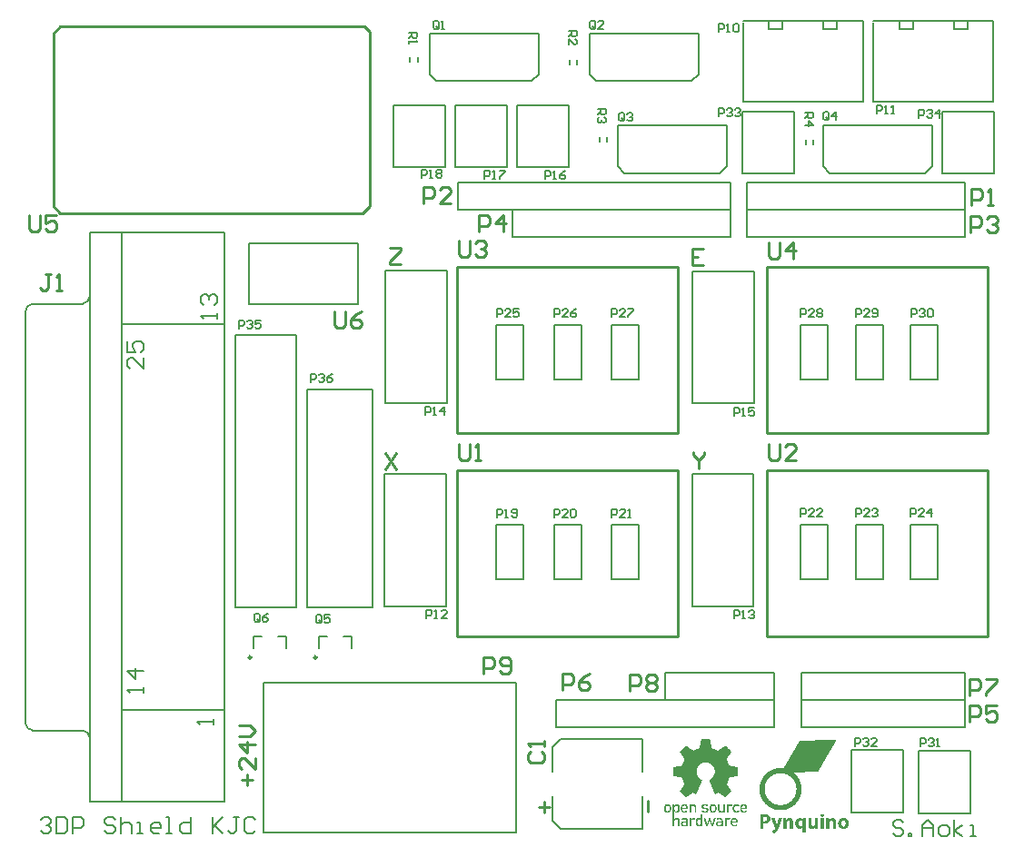
<source format=gto>
G04*
G04 #@! TF.GenerationSoftware,Altium Limited,Altium Designer,18.1.7 (191)*
G04*
G04 Layer_Color=65535*
%FSLAX44Y44*%
%MOMM*%
G71*
G01*
G75*
%ADD10C,0.2500*%
%ADD11C,0.2000*%
%ADD12C,0.1500*%
%ADD13C,0.2540*%
%ADD14C,0.1270*%
G36*
X1125183Y435678D02*
X1125387D01*
Y435577D01*
X1125489D01*
Y435475D01*
Y435373D01*
Y435271D01*
X1125590D01*
Y435169D01*
Y435067D01*
Y434966D01*
Y434864D01*
Y434762D01*
X1125692D01*
Y434660D01*
Y434558D01*
Y434456D01*
Y434355D01*
Y434253D01*
X1125794D01*
Y434151D01*
Y434049D01*
Y433947D01*
Y433845D01*
Y433744D01*
Y433642D01*
X1125896D01*
Y433540D01*
Y433438D01*
Y433336D01*
Y433234D01*
Y433132D01*
X1125998D01*
Y433031D01*
Y432929D01*
Y432827D01*
Y432725D01*
Y432623D01*
Y432521D01*
X1126100D01*
Y432420D01*
Y432318D01*
Y432216D01*
Y432114D01*
Y432012D01*
X1126201D01*
Y431910D01*
Y431809D01*
Y431707D01*
Y431605D01*
Y431503D01*
X1126303D01*
Y431401D01*
Y431299D01*
Y431197D01*
Y431096D01*
Y430994D01*
Y430892D01*
X1126405D01*
Y430790D01*
Y430688D01*
Y430586D01*
Y430485D01*
Y430383D01*
X1126507D01*
Y430281D01*
Y430179D01*
Y430077D01*
Y429975D01*
Y429874D01*
X1126609D01*
Y429772D01*
Y429670D01*
Y429568D01*
Y429466D01*
Y429364D01*
Y429262D01*
X1126711D01*
Y429161D01*
Y429059D01*
Y428957D01*
Y428855D01*
Y428753D01*
X1126813D01*
Y428651D01*
Y428549D01*
Y428448D01*
Y428346D01*
Y428244D01*
X1126914D01*
Y428142D01*
Y428040D01*
Y427938D01*
Y427837D01*
Y427735D01*
X1127016D01*
Y427633D01*
Y427531D01*
X1127118D01*
Y427429D01*
X1127220D01*
Y427327D01*
X1127424D01*
Y427226D01*
X1127729D01*
Y427124D01*
X1127933D01*
Y427022D01*
X1128137D01*
Y426920D01*
X1128442D01*
Y426818D01*
X1128646D01*
Y426716D01*
X1128951D01*
Y426614D01*
X1129155D01*
Y426513D01*
X1129460D01*
Y426411D01*
X1129664D01*
Y426309D01*
X1129970D01*
Y426207D01*
X1130173D01*
Y426105D01*
X1130377D01*
Y426003D01*
X1130683D01*
Y425902D01*
X1130886D01*
Y425800D01*
X1131192D01*
Y425698D01*
X1131395D01*
Y425596D01*
X1131701D01*
Y425494D01*
X1131905D01*
Y425392D01*
X1132210D01*
Y425290D01*
X1132414D01*
Y425189D01*
X1133025D01*
Y425290D01*
X1133229D01*
Y425392D01*
X1133330D01*
Y425494D01*
X1133534D01*
Y425596D01*
X1133636D01*
Y425698D01*
X1133840D01*
Y425800D01*
X1133941D01*
Y425902D01*
X1134145D01*
Y426003D01*
X1134247D01*
Y426105D01*
X1134451D01*
Y426207D01*
X1134553D01*
Y426309D01*
X1134756D01*
Y426411D01*
X1134858D01*
Y426513D01*
X1134960D01*
Y426614D01*
X1135164D01*
Y426716D01*
X1135265D01*
Y426818D01*
X1135469D01*
Y426920D01*
X1135571D01*
Y427022D01*
X1135775D01*
Y427124D01*
X1135876D01*
Y427226D01*
X1136080D01*
Y427327D01*
X1136182D01*
Y427429D01*
X1136386D01*
Y427531D01*
X1136488D01*
Y427633D01*
X1136589D01*
Y427735D01*
X1136793D01*
Y427837D01*
X1136895D01*
Y427938D01*
X1137099D01*
Y428040D01*
X1137200D01*
Y428142D01*
X1137404D01*
Y428244D01*
X1137506D01*
Y428346D01*
X1137710D01*
Y428448D01*
X1137812D01*
Y428549D01*
X1138015D01*
Y428651D01*
X1138117D01*
Y428753D01*
X1138321D01*
Y428855D01*
X1138423D01*
Y428957D01*
X1138524D01*
Y429059D01*
X1138728D01*
Y429161D01*
X1138830D01*
Y429262D01*
X1139034D01*
Y429364D01*
X1139136D01*
Y429466D01*
X1139339D01*
Y429568D01*
X1139441D01*
Y429670D01*
X1139848D01*
Y429568D01*
X1140052D01*
Y429466D01*
X1140154D01*
Y429364D01*
X1140256D01*
Y429262D01*
X1140358D01*
Y429161D01*
X1140459D01*
Y429059D01*
X1140561D01*
Y428957D01*
X1140663D01*
Y428855D01*
X1140765D01*
Y428753D01*
X1140867D01*
Y428651D01*
X1140969D01*
Y428549D01*
X1141070D01*
Y428448D01*
X1141172D01*
Y428346D01*
X1141274D01*
Y428244D01*
X1141376D01*
Y428142D01*
X1141478D01*
Y428040D01*
X1141580D01*
Y427938D01*
X1141682D01*
Y427837D01*
X1141783D01*
Y427735D01*
X1141885D01*
Y427633D01*
X1141987D01*
Y427531D01*
X1142089D01*
Y427429D01*
X1142191D01*
Y427327D01*
X1142293D01*
Y427226D01*
X1142394D01*
Y427124D01*
X1142496D01*
Y427022D01*
X1142598D01*
Y426920D01*
X1142700D01*
Y426818D01*
X1142802D01*
Y426716D01*
X1142904D01*
Y426614D01*
X1143006D01*
Y426513D01*
X1143107D01*
Y426411D01*
X1143209D01*
Y426309D01*
X1143311D01*
Y426207D01*
X1143413D01*
Y426105D01*
X1143515D01*
Y426003D01*
X1143616D01*
Y425902D01*
X1143718D01*
Y425800D01*
X1143820D01*
Y425698D01*
X1143922D01*
Y425596D01*
X1144024D01*
Y425494D01*
X1144126D01*
Y425392D01*
X1144228D01*
Y425290D01*
X1144329D01*
Y425189D01*
X1144431D01*
Y425087D01*
X1144533D01*
Y424985D01*
X1144635D01*
Y424883D01*
X1144737D01*
Y424781D01*
X1144839D01*
Y424679D01*
X1144940D01*
Y424578D01*
X1145042D01*
Y424476D01*
X1145144D01*
Y424374D01*
X1145246D01*
Y424272D01*
X1145348D01*
Y424170D01*
Y424068D01*
X1145450D01*
Y423967D01*
X1145348D01*
Y423865D01*
Y423763D01*
Y423661D01*
X1145246D01*
Y423559D01*
X1145144D01*
Y423457D01*
Y423355D01*
X1145042D01*
Y423254D01*
X1144940D01*
Y423152D01*
X1144839D01*
Y423050D01*
Y422948D01*
X1144737D01*
Y422846D01*
X1144635D01*
Y422744D01*
Y422643D01*
X1144533D01*
Y422541D01*
X1144431D01*
Y422439D01*
Y422337D01*
X1144329D01*
Y422235D01*
X1144228D01*
Y422133D01*
Y422032D01*
X1144126D01*
Y421930D01*
X1144024D01*
Y421828D01*
Y421726D01*
X1143922D01*
Y421624D01*
X1143820D01*
Y421522D01*
X1143718D01*
Y421421D01*
Y421319D01*
X1143616D01*
Y421217D01*
X1143515D01*
Y421115D01*
Y421013D01*
X1143413D01*
Y420911D01*
X1143311D01*
Y420810D01*
Y420708D01*
X1143209D01*
Y420606D01*
X1143107D01*
Y420504D01*
Y420402D01*
X1143006D01*
Y420300D01*
X1142904D01*
Y420198D01*
Y420097D01*
X1142802D01*
Y419995D01*
X1142700D01*
Y419893D01*
X1142598D01*
Y419791D01*
Y419689D01*
X1142496D01*
Y419587D01*
X1142394D01*
Y419486D01*
Y419384D01*
X1142293D01*
Y419282D01*
X1142191D01*
Y419180D01*
Y419078D01*
X1142089D01*
Y418976D01*
X1141987D01*
Y418874D01*
Y418773D01*
X1141885D01*
Y418671D01*
X1141783D01*
Y418569D01*
Y418467D01*
X1141682D01*
Y418365D01*
X1141580D01*
Y418263D01*
Y418162D01*
X1141478D01*
Y418060D01*
X1141376D01*
Y417958D01*
X1141274D01*
Y417856D01*
Y417754D01*
X1141172D01*
Y417652D01*
X1141070D01*
Y417551D01*
Y417449D01*
X1140969D01*
Y417347D01*
Y417245D01*
Y417143D01*
Y417041D01*
Y416940D01*
Y416838D01*
X1141070D01*
Y416736D01*
Y416634D01*
X1141172D01*
Y416532D01*
Y416430D01*
Y416328D01*
X1141274D01*
Y416227D01*
Y416125D01*
X1141376D01*
Y416023D01*
Y415921D01*
X1141478D01*
Y415819D01*
Y415717D01*
Y415616D01*
X1141580D01*
Y415514D01*
Y415412D01*
X1141682D01*
Y415310D01*
Y415208D01*
X1141783D01*
Y415106D01*
Y415005D01*
Y414903D01*
X1141885D01*
Y414801D01*
Y414699D01*
X1141987D01*
Y414597D01*
Y414495D01*
X1142089D01*
Y414393D01*
Y414292D01*
Y414190D01*
X1142191D01*
Y414088D01*
Y413986D01*
X1142293D01*
Y413884D01*
Y413782D01*
X1142394D01*
Y413680D01*
Y413579D01*
Y413477D01*
X1142496D01*
Y413375D01*
Y413273D01*
X1142598D01*
Y413171D01*
Y413069D01*
X1142700D01*
Y412968D01*
Y412866D01*
Y412764D01*
X1142802D01*
Y412662D01*
Y412560D01*
X1142904D01*
Y412458D01*
Y412356D01*
X1143006D01*
Y412255D01*
Y412153D01*
Y412051D01*
X1143107D01*
Y411949D01*
Y411847D01*
X1143209D01*
Y411745D01*
Y411644D01*
X1143311D01*
Y411542D01*
Y411440D01*
X1143413D01*
Y411338D01*
X1143515D01*
Y411236D01*
X1143718D01*
Y411134D01*
X1144228D01*
Y411033D01*
X1144839D01*
Y410931D01*
X1145348D01*
Y410829D01*
X1145857D01*
Y410727D01*
X1146468D01*
Y410625D01*
X1146977D01*
Y410523D01*
X1147487D01*
Y410421D01*
X1148098D01*
Y410320D01*
X1148607D01*
Y410218D01*
X1149116D01*
Y410116D01*
X1149727D01*
Y410014D01*
X1150236D01*
Y409912D01*
X1150847D01*
Y409810D01*
X1151153D01*
Y409709D01*
X1151357D01*
Y409607D01*
Y409505D01*
X1151458D01*
Y409403D01*
Y409301D01*
Y409199D01*
Y409098D01*
Y408996D01*
Y408894D01*
Y408792D01*
Y408690D01*
Y408588D01*
Y408487D01*
Y408385D01*
Y408283D01*
Y408181D01*
Y408079D01*
Y407977D01*
Y407876D01*
Y407774D01*
Y407672D01*
Y407570D01*
Y407468D01*
Y407366D01*
Y407264D01*
Y407163D01*
Y407061D01*
Y406959D01*
Y406857D01*
Y406755D01*
Y406653D01*
Y406552D01*
Y406450D01*
Y406348D01*
Y406246D01*
Y406144D01*
Y406042D01*
Y405940D01*
Y405839D01*
Y405737D01*
Y405635D01*
Y405533D01*
Y405431D01*
Y405329D01*
Y405228D01*
Y405126D01*
Y405024D01*
Y404922D01*
Y404820D01*
Y404718D01*
Y404617D01*
Y404515D01*
Y404413D01*
Y404311D01*
Y404209D01*
Y404107D01*
Y404005D01*
Y403904D01*
Y403802D01*
Y403700D01*
Y403598D01*
Y403496D01*
Y403394D01*
Y403293D01*
Y403191D01*
Y403089D01*
Y402987D01*
Y402885D01*
Y402783D01*
Y402682D01*
Y402580D01*
Y402478D01*
Y402376D01*
Y402274D01*
Y402172D01*
Y402070D01*
Y401969D01*
Y401867D01*
Y401765D01*
X1151357D01*
Y401663D01*
Y401561D01*
X1151153D01*
Y401459D01*
X1150644D01*
Y401357D01*
X1150135D01*
Y401256D01*
X1149625D01*
Y401154D01*
X1149014D01*
Y401052D01*
X1148505D01*
Y400950D01*
X1147996D01*
Y400848D01*
X1147385D01*
Y400746D01*
X1146876D01*
Y400645D01*
X1146264D01*
Y400543D01*
X1145755D01*
Y400441D01*
X1145246D01*
Y400339D01*
X1144635D01*
Y400237D01*
X1144126D01*
Y400135D01*
X1143820D01*
Y400034D01*
X1143616D01*
Y399932D01*
X1143515D01*
Y399830D01*
Y399728D01*
X1143413D01*
Y399626D01*
Y399524D01*
X1143311D01*
Y399422D01*
Y399321D01*
Y399219D01*
X1143209D01*
Y399117D01*
Y399015D01*
X1143107D01*
Y398913D01*
Y398811D01*
Y398710D01*
X1143006D01*
Y398608D01*
Y398506D01*
X1142904D01*
Y398404D01*
Y398302D01*
Y398200D01*
X1142802D01*
Y398098D01*
Y397997D01*
X1142700D01*
Y397895D01*
Y397793D01*
Y397691D01*
X1142598D01*
Y397589D01*
Y397487D01*
X1142496D01*
Y397386D01*
Y397284D01*
Y397182D01*
X1142394D01*
Y397080D01*
Y396978D01*
X1142293D01*
Y396876D01*
Y396775D01*
Y396673D01*
X1142191D01*
Y396571D01*
Y396469D01*
X1142089D01*
Y396367D01*
Y396265D01*
Y396163D01*
X1141987D01*
Y396062D01*
Y395960D01*
X1141885D01*
Y395858D01*
Y395756D01*
Y395654D01*
X1141783D01*
Y395552D01*
Y395451D01*
X1141682D01*
Y395349D01*
Y395247D01*
Y395145D01*
X1141580D01*
Y395043D01*
Y394941D01*
X1141478D01*
Y394840D01*
Y394738D01*
Y394636D01*
X1141376D01*
Y394534D01*
Y394432D01*
X1141274D01*
Y394330D01*
Y394229D01*
Y394127D01*
X1141172D01*
Y394025D01*
Y393923D01*
Y393821D01*
Y393719D01*
Y393618D01*
X1141274D01*
Y393516D01*
Y393414D01*
X1141376D01*
Y393312D01*
Y393210D01*
X1141478D01*
Y393108D01*
X1141580D01*
Y393006D01*
Y392905D01*
X1141682D01*
Y392803D01*
X1141783D01*
Y392701D01*
Y392599D01*
X1141885D01*
Y392497D01*
X1141987D01*
Y392395D01*
Y392294D01*
X1142089D01*
Y392192D01*
X1142191D01*
Y392090D01*
X1142293D01*
Y391988D01*
Y391886D01*
X1142394D01*
Y391784D01*
X1142496D01*
Y391683D01*
Y391581D01*
X1142598D01*
Y391479D01*
X1142700D01*
Y391377D01*
Y391275D01*
X1142802D01*
Y391173D01*
X1142904D01*
Y391071D01*
Y390970D01*
X1143006D01*
Y390868D01*
X1143107D01*
Y390766D01*
Y390664D01*
X1143209D01*
Y390562D01*
X1143311D01*
Y390460D01*
X1143413D01*
Y390359D01*
Y390257D01*
X1143515D01*
Y390155D01*
X1143616D01*
Y390053D01*
Y389951D01*
X1143718D01*
Y389849D01*
X1143820D01*
Y389748D01*
Y389646D01*
X1143922D01*
Y389544D01*
X1144024D01*
Y389442D01*
Y389340D01*
X1144126D01*
Y389238D01*
X1144228D01*
Y389136D01*
Y389035D01*
X1144329D01*
Y388933D01*
X1144431D01*
Y388831D01*
Y388729D01*
X1144533D01*
Y388627D01*
X1144635D01*
Y388525D01*
X1144737D01*
Y388424D01*
Y388322D01*
X1144839D01*
Y388220D01*
X1144940D01*
Y388118D01*
Y388016D01*
X1145042D01*
Y387914D01*
X1145144D01*
Y387812D01*
Y387711D01*
X1145246D01*
Y387609D01*
X1145348D01*
Y387507D01*
Y387405D01*
Y387303D01*
Y387201D01*
Y387100D01*
X1145246D01*
Y386998D01*
X1145144D01*
Y386896D01*
X1145042D01*
Y386794D01*
X1144940D01*
Y386692D01*
X1144839D01*
Y386590D01*
X1144737D01*
Y386488D01*
X1144635D01*
Y386387D01*
X1144533D01*
Y386285D01*
X1144431D01*
Y386183D01*
X1144329D01*
Y386081D01*
X1144228D01*
Y385979D01*
X1144126D01*
Y385877D01*
X1144024D01*
Y385776D01*
X1143922D01*
Y385674D01*
X1143820D01*
Y385572D01*
X1143718D01*
Y385470D01*
X1143616D01*
Y385368D01*
X1143515D01*
Y385266D01*
X1143413D01*
Y385164D01*
X1143311D01*
Y385063D01*
X1143209D01*
Y384961D01*
X1143107D01*
Y384859D01*
X1143006D01*
Y384757D01*
X1142904D01*
Y384655D01*
X1142802D01*
Y384553D01*
X1142700D01*
Y384452D01*
X1142598D01*
Y384350D01*
X1142496D01*
Y384248D01*
X1142394D01*
Y384146D01*
X1142293D01*
Y384044D01*
X1142191D01*
Y383942D01*
X1142089D01*
Y383841D01*
X1141987D01*
Y383739D01*
X1141885D01*
Y383637D01*
X1141783D01*
Y383535D01*
X1141682D01*
Y383433D01*
X1141580D01*
Y383331D01*
X1141478D01*
Y383229D01*
X1141376D01*
Y383128D01*
X1141274D01*
Y383026D01*
X1141172D01*
Y382924D01*
X1141070D01*
Y382822D01*
X1140969D01*
Y382720D01*
X1140867D01*
Y382618D01*
X1140765D01*
Y382517D01*
X1140663D01*
Y382415D01*
X1140561D01*
Y382313D01*
X1140459D01*
Y382211D01*
X1140358D01*
Y382109D01*
X1140256D01*
Y382007D01*
X1140154D01*
Y381906D01*
X1140052D01*
Y381804D01*
X1139950D01*
Y381702D01*
X1139848D01*
Y381600D01*
X1139441D01*
Y381702D01*
X1139339D01*
Y381804D01*
X1139237D01*
Y381906D01*
X1139034D01*
Y382007D01*
X1138932D01*
Y382109D01*
X1138728D01*
Y382211D01*
X1138626D01*
Y382313D01*
X1138423D01*
Y382415D01*
X1138321D01*
Y382517D01*
X1138117D01*
Y382618D01*
X1138015D01*
Y382720D01*
X1137812D01*
Y382822D01*
X1137710D01*
Y382924D01*
X1137608D01*
Y383026D01*
X1137404D01*
Y383128D01*
X1137302D01*
Y383229D01*
X1137099D01*
Y383331D01*
X1136997D01*
Y383433D01*
X1136793D01*
Y383535D01*
X1136691D01*
Y383637D01*
X1136488D01*
Y383739D01*
X1136386D01*
Y383841D01*
X1136182D01*
Y383942D01*
X1136080D01*
Y384044D01*
X1135978D01*
Y384146D01*
X1135775D01*
Y384248D01*
X1135673D01*
Y384350D01*
X1135469D01*
Y384452D01*
X1135367D01*
Y384553D01*
X1135164D01*
Y384655D01*
X1135062D01*
Y384757D01*
X1134858D01*
Y384859D01*
X1134756D01*
Y384961D01*
X1134553D01*
Y385063D01*
X1134451D01*
Y385164D01*
X1134349D01*
Y385266D01*
X1134145D01*
Y385368D01*
X1134043D01*
Y385470D01*
X1133840D01*
Y385572D01*
X1133738D01*
Y385674D01*
X1133432D01*
Y385776D01*
X1133127D01*
Y385674D01*
X1132821D01*
Y385572D01*
X1132719D01*
Y385470D01*
X1132516D01*
Y385368D01*
X1132312D01*
Y385266D01*
X1132108D01*
Y385164D01*
X1131905D01*
Y385063D01*
X1131701D01*
Y384961D01*
X1131497D01*
Y384859D01*
X1131294D01*
Y384757D01*
X1131192D01*
Y384655D01*
X1130988D01*
Y384553D01*
X1130784D01*
Y384452D01*
X1130581D01*
Y384350D01*
X1130377D01*
Y384248D01*
X1130275D01*
Y384350D01*
X1130071D01*
Y384452D01*
Y384553D01*
X1129970D01*
Y384655D01*
Y384757D01*
Y384859D01*
X1129868D01*
Y384961D01*
Y385063D01*
X1129766D01*
Y385164D01*
Y385266D01*
X1129664D01*
Y385368D01*
Y385470D01*
Y385572D01*
X1129562D01*
Y385674D01*
Y385776D01*
X1129460D01*
Y385877D01*
Y385979D01*
Y386081D01*
X1129359D01*
Y386183D01*
Y386285D01*
X1129257D01*
Y386387D01*
Y386488D01*
X1129155D01*
Y386590D01*
Y386692D01*
Y386794D01*
X1129053D01*
Y386896D01*
Y386998D01*
X1128951D01*
Y387100D01*
Y387201D01*
Y387303D01*
X1128849D01*
Y387405D01*
Y387507D01*
X1128747D01*
Y387609D01*
Y387711D01*
Y387812D01*
X1128646D01*
Y387914D01*
Y388016D01*
X1128544D01*
Y388118D01*
Y388220D01*
X1128442D01*
Y388322D01*
Y388424D01*
Y388525D01*
X1128340D01*
Y388627D01*
Y388729D01*
X1128238D01*
Y388831D01*
Y388933D01*
Y389035D01*
X1128137D01*
Y389136D01*
Y389238D01*
X1128035D01*
Y389340D01*
Y389442D01*
X1127933D01*
Y389544D01*
Y389646D01*
Y389748D01*
X1127831D01*
Y389849D01*
Y389951D01*
X1127729D01*
Y390053D01*
Y390155D01*
Y390257D01*
X1127627D01*
Y390359D01*
Y390460D01*
X1127525D01*
Y390562D01*
Y390664D01*
Y390766D01*
X1127424D01*
Y390868D01*
Y390970D01*
X1127322D01*
Y391071D01*
Y391173D01*
X1127220D01*
Y391275D01*
Y391377D01*
Y391479D01*
X1127118D01*
Y391581D01*
Y391683D01*
X1127016D01*
Y391784D01*
Y391886D01*
Y391988D01*
X1126914D01*
Y392090D01*
Y392192D01*
X1126813D01*
Y392294D01*
Y392395D01*
X1126711D01*
Y392497D01*
Y392599D01*
Y392701D01*
X1126609D01*
Y392803D01*
Y392905D01*
X1126507D01*
Y393006D01*
Y393108D01*
Y393210D01*
X1126405D01*
Y393312D01*
Y393414D01*
X1126303D01*
Y393516D01*
Y393618D01*
Y393719D01*
X1126201D01*
Y393821D01*
Y393923D01*
X1126100D01*
Y394025D01*
Y394127D01*
X1125998D01*
Y394229D01*
Y394330D01*
Y394432D01*
X1125896D01*
Y394534D01*
Y394636D01*
X1125794D01*
Y394738D01*
Y394840D01*
Y394941D01*
X1125692D01*
Y395043D01*
Y395145D01*
X1125590D01*
Y395247D01*
Y395349D01*
X1125489D01*
Y395451D01*
Y395552D01*
Y395654D01*
X1125387D01*
Y395756D01*
Y395858D01*
X1125285D01*
Y395960D01*
Y396062D01*
Y396163D01*
X1125183D01*
Y396265D01*
Y396367D01*
X1125081D01*
Y396469D01*
Y396571D01*
Y396673D01*
X1124979D01*
Y396775D01*
Y396876D01*
X1124877D01*
Y396978D01*
Y397080D01*
X1124776D01*
Y397182D01*
Y397284D01*
Y397386D01*
Y397487D01*
Y397589D01*
Y397691D01*
X1124877D01*
Y397793D01*
X1125081D01*
Y397895D01*
X1125183D01*
Y397997D01*
X1125387D01*
Y398098D01*
X1125489D01*
Y398200D01*
X1125692D01*
Y398302D01*
X1125794D01*
Y398404D01*
X1125896D01*
Y398506D01*
X1126100D01*
Y398608D01*
X1126201D01*
Y398710D01*
X1126303D01*
Y398811D01*
X1126507D01*
Y398913D01*
X1126609D01*
Y399015D01*
X1126813D01*
Y399117D01*
X1126914D01*
Y399219D01*
X1127016D01*
Y399321D01*
X1127118D01*
Y399422D01*
X1127220D01*
Y399524D01*
X1127322D01*
Y399626D01*
X1127424D01*
Y399728D01*
X1127525D01*
Y399830D01*
X1127627D01*
Y399932D01*
X1127729D01*
Y400034D01*
X1127831D01*
Y400135D01*
Y400237D01*
X1127933D01*
Y400339D01*
X1128035D01*
Y400441D01*
X1128137D01*
Y400543D01*
X1128238D01*
Y400645D01*
Y400746D01*
X1128340D01*
Y400848D01*
X1128442D01*
Y400950D01*
Y401052D01*
X1128544D01*
Y401154D01*
X1128646D01*
Y401256D01*
Y401357D01*
X1128747D01*
Y401459D01*
Y401561D01*
X1128849D01*
Y401663D01*
Y401765D01*
X1128951D01*
Y401867D01*
Y401969D01*
X1129053D01*
Y402070D01*
Y402172D01*
X1129155D01*
Y402274D01*
Y402376D01*
X1129257D01*
Y402478D01*
Y402580D01*
Y402682D01*
X1129359D01*
Y402783D01*
Y402885D01*
Y402987D01*
X1129460D01*
Y403089D01*
Y403191D01*
Y403293D01*
X1129562D01*
Y403394D01*
Y403496D01*
Y403598D01*
Y403700D01*
X1129664D01*
Y403802D01*
Y403904D01*
Y404005D01*
Y404107D01*
Y404209D01*
X1129766D01*
Y404311D01*
Y404413D01*
Y404515D01*
Y404617D01*
Y404718D01*
Y404820D01*
Y404922D01*
Y405024D01*
Y405126D01*
Y405228D01*
Y405329D01*
X1129868D01*
Y405431D01*
Y405533D01*
Y405635D01*
Y405737D01*
Y405839D01*
Y405940D01*
X1129766D01*
Y406042D01*
Y406144D01*
Y406246D01*
Y406348D01*
Y406450D01*
Y406552D01*
Y406653D01*
Y406755D01*
Y406857D01*
Y406959D01*
X1129664D01*
Y407061D01*
Y407163D01*
Y407264D01*
Y407366D01*
Y407468D01*
X1129562D01*
Y407570D01*
Y407672D01*
Y407774D01*
Y407876D01*
X1129460D01*
Y407977D01*
Y408079D01*
Y408181D01*
Y408283D01*
X1129359D01*
Y408385D01*
Y408487D01*
X1129257D01*
Y408588D01*
Y408690D01*
Y408792D01*
X1129155D01*
Y408894D01*
Y408996D01*
Y409098D01*
X1129053D01*
Y409199D01*
Y409301D01*
X1128951D01*
Y409403D01*
Y409505D01*
X1128849D01*
Y409607D01*
Y409709D01*
X1128747D01*
Y409810D01*
X1128646D01*
Y409912D01*
Y410014D01*
X1128544D01*
Y410116D01*
Y410218D01*
X1128442D01*
Y410320D01*
X1128340D01*
Y410421D01*
Y410523D01*
X1128238D01*
Y410625D01*
X1128137D01*
Y410727D01*
X1128035D01*
Y410829D01*
Y410931D01*
X1127933D01*
Y411033D01*
X1127831D01*
Y411134D01*
X1127729D01*
Y411236D01*
X1127627D01*
Y411338D01*
X1127525D01*
Y411440D01*
X1127424D01*
Y411542D01*
X1127322D01*
Y411644D01*
X1127220D01*
Y411745D01*
X1127118D01*
Y411847D01*
X1127016D01*
Y411949D01*
X1126914D01*
Y412051D01*
X1126813D01*
Y412153D01*
X1126711D01*
Y412255D01*
X1126507D01*
Y412356D01*
X1126405D01*
Y412458D01*
X1126303D01*
Y412560D01*
X1126100D01*
Y412662D01*
X1125998D01*
Y412764D01*
X1125794D01*
Y412866D01*
X1125692D01*
Y412968D01*
X1125489D01*
Y413069D01*
X1125285D01*
Y413171D01*
X1125081D01*
Y413273D01*
X1124877D01*
Y413375D01*
X1124674D01*
Y413477D01*
X1124368D01*
Y413579D01*
X1124063D01*
Y413680D01*
X1123757D01*
Y413782D01*
X1123350D01*
Y413884D01*
X1122841D01*
Y413986D01*
X1122128D01*
Y414088D01*
X1120600D01*
Y413986D01*
X1119887D01*
Y413884D01*
X1119378D01*
Y413782D01*
X1118971D01*
Y413680D01*
X1118665D01*
Y413579D01*
X1118360D01*
Y413477D01*
X1118054D01*
Y413375D01*
X1117850D01*
Y413273D01*
X1117647D01*
Y413171D01*
X1117443D01*
Y413069D01*
X1117239D01*
Y412968D01*
X1117036D01*
Y412866D01*
X1116934D01*
Y412764D01*
X1116730D01*
Y412662D01*
X1116628D01*
Y412560D01*
X1116424D01*
Y412458D01*
X1116323D01*
Y412356D01*
X1116221D01*
Y412255D01*
X1116017D01*
Y412153D01*
X1115915D01*
Y412051D01*
X1115814D01*
Y411949D01*
X1115712D01*
Y411847D01*
X1115610D01*
Y411745D01*
X1115508D01*
Y411644D01*
X1115406D01*
Y411542D01*
X1115304D01*
Y411440D01*
X1115202D01*
Y411338D01*
X1115101D01*
Y411236D01*
X1114999D01*
Y411134D01*
X1114897D01*
Y411033D01*
X1114795D01*
Y410931D01*
X1114693D01*
Y410829D01*
Y410727D01*
X1114591D01*
Y410625D01*
X1114490D01*
Y410523D01*
X1114388D01*
Y410421D01*
Y410320D01*
X1114286D01*
Y410218D01*
X1114184D01*
Y410116D01*
Y410014D01*
X1114082D01*
Y409912D01*
Y409810D01*
X1113980D01*
Y409709D01*
X1113878D01*
Y409607D01*
Y409505D01*
X1113777D01*
Y409403D01*
Y409301D01*
X1113675D01*
Y409199D01*
Y409098D01*
X1113573D01*
Y408996D01*
Y408894D01*
Y408792D01*
X1113471D01*
Y408690D01*
Y408588D01*
X1113369D01*
Y408487D01*
Y408385D01*
Y408283D01*
X1113267D01*
Y408181D01*
Y408079D01*
Y407977D01*
Y407876D01*
X1113166D01*
Y407774D01*
Y407672D01*
Y407570D01*
Y407468D01*
X1113064D01*
Y407366D01*
Y407264D01*
Y407163D01*
Y407061D01*
Y406959D01*
X1112962D01*
Y406857D01*
Y406755D01*
Y406653D01*
Y406552D01*
Y406450D01*
Y406348D01*
Y406246D01*
Y406144D01*
Y406042D01*
Y405940D01*
X1112860D01*
Y405839D01*
Y405737D01*
Y405635D01*
Y405533D01*
Y405431D01*
Y405329D01*
X1112962D01*
Y405228D01*
Y405126D01*
Y405024D01*
Y404922D01*
Y404820D01*
Y404718D01*
Y404617D01*
Y404515D01*
Y404413D01*
Y404311D01*
Y404209D01*
X1113064D01*
Y404107D01*
Y404005D01*
Y403904D01*
Y403802D01*
Y403700D01*
X1113166D01*
Y403598D01*
Y403496D01*
Y403394D01*
Y403293D01*
X1113267D01*
Y403191D01*
Y403089D01*
Y402987D01*
X1113369D01*
Y402885D01*
Y402783D01*
Y402682D01*
X1113471D01*
Y402580D01*
Y402478D01*
Y402376D01*
X1113573D01*
Y402274D01*
Y402172D01*
X1113675D01*
Y402070D01*
Y401969D01*
X1113777D01*
Y401867D01*
Y401765D01*
X1113878D01*
Y401663D01*
Y401561D01*
X1113980D01*
Y401459D01*
Y401357D01*
X1114082D01*
Y401256D01*
Y401154D01*
X1114184D01*
Y401052D01*
X1114286D01*
Y400950D01*
Y400848D01*
X1114388D01*
Y400746D01*
X1114490D01*
Y400645D01*
Y400543D01*
X1114591D01*
Y400441D01*
X1114693D01*
Y400339D01*
X1114795D01*
Y400237D01*
X1114897D01*
Y400135D01*
Y400034D01*
X1114999D01*
Y399932D01*
X1115101D01*
Y399830D01*
X1115202D01*
Y399728D01*
X1115304D01*
Y399626D01*
X1115406D01*
Y399524D01*
X1115508D01*
Y399422D01*
X1115610D01*
Y399321D01*
X1115712D01*
Y399219D01*
X1115814D01*
Y399117D01*
X1115915D01*
Y399015D01*
X1116119D01*
Y398913D01*
X1116221D01*
Y398811D01*
X1116424D01*
Y398710D01*
X1116526D01*
Y398608D01*
X1116628D01*
Y398506D01*
X1116832D01*
Y398404D01*
X1116934D01*
Y398302D01*
X1117036D01*
Y398200D01*
X1117239D01*
Y398098D01*
X1117341D01*
Y397997D01*
X1117545D01*
Y397895D01*
X1117647D01*
Y397793D01*
X1117850D01*
Y397691D01*
X1117952D01*
Y397589D01*
Y397487D01*
Y397386D01*
Y397284D01*
Y397182D01*
Y397080D01*
X1117850D01*
Y396978D01*
Y396876D01*
X1117748D01*
Y396775D01*
Y396673D01*
X1117647D01*
Y396571D01*
Y396469D01*
Y396367D01*
X1117545D01*
Y396265D01*
Y396163D01*
X1117443D01*
Y396062D01*
Y395960D01*
Y395858D01*
X1117341D01*
Y395756D01*
Y395654D01*
X1117239D01*
Y395552D01*
Y395451D01*
Y395349D01*
X1117137D01*
Y395247D01*
Y395145D01*
X1117036D01*
Y395043D01*
Y394941D01*
X1116934D01*
Y394840D01*
Y394738D01*
Y394636D01*
X1116832D01*
Y394534D01*
Y394432D01*
X1116730D01*
Y394330D01*
Y394229D01*
Y394127D01*
X1116628D01*
Y394025D01*
Y393923D01*
X1116526D01*
Y393821D01*
Y393719D01*
X1116424D01*
Y393618D01*
Y393516D01*
Y393414D01*
X1116323D01*
Y393312D01*
Y393210D01*
X1116221D01*
Y393108D01*
Y393006D01*
Y392905D01*
X1116119D01*
Y392803D01*
Y392701D01*
X1116017D01*
Y392599D01*
Y392497D01*
Y392395D01*
X1115915D01*
Y392294D01*
Y392192D01*
X1115814D01*
Y392090D01*
Y391988D01*
X1115712D01*
Y391886D01*
Y391784D01*
Y391683D01*
X1115610D01*
Y391581D01*
Y391479D01*
X1115508D01*
Y391377D01*
Y391275D01*
Y391173D01*
X1115406D01*
Y391071D01*
Y390970D01*
X1115304D01*
Y390868D01*
Y390766D01*
X1115202D01*
Y390664D01*
Y390562D01*
Y390460D01*
X1115101D01*
Y390359D01*
Y390257D01*
X1114999D01*
Y390155D01*
Y390053D01*
Y389951D01*
X1114897D01*
Y389849D01*
Y389748D01*
X1114795D01*
Y389646D01*
Y389544D01*
Y389442D01*
X1114693D01*
Y389340D01*
Y389238D01*
X1114591D01*
Y389136D01*
Y389035D01*
X1114490D01*
Y388933D01*
Y388831D01*
Y388729D01*
X1114388D01*
Y388627D01*
Y388525D01*
X1114286D01*
Y388424D01*
Y388322D01*
Y388220D01*
X1114184D01*
Y388118D01*
Y388016D01*
X1114082D01*
Y387914D01*
Y387812D01*
X1113980D01*
Y387711D01*
Y387609D01*
Y387507D01*
X1113878D01*
Y387405D01*
Y387303D01*
X1113777D01*
Y387201D01*
Y387100D01*
Y386998D01*
X1113675D01*
Y386896D01*
Y386794D01*
X1113573D01*
Y386692D01*
Y386590D01*
Y386488D01*
X1113471D01*
Y386387D01*
Y386285D01*
X1113369D01*
Y386183D01*
Y386081D01*
X1113267D01*
Y385979D01*
Y385877D01*
Y385776D01*
X1113166D01*
Y385674D01*
Y385572D01*
X1113064D01*
Y385470D01*
Y385368D01*
Y385266D01*
X1112962D01*
Y385164D01*
Y385063D01*
X1112860D01*
Y384961D01*
Y384859D01*
X1112758D01*
Y384757D01*
Y384655D01*
Y384553D01*
X1112656D01*
Y384452D01*
Y384350D01*
X1112453D01*
Y384248D01*
X1112351D01*
Y384350D01*
X1112147D01*
Y384452D01*
X1111944D01*
Y384553D01*
X1111740D01*
Y384655D01*
X1111536D01*
Y384757D01*
X1111434D01*
Y384859D01*
X1111231D01*
Y384961D01*
X1111027D01*
Y385063D01*
X1110823D01*
Y385164D01*
X1110620D01*
Y385266D01*
X1110416D01*
Y385368D01*
X1110212D01*
Y385470D01*
X1110008D01*
Y385572D01*
X1109907D01*
Y385674D01*
X1109601D01*
Y385776D01*
X1109296D01*
Y385674D01*
X1108990D01*
Y385572D01*
X1108888D01*
Y385470D01*
X1108684D01*
Y385368D01*
X1108583D01*
Y385266D01*
X1108379D01*
Y385164D01*
X1108277D01*
Y385063D01*
X1108175D01*
Y384961D01*
X1107972D01*
Y384859D01*
X1107870D01*
Y384757D01*
X1107666D01*
Y384655D01*
X1107564D01*
Y384553D01*
X1107361D01*
Y384452D01*
X1107259D01*
Y384350D01*
X1107055D01*
Y384248D01*
X1106953D01*
Y384146D01*
X1106749D01*
Y384044D01*
X1106648D01*
Y383942D01*
X1106546D01*
Y383841D01*
X1106342D01*
Y383739D01*
X1106240D01*
Y383637D01*
X1106037D01*
Y383535D01*
X1105935D01*
Y383433D01*
X1105731D01*
Y383331D01*
X1105629D01*
Y383229D01*
X1105426D01*
Y383128D01*
X1105324D01*
Y383026D01*
X1105120D01*
Y382924D01*
X1105018D01*
Y382822D01*
X1104916D01*
Y382720D01*
X1104713D01*
Y382618D01*
X1104611D01*
Y382517D01*
X1104407D01*
Y382415D01*
X1104305D01*
Y382313D01*
X1104102D01*
Y382211D01*
X1104000D01*
Y382109D01*
X1103796D01*
Y382007D01*
X1103694D01*
Y381906D01*
X1103491D01*
Y381804D01*
X1103389D01*
Y381702D01*
X1103287D01*
Y381600D01*
X1102879D01*
Y381702D01*
X1102778D01*
Y381804D01*
X1102676D01*
Y381906D01*
X1102574D01*
Y382007D01*
X1102472D01*
Y382109D01*
X1102370D01*
Y382211D01*
X1102268D01*
Y382313D01*
X1102167D01*
Y382415D01*
X1102065D01*
Y382517D01*
X1101963D01*
Y382618D01*
X1101861D01*
Y382720D01*
X1101759D01*
Y382822D01*
X1101657D01*
Y382924D01*
X1101555D01*
Y383026D01*
X1101454D01*
Y383128D01*
X1101352D01*
Y383229D01*
X1101250D01*
Y383331D01*
X1101148D01*
Y383433D01*
X1101046D01*
Y383535D01*
X1100944D01*
Y383637D01*
X1100843D01*
Y383739D01*
X1100741D01*
Y383841D01*
X1100639D01*
Y383942D01*
X1100537D01*
Y384044D01*
X1100435D01*
Y384146D01*
X1100333D01*
Y384248D01*
X1100232D01*
Y384350D01*
X1100130D01*
Y384452D01*
X1100028D01*
Y384553D01*
X1099926D01*
Y384655D01*
X1099824D01*
Y384757D01*
X1099722D01*
Y384859D01*
X1099621D01*
Y384961D01*
X1099519D01*
Y385063D01*
X1099417D01*
Y385164D01*
X1099315D01*
Y385266D01*
X1099213D01*
Y385368D01*
X1099111D01*
Y385470D01*
X1099009D01*
Y385572D01*
X1098908D01*
Y385674D01*
X1098806D01*
Y385776D01*
X1098704D01*
Y385877D01*
X1098602D01*
Y385979D01*
X1098500D01*
Y386081D01*
X1098398D01*
Y386183D01*
X1098297D01*
Y386285D01*
X1098195D01*
Y386387D01*
X1098093D01*
Y386488D01*
X1097991D01*
Y386590D01*
X1097889D01*
Y386692D01*
X1097787D01*
Y386794D01*
X1097685D01*
Y386896D01*
X1097584D01*
Y386998D01*
X1097482D01*
Y387100D01*
X1097380D01*
Y387201D01*
Y387303D01*
Y387405D01*
Y387507D01*
Y387609D01*
X1097482D01*
Y387711D01*
X1097584D01*
Y387812D01*
Y387914D01*
X1097685D01*
Y388016D01*
X1097787D01*
Y388118D01*
Y388220D01*
X1097889D01*
Y388322D01*
X1097991D01*
Y388424D01*
Y388525D01*
X1098093D01*
Y388627D01*
X1098195D01*
Y388729D01*
X1098297D01*
Y388831D01*
Y388933D01*
X1098398D01*
Y389035D01*
X1098500D01*
Y389136D01*
Y389238D01*
X1098602D01*
Y389340D01*
X1098704D01*
Y389442D01*
Y389544D01*
X1098806D01*
Y389646D01*
X1098908D01*
Y389748D01*
Y389849D01*
X1099009D01*
Y389951D01*
X1099111D01*
Y390053D01*
Y390155D01*
X1099213D01*
Y390257D01*
X1099315D01*
Y390359D01*
Y390460D01*
X1099417D01*
Y390562D01*
X1099519D01*
Y390664D01*
X1099621D01*
Y390766D01*
Y390868D01*
X1099722D01*
Y390970D01*
X1099824D01*
Y391071D01*
Y391173D01*
X1099926D01*
Y391275D01*
X1100028D01*
Y391377D01*
Y391479D01*
X1100130D01*
Y391581D01*
X1100232D01*
Y391683D01*
Y391784D01*
X1100333D01*
Y391886D01*
X1100435D01*
Y391988D01*
Y392090D01*
X1100537D01*
Y392192D01*
X1100639D01*
Y392294D01*
X1100741D01*
Y392395D01*
Y392497D01*
X1100843D01*
Y392599D01*
X1100944D01*
Y392701D01*
Y392803D01*
X1101046D01*
Y392905D01*
X1101148D01*
Y393006D01*
Y393108D01*
X1101250D01*
Y393210D01*
X1101352D01*
Y393312D01*
Y393414D01*
X1101454D01*
Y393516D01*
Y393618D01*
X1101555D01*
Y393719D01*
Y393821D01*
Y393923D01*
Y394025D01*
Y394127D01*
X1101454D01*
Y394229D01*
Y394330D01*
Y394432D01*
X1101352D01*
Y394534D01*
Y394636D01*
X1101250D01*
Y394738D01*
Y394840D01*
Y394941D01*
X1101148D01*
Y395043D01*
Y395145D01*
X1101046D01*
Y395247D01*
Y395349D01*
Y395451D01*
X1100944D01*
Y395552D01*
Y395654D01*
X1100843D01*
Y395756D01*
Y395858D01*
Y395960D01*
X1100741D01*
Y396062D01*
Y396163D01*
X1100639D01*
Y396265D01*
Y396367D01*
Y396469D01*
X1100537D01*
Y396571D01*
Y396673D01*
X1100435D01*
Y396775D01*
Y396876D01*
Y396978D01*
X1100333D01*
Y397080D01*
Y397182D01*
X1100232D01*
Y397284D01*
Y397386D01*
Y397487D01*
X1100130D01*
Y397589D01*
Y397691D01*
X1100028D01*
Y397793D01*
Y397895D01*
Y397997D01*
X1099926D01*
Y398098D01*
Y398200D01*
X1099824D01*
Y398302D01*
Y398404D01*
Y398506D01*
X1099722D01*
Y398608D01*
Y398710D01*
X1099621D01*
Y398811D01*
Y398913D01*
Y399015D01*
X1099519D01*
Y399117D01*
Y399219D01*
X1099417D01*
Y399321D01*
Y399422D01*
Y399524D01*
X1099315D01*
Y399626D01*
Y399728D01*
X1099213D01*
Y399830D01*
Y399932D01*
X1099111D01*
Y400034D01*
X1098908D01*
Y400135D01*
X1098602D01*
Y400237D01*
X1098093D01*
Y400339D01*
X1097482D01*
Y400441D01*
X1096973D01*
Y400543D01*
X1096463D01*
Y400645D01*
X1095852D01*
Y400746D01*
X1095343D01*
Y400848D01*
X1094732D01*
Y400950D01*
X1094223D01*
Y401052D01*
X1093714D01*
Y401154D01*
X1093103D01*
Y401256D01*
X1092593D01*
Y401357D01*
X1092084D01*
Y401459D01*
X1091575D01*
Y401561D01*
X1091371D01*
Y401663D01*
Y401765D01*
X1091269D01*
Y401867D01*
Y401969D01*
Y402070D01*
Y402172D01*
Y402274D01*
Y402376D01*
Y402478D01*
Y402580D01*
Y402682D01*
Y402783D01*
Y402885D01*
Y402987D01*
Y403089D01*
Y403191D01*
Y403293D01*
Y403394D01*
Y403496D01*
Y403598D01*
Y403700D01*
Y403802D01*
Y403904D01*
Y404005D01*
Y404107D01*
Y404209D01*
Y404311D01*
Y404413D01*
Y404515D01*
Y404617D01*
Y404718D01*
Y404820D01*
Y404922D01*
Y405024D01*
Y405126D01*
Y405228D01*
Y405329D01*
Y405431D01*
Y405533D01*
Y405635D01*
Y405737D01*
Y405839D01*
Y405940D01*
Y406042D01*
Y406144D01*
Y406246D01*
Y406348D01*
Y406450D01*
Y406552D01*
Y406653D01*
Y406755D01*
Y406857D01*
Y406959D01*
Y407061D01*
Y407163D01*
Y407264D01*
Y407366D01*
Y407468D01*
Y407570D01*
Y407672D01*
Y407774D01*
Y407876D01*
Y407977D01*
Y408079D01*
Y408181D01*
Y408283D01*
Y408385D01*
Y408487D01*
Y408588D01*
Y408690D01*
Y408792D01*
Y408894D01*
Y408996D01*
Y409098D01*
Y409199D01*
Y409301D01*
Y409403D01*
Y409505D01*
X1091371D01*
Y409607D01*
Y409709D01*
X1091575D01*
Y409810D01*
X1091880D01*
Y409912D01*
X1092492D01*
Y410014D01*
X1093001D01*
Y410116D01*
X1093612D01*
Y410218D01*
X1094121D01*
Y410320D01*
X1094630D01*
Y410421D01*
X1095241D01*
Y410523D01*
X1095750D01*
Y410625D01*
X1096260D01*
Y410727D01*
X1096871D01*
Y410829D01*
X1097380D01*
Y410931D01*
X1097889D01*
Y411033D01*
X1098500D01*
Y411134D01*
X1099009D01*
Y411236D01*
X1099213D01*
Y411338D01*
X1099315D01*
Y411440D01*
X1099417D01*
Y411542D01*
Y411644D01*
X1099519D01*
Y411745D01*
Y411847D01*
X1099621D01*
Y411949D01*
Y412051D01*
X1099722D01*
Y412153D01*
Y412255D01*
Y412356D01*
X1099824D01*
Y412458D01*
Y412560D01*
X1099926D01*
Y412662D01*
Y412764D01*
X1100028D01*
Y412866D01*
Y412968D01*
Y413069D01*
X1100130D01*
Y413171D01*
Y413273D01*
X1100232D01*
Y413375D01*
Y413477D01*
X1100333D01*
Y413579D01*
Y413680D01*
Y413782D01*
X1100435D01*
Y413884D01*
Y413986D01*
X1100537D01*
Y414088D01*
Y414190D01*
X1100639D01*
Y414292D01*
Y414393D01*
Y414495D01*
X1100741D01*
Y414597D01*
Y414699D01*
X1100843D01*
Y414801D01*
Y414903D01*
X1100944D01*
Y415005D01*
Y415106D01*
Y415208D01*
X1101046D01*
Y415310D01*
Y415412D01*
X1101148D01*
Y415514D01*
Y415616D01*
X1101250D01*
Y415717D01*
Y415819D01*
Y415921D01*
X1101352D01*
Y416023D01*
Y416125D01*
X1101454D01*
Y416227D01*
Y416328D01*
X1101555D01*
Y416430D01*
Y416532D01*
Y416634D01*
X1101657D01*
Y416736D01*
Y416838D01*
X1101759D01*
Y416940D01*
Y417041D01*
Y417143D01*
Y417245D01*
Y417347D01*
Y417449D01*
X1101657D01*
Y417551D01*
Y417652D01*
X1101555D01*
Y417754D01*
X1101454D01*
Y417856D01*
Y417958D01*
X1101352D01*
Y418060D01*
X1101250D01*
Y418162D01*
X1101148D01*
Y418263D01*
Y418365D01*
X1101046D01*
Y418467D01*
X1100944D01*
Y418569D01*
Y418671D01*
X1100843D01*
Y418773D01*
X1100741D01*
Y418874D01*
Y418976D01*
X1100639D01*
Y419078D01*
X1100537D01*
Y419180D01*
Y419282D01*
X1100435D01*
Y419384D01*
X1100333D01*
Y419486D01*
Y419587D01*
X1100232D01*
Y419689D01*
X1100130D01*
Y419791D01*
Y419893D01*
X1100028D01*
Y419995D01*
X1099926D01*
Y420097D01*
X1099824D01*
Y420198D01*
Y420300D01*
X1099722D01*
Y420402D01*
X1099621D01*
Y420504D01*
Y420606D01*
X1099519D01*
Y420708D01*
X1099417D01*
Y420810D01*
Y420911D01*
X1099315D01*
Y421013D01*
X1099213D01*
Y421115D01*
Y421217D01*
X1099111D01*
Y421319D01*
X1099009D01*
Y421421D01*
Y421522D01*
X1098908D01*
Y421624D01*
X1098806D01*
Y421726D01*
X1098704D01*
Y421828D01*
Y421930D01*
X1098602D01*
Y422032D01*
X1098500D01*
Y422133D01*
Y422235D01*
X1098398D01*
Y422337D01*
X1098297D01*
Y422439D01*
Y422541D01*
X1098195D01*
Y422643D01*
X1098093D01*
Y422744D01*
Y422846D01*
X1097991D01*
Y422948D01*
X1097889D01*
Y423050D01*
Y423152D01*
X1097787D01*
Y423254D01*
X1097685D01*
Y423355D01*
X1097584D01*
Y423457D01*
Y423559D01*
X1097482D01*
Y423661D01*
X1097380D01*
Y423763D01*
Y423865D01*
Y423967D01*
X1097278D01*
Y424068D01*
X1097380D01*
Y424170D01*
Y424272D01*
X1097482D01*
Y424374D01*
X1097584D01*
Y424476D01*
X1097685D01*
Y424578D01*
X1097787D01*
Y424679D01*
X1097889D01*
Y424781D01*
X1097991D01*
Y424883D01*
X1098093D01*
Y424985D01*
X1098195D01*
Y425087D01*
X1098297D01*
Y425189D01*
X1098398D01*
Y425290D01*
X1098500D01*
Y425392D01*
X1098602D01*
Y425494D01*
X1098704D01*
Y425596D01*
X1098806D01*
Y425698D01*
X1098908D01*
Y425800D01*
X1099009D01*
Y425902D01*
X1099111D01*
Y426003D01*
X1099213D01*
Y426105D01*
X1099315D01*
Y426207D01*
X1099417D01*
Y426309D01*
X1099519D01*
Y426411D01*
X1099621D01*
Y426513D01*
X1099722D01*
Y426614D01*
X1099824D01*
Y426716D01*
X1099926D01*
Y426818D01*
X1100028D01*
Y426920D01*
X1100130D01*
Y427022D01*
X1100232D01*
Y427124D01*
X1100333D01*
Y427226D01*
X1100435D01*
Y427327D01*
X1100537D01*
Y427429D01*
X1100639D01*
Y427531D01*
X1100741D01*
Y427633D01*
X1100843D01*
Y427735D01*
X1100944D01*
Y427837D01*
X1101046D01*
Y427938D01*
X1101148D01*
Y428040D01*
X1101250D01*
Y428142D01*
X1101352D01*
Y428244D01*
X1101454D01*
Y428346D01*
X1101555D01*
Y428448D01*
X1101657D01*
Y428549D01*
X1101759D01*
Y428651D01*
X1101861D01*
Y428753D01*
X1101963D01*
Y428855D01*
X1102065D01*
Y428957D01*
X1102167D01*
Y429059D01*
X1102268D01*
Y429161D01*
X1102370D01*
Y429262D01*
X1102472D01*
Y429364D01*
X1102574D01*
Y429466D01*
X1102676D01*
Y429568D01*
X1102879D01*
Y429670D01*
X1103287D01*
Y429568D01*
X1103389D01*
Y429466D01*
X1103592D01*
Y429364D01*
X1103694D01*
Y429262D01*
X1103898D01*
Y429161D01*
X1104000D01*
Y429059D01*
X1104203D01*
Y428957D01*
X1104305D01*
Y428855D01*
X1104509D01*
Y428753D01*
X1104611D01*
Y428651D01*
X1104713D01*
Y428549D01*
X1104916D01*
Y428448D01*
X1105018D01*
Y428346D01*
X1105222D01*
Y428244D01*
X1105324D01*
Y428142D01*
X1105527D01*
Y428040D01*
X1105629D01*
Y427938D01*
X1105833D01*
Y427837D01*
X1105935D01*
Y427735D01*
X1106139D01*
Y427633D01*
X1106240D01*
Y427531D01*
X1106342D01*
Y427429D01*
X1106546D01*
Y427327D01*
X1106648D01*
Y427226D01*
X1106851D01*
Y427124D01*
X1106953D01*
Y427022D01*
X1107157D01*
Y426920D01*
X1107259D01*
Y426818D01*
X1107462D01*
Y426716D01*
X1107564D01*
Y426614D01*
X1107768D01*
Y426513D01*
X1107870D01*
Y426411D01*
X1107972D01*
Y426309D01*
X1108175D01*
Y426207D01*
X1108277D01*
Y426105D01*
X1108481D01*
Y426003D01*
X1108583D01*
Y425902D01*
X1108786D01*
Y425800D01*
X1108888D01*
Y425698D01*
X1109092D01*
Y425596D01*
X1109194D01*
Y425494D01*
X1109397D01*
Y425392D01*
X1109499D01*
Y425290D01*
X1109703D01*
Y425189D01*
X1110314D01*
Y425290D01*
X1110620D01*
Y425392D01*
X1110823D01*
Y425494D01*
X1111027D01*
Y425596D01*
X1111332D01*
Y425698D01*
X1111536D01*
Y425800D01*
X1111842D01*
Y425902D01*
X1112045D01*
Y426003D01*
X1112351D01*
Y426105D01*
X1112554D01*
Y426207D01*
X1112758D01*
Y426309D01*
X1113064D01*
Y426411D01*
X1113267D01*
Y426513D01*
X1113573D01*
Y426614D01*
X1113777D01*
Y426716D01*
X1114082D01*
Y426818D01*
X1114286D01*
Y426920D01*
X1114591D01*
Y427022D01*
X1114795D01*
Y427124D01*
X1114999D01*
Y427226D01*
X1115304D01*
Y427327D01*
X1115508D01*
Y427429D01*
X1115610D01*
Y427531D01*
X1115712D01*
Y427633D01*
Y427735D01*
X1115814D01*
Y427837D01*
Y427938D01*
Y428040D01*
Y428142D01*
X1115915D01*
Y428244D01*
Y428346D01*
Y428448D01*
Y428549D01*
Y428651D01*
Y428753D01*
X1116017D01*
Y428855D01*
Y428957D01*
Y429059D01*
Y429161D01*
Y429262D01*
X1116119D01*
Y429364D01*
Y429466D01*
Y429568D01*
Y429670D01*
Y429772D01*
X1116221D01*
Y429874D01*
Y429975D01*
Y430077D01*
Y430179D01*
Y430281D01*
Y430383D01*
X1116323D01*
Y430485D01*
Y430586D01*
Y430688D01*
Y430790D01*
Y430892D01*
X1116424D01*
Y430994D01*
Y431096D01*
Y431197D01*
Y431299D01*
Y431401D01*
Y431503D01*
X1116526D01*
Y431605D01*
Y431707D01*
Y431809D01*
Y431910D01*
Y432012D01*
X1116628D01*
Y432114D01*
Y432216D01*
Y432318D01*
Y432420D01*
Y432521D01*
X1116730D01*
Y432623D01*
Y432725D01*
Y432827D01*
Y432929D01*
Y433031D01*
Y433132D01*
X1116832D01*
Y433234D01*
Y433336D01*
Y433438D01*
Y433540D01*
Y433642D01*
X1116934D01*
Y433744D01*
Y433845D01*
Y433947D01*
Y434049D01*
Y434151D01*
Y434253D01*
X1117036D01*
Y434355D01*
Y434456D01*
Y434558D01*
Y434660D01*
Y434762D01*
X1117137D01*
Y434864D01*
Y434966D01*
Y435067D01*
Y435169D01*
Y435271D01*
X1117239D01*
Y435373D01*
Y435475D01*
Y435577D01*
X1117341D01*
Y435678D01*
X1117545D01*
Y435780D01*
X1125183D01*
Y435678D01*
D02*
G37*
G36*
X1243529Y435492D02*
X1243447D01*
Y435409D01*
Y435326D01*
X1243364D01*
Y435244D01*
Y435161D01*
X1243281D01*
Y435078D01*
X1243198D01*
Y434996D01*
Y434913D01*
X1243116D01*
Y434830D01*
Y434748D01*
X1243033D01*
Y434665D01*
Y434582D01*
X1242950D01*
Y434499D01*
X1242868D01*
Y434417D01*
Y434334D01*
X1242785D01*
Y434251D01*
Y434169D01*
X1242702D01*
Y434086D01*
X1242619D01*
Y434003D01*
Y433920D01*
X1242537D01*
Y433838D01*
Y433755D01*
X1242454D01*
Y433672D01*
Y433590D01*
X1242371D01*
Y433507D01*
X1242289D01*
Y433424D01*
Y433341D01*
X1242206D01*
Y433259D01*
Y433176D01*
X1242123D01*
Y433093D01*
X1242041D01*
Y433011D01*
Y432928D01*
X1241958D01*
Y432845D01*
Y432762D01*
X1241875D01*
Y432680D01*
Y432597D01*
X1241793D01*
Y432514D01*
X1241710D01*
Y432432D01*
Y432349D01*
X1241627D01*
Y432266D01*
Y432183D01*
X1241544D01*
Y432101D01*
X1241462D01*
Y432018D01*
Y431935D01*
X1241379D01*
Y431853D01*
Y431770D01*
X1241296D01*
Y431687D01*
Y431605D01*
X1241214D01*
Y431522D01*
X1241131D01*
Y431439D01*
Y431357D01*
X1241048D01*
Y431274D01*
Y431191D01*
X1240965D01*
Y431108D01*
X1240883D01*
Y431026D01*
Y430943D01*
X1240800D01*
Y430860D01*
Y430778D01*
X1240717D01*
Y430695D01*
Y430612D01*
X1240635D01*
Y430529D01*
X1240552D01*
Y430447D01*
Y430364D01*
X1240469D01*
Y430281D01*
Y430199D01*
X1240386D01*
Y430116D01*
Y430033D01*
X1240304D01*
Y429950D01*
X1240221D01*
Y429868D01*
Y429785D01*
X1240138D01*
Y429702D01*
Y429620D01*
X1240056D01*
Y429537D01*
X1239973D01*
Y429454D01*
Y429371D01*
X1239890D01*
Y429289D01*
Y429206D01*
X1239808D01*
Y429123D01*
Y429041D01*
X1239725D01*
Y428958D01*
X1239642D01*
Y428875D01*
Y428792D01*
X1239559D01*
Y428710D01*
Y428627D01*
X1239477D01*
Y428544D01*
X1239394D01*
Y428462D01*
Y428379D01*
X1239311D01*
Y428296D01*
Y428214D01*
X1239229D01*
Y428131D01*
Y428048D01*
X1239146D01*
Y427966D01*
X1239063D01*
Y427883D01*
Y427800D01*
X1238980D01*
Y427717D01*
Y427635D01*
X1238898D01*
Y427552D01*
X1238815D01*
Y427469D01*
Y427387D01*
X1238732D01*
Y427304D01*
Y427221D01*
X1238650D01*
Y427138D01*
Y427056D01*
X1238567D01*
Y426973D01*
X1238484D01*
Y426890D01*
Y426808D01*
X1238401D01*
Y426725D01*
Y426642D01*
X1238319D01*
Y426559D01*
Y426477D01*
X1238236D01*
Y426394D01*
X1238153D01*
Y426311D01*
Y426229D01*
X1238071D01*
Y426146D01*
Y426063D01*
X1237988D01*
Y425980D01*
X1237905D01*
Y425898D01*
Y425815D01*
X1237822D01*
Y425732D01*
Y425650D01*
X1237740D01*
Y425567D01*
Y425484D01*
X1237657D01*
Y425402D01*
X1237574D01*
Y425319D01*
Y425236D01*
X1237492D01*
Y425153D01*
Y425071D01*
X1237409D01*
Y424988D01*
X1237326D01*
Y424905D01*
Y424823D01*
X1237244D01*
Y424740D01*
Y424657D01*
X1237161D01*
Y424575D01*
Y424492D01*
X1237078D01*
Y424409D01*
X1236995D01*
Y424326D01*
Y424244D01*
X1236913D01*
Y424161D01*
Y424078D01*
X1236830D01*
Y423996D01*
X1236747D01*
Y423913D01*
Y423830D01*
X1236665D01*
Y423747D01*
Y423665D01*
X1236582D01*
Y423582D01*
Y423499D01*
X1236499D01*
Y423417D01*
X1236416D01*
Y423334D01*
Y423251D01*
X1236334D01*
Y423168D01*
Y423086D01*
X1236251D01*
Y423003D01*
Y422920D01*
X1236168D01*
Y422838D01*
X1236086D01*
Y422755D01*
Y422672D01*
X1236003D01*
Y422589D01*
Y422507D01*
X1235920D01*
Y422424D01*
X1235838D01*
Y422341D01*
Y422259D01*
X1235755D01*
Y422176D01*
Y422093D01*
X1235672D01*
Y422011D01*
Y421928D01*
X1235590D01*
Y421845D01*
X1235507D01*
Y421763D01*
Y421680D01*
X1235424D01*
Y421597D01*
Y421514D01*
X1235341D01*
Y421432D01*
X1235259D01*
Y421349D01*
Y421266D01*
X1235176D01*
Y421184D01*
Y421101D01*
X1235093D01*
Y421018D01*
Y420935D01*
X1235011D01*
Y420853D01*
X1234928D01*
Y420770D01*
Y420687D01*
X1234845D01*
Y420605D01*
Y420522D01*
X1234762D01*
Y420439D01*
X1234680D01*
Y420356D01*
Y420274D01*
X1234597D01*
Y420191D01*
Y420108D01*
X1234514D01*
Y420026D01*
Y419943D01*
X1234432D01*
Y419860D01*
X1234349D01*
Y419777D01*
Y419695D01*
X1234266D01*
Y419612D01*
Y419529D01*
X1234183D01*
Y419447D01*
X1234101D01*
Y419364D01*
Y419281D01*
X1234018D01*
Y419198D01*
Y419116D01*
X1233935D01*
Y419033D01*
Y418950D01*
X1233853D01*
Y418868D01*
X1233770D01*
Y418785D01*
Y418702D01*
X1233687D01*
Y418620D01*
Y418537D01*
X1233605D01*
Y418454D01*
Y418372D01*
X1233522D01*
Y418289D01*
X1233439D01*
Y418206D01*
Y418123D01*
X1233356D01*
Y418041D01*
Y417958D01*
X1233274D01*
Y417875D01*
X1233191D01*
Y417793D01*
Y417710D01*
X1233108D01*
Y417627D01*
Y417544D01*
X1233026D01*
Y417462D01*
Y417379D01*
X1232943D01*
Y417296D01*
X1232860D01*
Y417214D01*
Y417131D01*
X1232777D01*
Y417048D01*
Y416965D01*
X1232695D01*
Y416883D01*
X1232612D01*
Y416800D01*
Y416717D01*
X1232529D01*
Y416635D01*
Y416552D01*
X1232447D01*
Y416469D01*
Y416386D01*
X1232364D01*
Y416304D01*
X1232281D01*
Y416221D01*
Y416138D01*
X1232198D01*
Y416056D01*
Y415973D01*
X1232116D01*
Y415890D01*
X1232033D01*
Y415808D01*
Y415725D01*
X1231950D01*
Y415642D01*
Y415559D01*
X1231868D01*
Y415477D01*
Y415394D01*
X1231785D01*
Y415311D01*
X1231702D01*
Y415229D01*
Y415146D01*
X1231619D01*
Y415063D01*
Y414981D01*
X1231537D01*
Y414898D01*
Y414815D01*
X1231454D01*
Y414732D01*
X1231371D01*
Y414650D01*
Y414567D01*
X1231289D01*
Y414484D01*
Y414402D01*
X1231206D01*
Y414319D01*
X1231123D01*
Y414236D01*
Y414153D01*
X1231040D01*
Y414071D01*
Y413988D01*
X1230958D01*
Y413905D01*
Y413823D01*
X1230875D01*
Y413740D01*
X1230792D01*
Y413657D01*
Y413574D01*
X1230710D01*
Y413492D01*
Y413409D01*
X1230627D01*
Y413326D01*
X1230544D01*
Y413244D01*
Y413161D01*
X1230462D01*
Y413078D01*
Y412995D01*
X1230379D01*
Y412913D01*
Y412830D01*
X1230296D01*
Y412747D01*
X1230213D01*
Y412665D01*
Y412582D01*
X1230131D01*
Y412499D01*
Y412417D01*
X1230048D01*
Y412334D01*
X1229965D01*
Y412251D01*
Y412168D01*
X1229883D01*
Y412086D01*
Y412003D01*
X1229800D01*
Y411920D01*
Y411838D01*
X1229717D01*
Y411755D01*
X1229634D01*
Y411672D01*
Y411590D01*
X1229552D01*
Y411507D01*
Y411424D01*
X1229469D01*
Y411341D01*
Y411259D01*
X1229386D01*
Y411176D01*
X1229304D01*
Y411093D01*
Y411011D01*
X1229221D01*
Y410928D01*
Y410845D01*
X1229138D01*
Y410762D01*
X1229056D01*
Y410680D01*
Y410597D01*
X1228973D01*
Y410514D01*
Y410432D01*
X1228890D01*
Y410349D01*
Y410266D01*
X1228808D01*
Y410183D01*
X1228725D01*
Y410101D01*
Y410018D01*
X1228642D01*
Y409935D01*
Y409853D01*
X1228559D01*
Y409770D01*
X1228477D01*
Y409687D01*
Y409604D01*
X1228394D01*
Y409522D01*
Y409439D01*
X1228311D01*
Y409356D01*
Y409274D01*
X1228229D01*
Y409191D01*
X1228146D01*
Y409108D01*
Y409026D01*
X1228063D01*
Y408943D01*
Y408860D01*
X1227980D01*
Y408778D01*
X1227898D01*
Y408695D01*
Y408612D01*
X1227815D01*
Y408529D01*
Y408447D01*
X1227732D01*
Y408364D01*
Y408281D01*
X1227650D01*
Y408199D01*
X1227567D01*
Y408116D01*
Y408033D01*
X1227484D01*
Y407950D01*
Y407868D01*
X1227401D01*
Y407785D01*
X1227319D01*
Y407702D01*
Y407620D01*
X1227236D01*
Y407537D01*
Y407454D01*
X1227153D01*
Y407371D01*
Y407289D01*
X1227071D01*
Y407206D01*
X1226988D01*
Y407123D01*
Y407041D01*
X1226905D01*
Y406958D01*
Y406875D01*
X1226823D01*
Y406792D01*
Y406710D01*
X1226740D01*
Y406627D01*
X1226657D01*
Y406544D01*
Y406462D01*
X1226574D01*
Y406379D01*
Y406296D01*
X1226492D01*
Y406213D01*
X1226409D01*
Y406131D01*
Y406048D01*
X1226326D01*
Y405965D01*
Y405883D01*
X1226244D01*
Y405800D01*
Y405717D01*
X1226161D01*
Y405635D01*
X1226078D01*
Y405552D01*
X1224755D01*
Y405469D01*
X1222604D01*
Y405387D01*
X1220371D01*
Y405304D01*
X1218221D01*
Y405221D01*
X1216071D01*
Y405138D01*
X1213920D01*
Y405056D01*
X1211687D01*
Y404973D01*
X1209537D01*
Y404890D01*
X1207386D01*
Y404808D01*
X1205236D01*
Y404725D01*
X1203334D01*
Y404642D01*
Y404559D01*
X1203416D01*
Y404477D01*
X1203582D01*
Y404394D01*
X1203664D01*
Y404311D01*
X1203747D01*
Y404229D01*
X1203830D01*
Y404146D01*
X1203913D01*
Y404063D01*
X1204078D01*
Y403980D01*
X1204161D01*
Y403898D01*
X1204243D01*
Y403815D01*
X1204326D01*
Y403732D01*
X1204409D01*
Y403650D01*
X1204492D01*
Y403567D01*
X1204574D01*
Y403484D01*
X1204657D01*
Y403401D01*
X1204740D01*
Y403319D01*
X1204822D01*
Y403236D01*
X1204905D01*
Y403153D01*
X1204988D01*
Y403071D01*
X1205071D01*
Y402988D01*
X1205153D01*
Y402905D01*
X1205236D01*
Y402822D01*
X1205319D01*
Y402740D01*
X1205401D01*
Y402657D01*
X1205484D01*
Y402574D01*
X1205567D01*
Y402492D01*
X1205649D01*
Y402409D01*
X1205732D01*
Y402326D01*
X1205815D01*
Y402244D01*
X1205898D01*
Y402161D01*
X1205980D01*
Y402078D01*
Y401996D01*
X1206063D01*
Y401913D01*
X1206146D01*
Y401830D01*
X1206228D01*
Y401747D01*
X1206311D01*
Y401665D01*
X1206394D01*
Y401582D01*
Y401499D01*
X1206477D01*
Y401417D01*
X1206559D01*
Y401334D01*
X1206642D01*
Y401251D01*
X1206725D01*
Y401168D01*
Y401086D01*
X1206807D01*
Y401003D01*
X1206890D01*
Y400920D01*
X1206973D01*
Y400838D01*
Y400755D01*
X1207056D01*
Y400672D01*
X1207138D01*
Y400589D01*
Y400507D01*
X1207221D01*
Y400424D01*
X1207304D01*
Y400341D01*
X1207386D01*
Y400259D01*
Y400176D01*
X1207469D01*
Y400093D01*
X1207552D01*
Y400010D01*
Y399928D01*
X1207635D01*
Y399845D01*
Y399762D01*
X1207717D01*
Y399680D01*
X1207800D01*
Y399597D01*
Y399514D01*
X1207883D01*
Y399432D01*
X1207965D01*
Y399349D01*
Y399266D01*
X1208048D01*
Y399183D01*
Y399101D01*
X1208131D01*
Y399018D01*
X1208213D01*
Y398935D01*
Y398853D01*
X1208296D01*
Y398770D01*
Y398687D01*
X1208379D01*
Y398605D01*
Y398522D01*
X1208462D01*
Y398439D01*
Y398356D01*
X1208544D01*
Y398274D01*
Y398191D01*
X1208627D01*
Y398108D01*
Y398026D01*
X1208710D01*
Y397943D01*
Y397860D01*
X1208792D01*
Y397777D01*
Y397695D01*
X1208875D01*
Y397612D01*
Y397529D01*
X1208958D01*
Y397447D01*
Y397364D01*
X1209041D01*
Y397281D01*
Y397198D01*
X1209123D01*
Y397116D01*
Y397033D01*
Y396950D01*
X1209206D01*
Y396868D01*
Y396785D01*
X1209289D01*
Y396702D01*
Y396619D01*
X1209371D01*
Y396537D01*
Y396454D01*
Y396371D01*
X1209454D01*
Y396289D01*
Y396206D01*
Y396123D01*
X1209537D01*
Y396041D01*
Y395958D01*
X1209620D01*
Y395875D01*
Y395793D01*
Y395710D01*
X1209702D01*
Y395627D01*
Y395544D01*
Y395462D01*
X1209785D01*
Y395379D01*
Y395296D01*
Y395214D01*
X1209868D01*
Y395131D01*
Y395048D01*
Y394965D01*
X1209950D01*
Y394883D01*
Y394800D01*
Y394717D01*
Y394635D01*
X1210033D01*
Y394552D01*
Y394469D01*
Y394386D01*
X1210116D01*
Y394304D01*
Y394221D01*
Y394138D01*
Y394056D01*
X1210198D01*
Y393973D01*
Y393890D01*
Y393807D01*
Y393725D01*
X1210281D01*
Y393642D01*
Y393559D01*
Y393477D01*
Y393394D01*
Y393311D01*
X1210364D01*
Y393228D01*
Y393146D01*
Y393063D01*
Y392980D01*
Y392898D01*
X1210446D01*
Y392815D01*
Y392732D01*
Y392650D01*
Y392567D01*
Y392484D01*
X1210529D01*
Y392402D01*
Y392319D01*
Y392236D01*
Y392153D01*
Y392071D01*
Y391988D01*
Y391905D01*
X1210612D01*
Y391823D01*
Y391740D01*
Y391657D01*
Y391574D01*
Y391492D01*
Y391409D01*
Y391326D01*
Y391244D01*
X1210695D01*
Y391161D01*
Y391078D01*
Y390995D01*
Y390913D01*
Y390830D01*
Y390747D01*
Y390665D01*
Y390582D01*
Y390499D01*
Y390416D01*
Y390334D01*
Y390251D01*
Y390168D01*
X1210777D01*
Y390086D01*
Y390003D01*
Y389920D01*
Y389837D01*
Y389755D01*
Y389672D01*
Y389589D01*
Y389507D01*
Y389424D01*
Y389341D01*
Y389259D01*
Y389176D01*
Y389093D01*
Y389011D01*
Y388928D01*
Y388845D01*
Y388762D01*
Y388680D01*
Y388597D01*
Y388514D01*
Y388432D01*
Y388349D01*
X1210695D01*
Y388266D01*
Y388183D01*
Y388101D01*
Y388018D01*
Y387935D01*
Y387853D01*
Y387770D01*
Y387687D01*
Y387604D01*
Y387522D01*
Y387439D01*
Y387356D01*
Y387274D01*
Y387191D01*
X1210612D01*
Y387108D01*
Y387025D01*
Y386943D01*
Y386860D01*
Y386777D01*
Y386695D01*
Y386612D01*
Y386529D01*
X1210529D01*
Y386446D01*
Y386364D01*
Y386281D01*
Y386198D01*
Y386116D01*
Y386033D01*
X1210446D01*
Y385950D01*
Y385868D01*
Y385785D01*
Y385702D01*
Y385620D01*
Y385537D01*
X1210364D01*
Y385454D01*
Y385371D01*
Y385289D01*
Y385206D01*
Y385123D01*
X1210281D01*
Y385041D01*
Y384958D01*
Y384875D01*
Y384792D01*
X1210198D01*
Y384710D01*
Y384627D01*
Y384544D01*
Y384462D01*
X1210116D01*
Y384379D01*
Y384296D01*
Y384213D01*
Y384131D01*
X1210033D01*
Y384048D01*
Y383965D01*
Y383883D01*
Y383800D01*
X1209950D01*
Y383717D01*
Y383634D01*
Y383552D01*
X1209868D01*
Y383469D01*
Y383386D01*
Y383304D01*
X1209785D01*
Y383221D01*
Y383138D01*
Y383056D01*
X1209702D01*
Y382973D01*
Y382890D01*
Y382807D01*
X1209620D01*
Y382725D01*
Y382642D01*
Y382559D01*
X1209537D01*
Y382477D01*
Y382394D01*
Y382311D01*
X1209454D01*
Y382229D01*
Y382146D01*
Y382063D01*
X1209371D01*
Y381980D01*
Y381898D01*
X1209289D01*
Y381815D01*
Y381732D01*
Y381650D01*
X1209206D01*
Y381567D01*
Y381484D01*
X1209123D01*
Y381401D01*
Y381319D01*
X1209041D01*
Y381236D01*
Y381153D01*
X1208958D01*
Y381071D01*
Y380988D01*
Y380905D01*
X1208875D01*
Y380822D01*
Y380740D01*
X1208792D01*
Y380657D01*
Y380574D01*
X1208710D01*
Y380492D01*
Y380409D01*
X1208627D01*
Y380326D01*
Y380243D01*
X1208544D01*
Y380161D01*
Y380078D01*
X1208462D01*
Y379995D01*
Y379913D01*
X1208379D01*
Y379830D01*
Y379747D01*
X1208296D01*
Y379665D01*
X1208213D01*
Y379582D01*
Y379499D01*
X1208131D01*
Y379417D01*
Y379334D01*
X1208048D01*
Y379251D01*
X1207965D01*
Y379168D01*
Y379086D01*
X1207883D01*
Y379003D01*
Y378920D01*
X1207800D01*
Y378838D01*
X1207717D01*
Y378755D01*
Y378672D01*
X1207635D01*
Y378589D01*
Y378507D01*
X1207552D01*
Y378424D01*
X1207469D01*
Y378341D01*
Y378259D01*
X1207386D01*
Y378176D01*
X1207304D01*
Y378093D01*
X1207221D01*
Y378010D01*
Y377928D01*
X1207138D01*
Y377845D01*
X1207056D01*
Y377762D01*
Y377680D01*
X1206973D01*
Y377597D01*
X1206890D01*
Y377514D01*
X1206807D01*
Y377431D01*
Y377349D01*
X1206725D01*
Y377266D01*
X1206642D01*
Y377183D01*
X1206559D01*
Y377101D01*
Y377018D01*
X1206477D01*
Y376935D01*
X1206394D01*
Y376853D01*
X1206311D01*
Y376770D01*
X1206228D01*
Y376687D01*
X1206146D01*
Y376604D01*
Y376522D01*
X1206063D01*
Y376439D01*
X1205980D01*
Y376356D01*
X1205898D01*
Y376274D01*
X1205815D01*
Y376191D01*
X1205732D01*
Y376108D01*
X1205649D01*
Y376026D01*
X1205567D01*
Y375943D01*
Y375860D01*
X1205484D01*
Y375777D01*
X1205401D01*
Y375695D01*
X1205319D01*
Y375612D01*
X1205236D01*
Y375529D01*
X1205153D01*
Y375447D01*
X1205071D01*
Y375364D01*
X1204988D01*
Y375281D01*
X1204905D01*
Y375198D01*
X1204822D01*
Y375116D01*
X1204740D01*
Y375033D01*
X1204657D01*
Y374950D01*
X1204574D01*
Y374868D01*
X1204492D01*
Y374785D01*
X1204326D01*
Y374702D01*
X1204243D01*
Y374619D01*
X1204161D01*
Y374537D01*
X1204078D01*
Y374454D01*
X1203995D01*
Y374371D01*
X1203913D01*
Y374289D01*
X1203830D01*
Y374206D01*
X1203664D01*
Y374123D01*
X1203582D01*
Y374040D01*
X1203499D01*
Y373958D01*
X1203416D01*
Y373875D01*
X1203334D01*
Y373792D01*
X1203168D01*
Y373710D01*
X1203086D01*
Y373627D01*
X1203003D01*
Y373544D01*
X1202838D01*
Y373462D01*
X1202755D01*
Y373379D01*
X1202672D01*
Y373296D01*
X1202507D01*
Y373213D01*
X1202424D01*
Y373131D01*
X1202259D01*
Y373048D01*
X1202176D01*
Y372965D01*
X1202010D01*
Y372883D01*
X1201928D01*
Y372800D01*
X1201762D01*
Y372717D01*
X1201680D01*
Y372635D01*
X1201514D01*
Y372552D01*
X1201432D01*
Y372469D01*
X1201266D01*
Y372386D01*
X1201101D01*
Y372304D01*
X1201018D01*
Y372221D01*
X1200853D01*
Y372138D01*
X1200687D01*
Y372056D01*
X1200522D01*
Y371973D01*
X1200356D01*
Y371890D01*
X1200274D01*
Y371807D01*
X1200108D01*
Y371725D01*
X1199943D01*
Y371642D01*
X1199777D01*
Y371559D01*
X1199612D01*
Y371477D01*
X1199364D01*
Y371394D01*
X1199198D01*
Y371311D01*
X1199033D01*
Y371228D01*
X1198867D01*
Y371146D01*
X1198619D01*
Y371063D01*
X1198454D01*
Y370980D01*
X1198206D01*
Y370898D01*
X1198040D01*
Y370815D01*
X1197792D01*
Y370732D01*
X1197544D01*
Y370649D01*
X1197296D01*
Y370567D01*
X1197048D01*
Y370484D01*
X1196800D01*
Y370401D01*
X1196469D01*
Y370319D01*
X1196221D01*
Y370236D01*
X1195890D01*
Y370153D01*
X1195559D01*
Y370071D01*
X1195146D01*
Y369988D01*
X1194732D01*
Y369905D01*
X1194236D01*
Y369823D01*
X1193657D01*
Y369740D01*
X1192995D01*
Y369657D01*
X1191507D01*
Y369574D01*
X1190762D01*
Y369657D01*
X1189274D01*
Y369740D01*
X1188529D01*
Y369823D01*
X1188033D01*
Y369905D01*
X1187537D01*
Y369988D01*
X1187123D01*
Y370071D01*
X1186710D01*
Y370153D01*
X1186379D01*
Y370236D01*
X1186048D01*
Y370319D01*
X1185800D01*
Y370401D01*
X1185469D01*
Y370484D01*
X1185221D01*
Y370567D01*
X1184973D01*
Y370649D01*
X1184725D01*
Y370732D01*
X1184476D01*
Y370815D01*
X1184228D01*
Y370898D01*
X1184063D01*
Y370980D01*
X1183815D01*
Y371063D01*
X1183649D01*
Y371146D01*
X1183401D01*
Y371228D01*
X1183236D01*
Y371311D01*
X1183071D01*
Y371394D01*
X1182822D01*
Y371477D01*
X1182657D01*
Y371559D01*
X1182492D01*
Y371642D01*
X1182326D01*
Y371725D01*
X1182161D01*
Y371807D01*
X1181995D01*
Y371890D01*
X1181830D01*
Y371973D01*
X1181747D01*
Y372056D01*
X1181582D01*
Y372138D01*
X1181416D01*
Y372221D01*
X1181251D01*
Y372304D01*
X1181168D01*
Y372386D01*
X1181003D01*
Y372469D01*
X1180837D01*
Y372552D01*
X1180755D01*
Y372635D01*
X1180589D01*
Y372717D01*
X1180507D01*
Y372800D01*
X1180341D01*
Y372883D01*
X1180176D01*
Y372965D01*
X1180093D01*
Y373048D01*
X1180010D01*
Y373131D01*
X1179845D01*
Y373213D01*
X1179762D01*
Y373296D01*
X1179597D01*
Y373379D01*
X1179514D01*
Y373462D01*
X1179431D01*
Y373544D01*
X1179266D01*
Y373627D01*
X1179183D01*
Y373710D01*
X1179101D01*
Y373792D01*
X1178935D01*
Y373875D01*
X1178852D01*
Y373958D01*
X1178770D01*
Y374040D01*
X1178687D01*
Y374123D01*
X1178522D01*
Y374206D01*
X1178439D01*
Y374289D01*
X1178356D01*
Y374371D01*
X1178273D01*
Y374454D01*
X1178191D01*
Y374537D01*
X1178108D01*
Y374619D01*
X1178025D01*
Y374702D01*
X1177860D01*
Y374785D01*
X1177777D01*
Y374868D01*
X1177694D01*
Y374950D01*
X1177612D01*
Y375033D01*
X1177529D01*
Y375116D01*
X1177446D01*
Y375198D01*
X1177364D01*
Y375281D01*
X1177281D01*
Y375364D01*
X1177198D01*
Y375447D01*
X1177116D01*
Y375529D01*
X1177033D01*
Y375612D01*
X1176950D01*
Y375695D01*
X1176868D01*
Y375777D01*
X1176785D01*
Y375860D01*
X1176702D01*
Y375943D01*
X1176619D01*
Y376026D01*
Y376108D01*
X1176537D01*
Y376191D01*
X1176454D01*
Y376274D01*
X1176371D01*
Y376356D01*
X1176289D01*
Y376439D01*
X1176206D01*
Y376522D01*
X1176123D01*
Y376604D01*
X1176040D01*
Y376687D01*
Y376770D01*
X1175958D01*
Y376853D01*
X1175875D01*
Y376935D01*
X1175792D01*
Y377018D01*
X1175710D01*
Y377101D01*
Y377183D01*
X1175627D01*
Y377266D01*
X1175544D01*
Y377349D01*
X1175462D01*
Y377431D01*
X1175379D01*
Y377514D01*
Y377597D01*
X1175296D01*
Y377680D01*
X1175213D01*
Y377762D01*
Y377845D01*
X1175131D01*
Y377928D01*
X1175048D01*
Y378010D01*
X1174965D01*
Y378093D01*
Y378176D01*
X1174883D01*
Y378259D01*
X1174800D01*
Y378341D01*
Y378424D01*
X1174717D01*
Y378507D01*
X1174634D01*
Y378589D01*
Y378672D01*
X1174552D01*
Y378755D01*
X1174469D01*
Y378838D01*
Y378920D01*
X1174386D01*
Y379003D01*
Y379086D01*
X1174304D01*
Y379168D01*
X1174221D01*
Y379251D01*
Y379334D01*
X1174138D01*
Y379417D01*
Y379499D01*
X1174055D01*
Y379582D01*
Y379665D01*
X1173973D01*
Y379747D01*
X1173890D01*
Y379830D01*
Y379913D01*
X1173807D01*
Y379995D01*
Y380078D01*
X1173725D01*
Y380161D01*
Y380243D01*
X1173642D01*
Y380326D01*
Y380409D01*
X1173559D01*
Y380492D01*
Y380574D01*
X1173476D01*
Y380657D01*
Y380740D01*
X1173394D01*
Y380822D01*
Y380905D01*
X1173311D01*
Y380988D01*
Y381071D01*
X1173228D01*
Y381153D01*
Y381236D01*
Y381319D01*
X1173146D01*
Y381401D01*
Y381484D01*
X1173063D01*
Y381567D01*
Y381650D01*
X1172980D01*
Y381732D01*
Y381815D01*
Y381898D01*
X1172897D01*
Y381980D01*
Y382063D01*
X1172815D01*
Y382146D01*
Y382229D01*
Y382311D01*
X1172732D01*
Y382394D01*
Y382477D01*
Y382559D01*
X1172649D01*
Y382642D01*
Y382725D01*
X1172567D01*
Y382807D01*
Y382890D01*
Y382973D01*
X1172484D01*
Y383056D01*
Y383138D01*
Y383221D01*
X1172401D01*
Y383304D01*
Y383386D01*
Y383469D01*
Y383552D01*
X1172319D01*
Y383634D01*
Y383717D01*
Y383800D01*
X1172236D01*
Y383883D01*
Y383965D01*
Y384048D01*
Y384131D01*
X1172153D01*
Y384213D01*
Y384296D01*
Y384379D01*
X1172070D01*
Y384462D01*
Y384544D01*
Y384627D01*
Y384710D01*
X1171988D01*
Y384792D01*
Y384875D01*
Y384958D01*
Y385041D01*
Y385123D01*
X1171905D01*
Y385206D01*
Y385289D01*
Y385371D01*
Y385454D01*
Y385537D01*
X1171822D01*
Y385620D01*
Y385702D01*
Y385785D01*
Y385868D01*
Y385950D01*
X1171740D01*
Y386033D01*
Y386116D01*
Y386198D01*
Y386281D01*
Y386364D01*
Y386446D01*
Y386529D01*
X1171657D01*
Y386612D01*
Y386695D01*
Y386777D01*
Y386860D01*
Y386943D01*
Y387025D01*
Y387108D01*
Y387191D01*
X1171574D01*
Y387274D01*
Y387356D01*
Y387439D01*
Y387522D01*
Y387604D01*
Y387687D01*
Y387770D01*
Y387853D01*
Y387935D01*
Y388018D01*
Y388101D01*
Y388183D01*
X1171491D01*
Y388266D01*
Y388349D01*
Y388432D01*
Y388514D01*
Y388597D01*
Y388680D01*
Y388762D01*
Y388845D01*
Y388928D01*
Y389011D01*
Y389093D01*
Y389176D01*
Y389259D01*
Y389341D01*
Y389424D01*
Y389507D01*
Y389589D01*
Y389672D01*
Y389755D01*
Y389837D01*
Y389920D01*
Y390003D01*
Y390086D01*
Y390168D01*
Y390251D01*
X1171574D01*
Y390334D01*
Y390416D01*
Y390499D01*
Y390582D01*
Y390665D01*
Y390747D01*
Y390830D01*
Y390913D01*
Y390995D01*
Y391078D01*
Y391161D01*
Y391244D01*
Y391326D01*
X1171657D01*
Y391409D01*
Y391492D01*
Y391574D01*
Y391657D01*
Y391740D01*
Y391823D01*
Y391905D01*
Y391988D01*
X1171740D01*
Y392071D01*
Y392153D01*
Y392236D01*
Y392319D01*
Y392402D01*
Y392484D01*
X1171822D01*
Y392567D01*
Y392650D01*
Y392732D01*
Y392815D01*
Y392898D01*
Y392980D01*
X1171905D01*
Y393063D01*
Y393146D01*
Y393228D01*
Y393311D01*
Y393394D01*
X1171988D01*
Y393477D01*
Y393559D01*
Y393642D01*
Y393725D01*
X1172070D01*
Y393807D01*
Y393890D01*
Y393973D01*
Y394056D01*
X1172153D01*
Y394138D01*
Y394221D01*
Y394304D01*
Y394386D01*
X1172236D01*
Y394469D01*
Y394552D01*
Y394635D01*
Y394717D01*
X1172319D01*
Y394800D01*
Y394883D01*
Y394965D01*
X1172401D01*
Y395048D01*
Y395131D01*
Y395214D01*
X1172484D01*
Y395296D01*
Y395379D01*
Y395462D01*
X1172567D01*
Y395544D01*
Y395627D01*
Y395710D01*
X1172649D01*
Y395793D01*
Y395875D01*
Y395958D01*
X1172732D01*
Y396041D01*
Y396123D01*
Y396206D01*
X1172815D01*
Y396289D01*
Y396371D01*
X1172897D01*
Y396454D01*
Y396537D01*
Y396619D01*
X1172980D01*
Y396702D01*
Y396785D01*
X1173063D01*
Y396868D01*
Y396950D01*
Y397033D01*
X1173146D01*
Y397116D01*
Y397198D01*
X1173228D01*
Y397281D01*
Y397364D01*
X1173311D01*
Y397447D01*
Y397529D01*
X1173394D01*
Y397612D01*
Y397695D01*
X1173476D01*
Y397777D01*
Y397860D01*
Y397943D01*
X1173559D01*
Y398026D01*
Y398108D01*
X1173642D01*
Y398191D01*
Y398274D01*
X1173725D01*
Y398356D01*
X1173807D01*
Y398439D01*
Y398522D01*
X1173890D01*
Y398605D01*
Y398687D01*
X1173973D01*
Y398770D01*
Y398853D01*
X1174055D01*
Y398935D01*
Y399018D01*
X1174138D01*
Y399101D01*
X1174221D01*
Y399183D01*
Y399266D01*
X1174304D01*
Y399349D01*
Y399432D01*
X1174386D01*
Y399514D01*
X1174469D01*
Y399597D01*
Y399680D01*
X1174552D01*
Y399762D01*
Y399845D01*
X1174634D01*
Y399928D01*
X1174717D01*
Y400010D01*
Y400093D01*
X1174800D01*
Y400176D01*
X1174883D01*
Y400259D01*
Y400341D01*
X1174965D01*
Y400424D01*
X1175048D01*
Y400507D01*
Y400589D01*
X1175131D01*
Y400672D01*
X1175213D01*
Y400755D01*
X1175296D01*
Y400838D01*
Y400920D01*
X1175379D01*
Y401003D01*
X1175462D01*
Y401086D01*
X1175544D01*
Y401168D01*
Y401251D01*
X1175627D01*
Y401334D01*
X1175710D01*
Y401417D01*
X1175792D01*
Y401499D01*
X1175875D01*
Y401582D01*
Y401665D01*
X1175958D01*
Y401747D01*
X1176040D01*
Y401830D01*
X1176123D01*
Y401913D01*
X1176206D01*
Y401996D01*
X1176289D01*
Y402078D01*
Y402161D01*
X1176371D01*
Y402244D01*
X1176454D01*
Y402326D01*
X1176537D01*
Y402409D01*
X1176619D01*
Y402492D01*
X1176702D01*
Y402574D01*
X1176785D01*
Y402657D01*
X1176868D01*
Y402740D01*
X1176950D01*
Y402822D01*
X1177033D01*
Y402905D01*
X1177116D01*
Y402988D01*
X1177198D01*
Y403071D01*
X1177281D01*
Y403153D01*
X1177364D01*
Y403236D01*
X1177446D01*
Y403319D01*
X1177529D01*
Y403401D01*
X1177612D01*
Y403484D01*
X1177694D01*
Y403567D01*
X1177777D01*
Y403650D01*
X1177860D01*
Y403732D01*
X1177943D01*
Y403815D01*
X1178025D01*
Y403898D01*
X1178108D01*
Y403980D01*
X1178191D01*
Y404063D01*
X1178356D01*
Y404146D01*
X1178439D01*
Y404229D01*
X1178522D01*
Y404311D01*
X1178604D01*
Y404394D01*
X1178687D01*
Y404477D01*
X1178770D01*
Y404559D01*
X1178935D01*
Y404642D01*
X1179018D01*
Y404725D01*
X1179101D01*
Y404808D01*
X1179266D01*
Y404890D01*
X1179349D01*
Y404973D01*
X1179431D01*
Y405056D01*
X1179597D01*
Y405138D01*
X1179679D01*
Y405221D01*
X1179762D01*
Y405304D01*
X1179928D01*
Y405387D01*
X1180010D01*
Y405469D01*
X1180176D01*
Y405552D01*
X1180258D01*
Y405635D01*
X1180424D01*
Y405717D01*
X1180507D01*
Y405800D01*
X1180672D01*
Y405883D01*
X1180755D01*
Y405965D01*
X1180920D01*
Y406048D01*
X1181086D01*
Y406131D01*
X1181168D01*
Y406213D01*
X1181334D01*
Y406296D01*
X1181499D01*
Y406379D01*
X1181665D01*
Y406462D01*
X1181747D01*
Y406544D01*
X1181913D01*
Y406627D01*
X1182078D01*
Y406710D01*
X1182243D01*
Y406792D01*
X1182409D01*
Y406875D01*
X1182574D01*
Y406958D01*
X1182740D01*
Y407041D01*
X1182988D01*
Y407123D01*
X1183153D01*
Y407206D01*
X1183319D01*
Y407289D01*
X1183484D01*
Y407371D01*
X1183732D01*
Y407454D01*
X1183898D01*
Y407537D01*
X1184146D01*
Y407620D01*
X1184394D01*
Y407702D01*
X1184559D01*
Y407785D01*
X1184807D01*
Y407868D01*
X1185055D01*
Y407950D01*
X1185386D01*
Y408033D01*
X1185634D01*
Y408116D01*
X1185882D01*
Y408199D01*
X1186213D01*
Y408281D01*
X1186544D01*
Y408364D01*
X1186958D01*
Y408447D01*
X1187289D01*
Y408529D01*
X1187785D01*
Y408612D01*
X1188281D01*
Y408695D01*
X1188860D01*
Y408778D01*
X1189770D01*
Y408860D01*
X1192499D01*
Y408778D01*
X1193326D01*
Y408695D01*
X1193988D01*
Y408778D01*
X1194071D01*
Y408860D01*
X1194153D01*
Y408943D01*
Y409026D01*
X1194236D01*
Y409108D01*
Y409191D01*
X1194319D01*
Y409274D01*
Y409356D01*
X1194401D01*
Y409439D01*
X1194484D01*
Y409522D01*
Y409604D01*
X1194567D01*
Y409687D01*
Y409770D01*
X1194650D01*
Y409853D01*
Y409935D01*
X1194732D01*
Y410018D01*
X1194815D01*
Y410101D01*
Y410183D01*
X1194898D01*
Y410266D01*
Y410349D01*
X1194980D01*
Y410432D01*
X1195063D01*
Y410514D01*
Y410597D01*
X1195146D01*
Y410680D01*
Y410762D01*
X1195228D01*
Y410845D01*
Y410928D01*
X1195311D01*
Y411011D01*
X1195394D01*
Y411093D01*
Y411176D01*
X1195477D01*
Y411259D01*
Y411341D01*
X1195559D01*
Y411424D01*
X1195642D01*
Y411507D01*
Y411590D01*
X1195725D01*
Y411672D01*
Y411755D01*
X1195807D01*
Y411838D01*
Y411920D01*
X1195890D01*
Y412003D01*
X1195973D01*
Y412086D01*
Y412168D01*
X1196056D01*
Y412251D01*
Y412334D01*
X1196138D01*
Y412417D01*
X1196221D01*
Y412499D01*
Y412582D01*
X1196304D01*
Y412665D01*
Y412747D01*
X1196386D01*
Y412830D01*
Y412913D01*
X1196469D01*
Y412995D01*
X1196552D01*
Y413078D01*
Y413161D01*
X1196634D01*
Y413244D01*
Y413326D01*
X1196717D01*
Y413409D01*
X1196800D01*
Y413492D01*
Y413574D01*
X1196883D01*
Y413657D01*
Y413740D01*
X1196965D01*
Y413823D01*
Y413905D01*
X1197048D01*
Y413988D01*
X1197131D01*
Y414071D01*
Y414153D01*
X1197213D01*
Y414236D01*
Y414319D01*
X1197296D01*
Y414402D01*
Y414484D01*
X1197379D01*
Y414567D01*
X1197461D01*
Y414650D01*
Y414732D01*
X1197544D01*
Y414815D01*
Y414898D01*
X1197627D01*
Y414981D01*
X1197710D01*
Y415063D01*
Y415146D01*
X1197792D01*
Y415229D01*
Y415311D01*
X1197875D01*
Y415394D01*
Y415477D01*
X1197958D01*
Y415559D01*
X1198040D01*
Y415642D01*
Y415725D01*
X1198123D01*
Y415808D01*
Y415890D01*
X1198206D01*
Y415973D01*
X1198289D01*
Y416056D01*
Y416138D01*
X1198371D01*
Y416221D01*
Y416304D01*
X1198454D01*
Y416386D01*
Y416469D01*
X1198537D01*
Y416552D01*
X1198619D01*
Y416635D01*
Y416717D01*
X1198702D01*
Y416800D01*
Y416883D01*
X1198785D01*
Y416965D01*
X1198867D01*
Y417048D01*
Y417131D01*
X1198950D01*
Y417214D01*
Y417296D01*
X1199033D01*
Y417379D01*
Y417462D01*
X1199116D01*
Y417544D01*
X1199198D01*
Y417627D01*
Y417710D01*
X1199281D01*
Y417793D01*
Y417875D01*
X1199364D01*
Y417958D01*
Y418041D01*
X1199446D01*
Y418123D01*
X1199529D01*
Y418206D01*
Y418289D01*
X1199612D01*
Y418372D01*
Y418454D01*
X1199695D01*
Y418537D01*
X1199777D01*
Y418620D01*
Y418702D01*
X1199860D01*
Y418785D01*
Y418868D01*
X1199943D01*
Y418950D01*
Y419033D01*
X1200025D01*
Y419116D01*
X1200108D01*
Y419198D01*
Y419281D01*
X1200191D01*
Y419364D01*
Y419447D01*
X1200274D01*
Y419529D01*
X1200356D01*
Y419612D01*
Y419695D01*
X1200439D01*
Y419777D01*
Y419860D01*
X1200522D01*
Y419943D01*
Y420026D01*
X1200604D01*
Y420108D01*
X1200687D01*
Y420191D01*
Y420274D01*
X1200770D01*
Y420356D01*
Y420439D01*
X1200853D01*
Y420522D01*
X1200935D01*
Y420605D01*
Y420687D01*
X1201018D01*
Y420770D01*
Y420853D01*
X1201101D01*
Y420935D01*
Y421018D01*
X1201183D01*
Y421101D01*
X1201266D01*
Y421184D01*
Y421266D01*
X1201349D01*
Y421349D01*
Y421432D01*
X1201432D01*
Y421514D01*
Y421597D01*
X1201514D01*
Y421680D01*
X1201597D01*
Y421763D01*
Y421845D01*
X1201680D01*
Y421928D01*
Y422011D01*
X1201762D01*
Y422093D01*
X1201845D01*
Y422176D01*
Y422259D01*
X1201928D01*
Y422341D01*
Y422424D01*
X1202010D01*
Y422507D01*
Y422589D01*
X1202093D01*
Y422672D01*
X1202176D01*
Y422755D01*
Y422838D01*
X1202259D01*
Y422920D01*
Y423003D01*
X1202341D01*
Y423086D01*
X1202424D01*
Y423168D01*
Y423251D01*
X1202507D01*
Y423334D01*
Y423417D01*
X1202589D01*
Y423499D01*
Y423582D01*
X1202672D01*
Y423665D01*
X1202755D01*
Y423747D01*
Y423830D01*
X1202838D01*
Y423913D01*
Y423996D01*
X1202920D01*
Y424078D01*
X1203003D01*
Y424161D01*
Y424244D01*
X1203086D01*
Y424326D01*
Y424409D01*
X1203168D01*
Y424492D01*
Y424575D01*
X1203251D01*
Y424657D01*
X1203334D01*
Y424740D01*
Y424823D01*
X1203416D01*
Y424905D01*
Y424988D01*
X1203499D01*
Y425071D01*
X1203582D01*
Y425153D01*
Y425236D01*
X1203664D01*
Y425319D01*
Y425402D01*
X1203747D01*
Y425484D01*
Y425567D01*
X1203830D01*
Y425650D01*
X1203913D01*
Y425732D01*
Y425815D01*
X1203995D01*
Y425898D01*
Y425980D01*
X1204078D01*
Y426063D01*
Y426146D01*
X1204161D01*
Y426229D01*
X1204243D01*
Y426311D01*
Y426394D01*
X1204326D01*
Y426477D01*
Y426559D01*
X1204409D01*
Y426642D01*
X1204492D01*
Y426725D01*
Y426808D01*
X1204574D01*
Y426890D01*
Y426973D01*
X1204657D01*
Y427056D01*
Y427138D01*
X1204740D01*
Y427221D01*
X1204822D01*
Y427304D01*
Y427387D01*
X1204905D01*
Y427469D01*
Y427552D01*
X1204988D01*
Y427635D01*
X1205071D01*
Y427717D01*
Y427800D01*
X1205153D01*
Y427883D01*
Y427966D01*
X1205236D01*
Y428048D01*
Y428131D01*
X1205319D01*
Y428214D01*
X1205401D01*
Y428296D01*
Y428379D01*
X1205484D01*
Y428462D01*
Y428544D01*
X1205567D01*
Y428627D01*
X1205649D01*
Y428710D01*
Y428792D01*
X1205732D01*
Y428875D01*
Y428958D01*
X1205815D01*
Y429041D01*
Y429123D01*
X1205898D01*
Y429206D01*
X1205980D01*
Y429289D01*
Y429371D01*
X1206063D01*
Y429454D01*
Y429537D01*
X1206146D01*
Y429620D01*
Y429702D01*
X1206228D01*
Y429785D01*
X1206311D01*
Y429868D01*
Y429950D01*
X1206394D01*
Y430033D01*
Y430116D01*
X1206477D01*
Y430199D01*
X1206559D01*
Y430281D01*
Y430364D01*
X1206642D01*
Y430447D01*
Y430529D01*
X1206725D01*
Y430612D01*
Y430695D01*
X1206807D01*
Y430778D01*
X1206890D01*
Y430860D01*
Y430943D01*
X1206973D01*
Y431026D01*
Y431108D01*
X1207056D01*
Y431191D01*
X1207138D01*
Y431274D01*
Y431357D01*
X1207221D01*
Y431439D01*
Y431522D01*
X1207304D01*
Y431605D01*
Y431687D01*
X1207386D01*
Y431770D01*
X1207469D01*
Y431853D01*
Y431935D01*
X1207552D01*
Y432018D01*
Y432101D01*
X1207635D01*
Y432183D01*
X1207717D01*
Y432266D01*
Y432349D01*
X1207800D01*
Y432432D01*
Y432514D01*
X1207883D01*
Y432597D01*
Y432680D01*
X1207965D01*
Y432762D01*
X1208048D01*
Y432845D01*
Y432928D01*
X1208131D01*
Y433011D01*
Y433093D01*
X1208213D01*
Y433176D01*
Y433259D01*
X1208296D01*
Y433341D01*
X1208379D01*
Y433424D01*
Y433507D01*
X1208462D01*
Y433590D01*
Y433672D01*
X1208544D01*
Y433755D01*
X1208627D01*
Y433838D01*
Y433920D01*
X1208710D01*
Y434003D01*
Y434086D01*
X1208792D01*
Y434169D01*
Y434251D01*
X1210033D01*
Y434334D01*
X1212266D01*
Y434417D01*
X1214417D01*
Y434499D01*
X1216567D01*
Y434582D01*
X1218717D01*
Y434665D01*
X1220950D01*
Y434748D01*
X1223101D01*
Y434830D01*
X1225251D01*
Y434913D01*
X1227401D01*
Y434996D01*
X1229634D01*
Y435078D01*
X1231785D01*
Y435161D01*
X1233935D01*
Y435244D01*
X1236086D01*
Y435326D01*
X1238319D01*
Y435409D01*
X1240469D01*
Y435492D01*
X1242619D01*
Y435574D01*
X1243529D01*
Y435492D01*
D02*
G37*
G36*
X1145450Y375184D02*
X1145857D01*
Y375082D01*
X1146061D01*
Y374980D01*
X1146264D01*
Y374878D01*
X1146366D01*
Y374777D01*
X1146570D01*
Y374675D01*
X1146468D01*
Y374573D01*
Y374471D01*
X1146366D01*
Y374369D01*
X1146264D01*
Y374267D01*
X1146163D01*
Y374165D01*
X1146061D01*
Y374064D01*
X1145959D01*
Y373962D01*
X1145857D01*
Y373860D01*
Y373758D01*
X1145755D01*
Y373656D01*
X1145653D01*
Y373554D01*
X1145552D01*
Y373453D01*
X1145348D01*
Y373554D01*
X1145144D01*
Y373656D01*
X1144839D01*
Y373758D01*
X1143922D01*
Y373656D01*
X1143616D01*
Y373554D01*
X1143515D01*
Y373453D01*
X1143311D01*
Y373351D01*
X1143209D01*
Y373249D01*
X1143107D01*
Y373147D01*
Y373045D01*
X1143006D01*
Y372943D01*
Y372842D01*
X1142904D01*
Y372740D01*
Y372638D01*
Y372536D01*
X1142802D01*
Y372434D01*
Y372332D01*
Y372230D01*
Y372129D01*
Y372027D01*
Y371925D01*
Y371823D01*
Y371721D01*
Y371619D01*
Y371518D01*
Y371416D01*
Y371314D01*
Y371212D01*
Y371110D01*
Y371008D01*
Y370906D01*
Y370805D01*
Y370703D01*
Y370601D01*
Y370499D01*
Y370397D01*
Y370295D01*
Y370194D01*
Y370092D01*
Y369990D01*
Y369888D01*
Y369786D01*
Y369684D01*
Y369583D01*
Y369481D01*
Y369379D01*
Y369277D01*
Y369175D01*
Y369073D01*
Y368972D01*
Y368870D01*
Y368768D01*
Y368666D01*
Y368564D01*
Y368462D01*
Y368360D01*
Y368259D01*
Y368157D01*
Y368055D01*
Y367953D01*
Y367851D01*
Y367749D01*
Y367648D01*
Y367546D01*
Y367444D01*
Y367342D01*
Y367240D01*
X1141274D01*
Y367342D01*
Y367444D01*
Y367546D01*
Y367648D01*
Y367749D01*
Y367851D01*
Y367953D01*
Y368055D01*
Y368157D01*
Y368259D01*
Y368360D01*
Y368462D01*
Y368564D01*
Y368666D01*
Y368768D01*
Y368870D01*
Y368972D01*
Y369073D01*
Y369175D01*
Y369277D01*
Y369379D01*
Y369481D01*
Y369583D01*
Y369684D01*
Y369786D01*
Y369888D01*
Y369990D01*
Y370092D01*
Y370194D01*
Y370295D01*
Y370397D01*
Y370499D01*
Y370601D01*
Y370703D01*
Y370805D01*
Y370906D01*
Y371008D01*
Y371110D01*
Y371212D01*
Y371314D01*
Y371416D01*
Y371518D01*
Y371619D01*
Y371721D01*
Y371823D01*
Y371925D01*
Y372027D01*
Y372129D01*
Y372230D01*
Y372332D01*
Y372434D01*
Y372536D01*
Y372638D01*
Y372740D01*
Y372842D01*
Y372943D01*
Y373045D01*
Y373147D01*
Y373249D01*
Y373351D01*
Y373453D01*
Y373554D01*
Y373656D01*
Y373758D01*
Y373860D01*
Y373962D01*
Y374064D01*
Y374165D01*
Y374267D01*
Y374369D01*
Y374471D01*
Y374573D01*
Y374675D01*
Y374777D01*
Y374878D01*
Y374980D01*
Y375082D01*
Y375184D01*
X1142802D01*
Y375082D01*
Y374980D01*
Y374878D01*
Y374777D01*
Y374675D01*
Y374573D01*
Y374471D01*
Y374369D01*
X1143006D01*
Y374471D01*
X1143107D01*
Y374573D01*
X1143209D01*
Y374675D01*
X1143311D01*
Y374777D01*
X1143413D01*
Y374878D01*
X1143616D01*
Y374980D01*
X1143820D01*
Y375082D01*
X1144024D01*
Y375184D01*
X1144329D01*
Y375286D01*
X1145450D01*
Y375184D01*
D02*
G37*
G36*
X1110518D02*
X1110925D01*
Y375082D01*
X1111129D01*
Y374980D01*
X1111332D01*
Y374878D01*
X1111434D01*
Y374777D01*
X1111638D01*
Y374675D01*
X1111740D01*
Y374573D01*
X1111842D01*
Y374471D01*
X1111944D01*
Y374369D01*
X1112045D01*
Y374267D01*
X1112147D01*
Y374165D01*
Y374064D01*
X1112249D01*
Y373962D01*
X1112351D01*
Y373860D01*
Y373758D01*
X1112453D01*
Y373656D01*
Y373554D01*
Y373453D01*
X1112554D01*
Y373351D01*
Y373249D01*
Y373147D01*
X1112656D01*
Y373045D01*
Y372943D01*
Y372842D01*
Y372740D01*
Y372638D01*
Y372536D01*
Y372434D01*
Y372332D01*
Y372230D01*
Y372129D01*
Y372027D01*
Y371925D01*
Y371823D01*
Y371721D01*
Y371619D01*
Y371518D01*
Y371416D01*
Y371314D01*
Y371212D01*
Y371110D01*
Y371008D01*
Y370906D01*
Y370805D01*
Y370703D01*
Y370601D01*
Y370499D01*
Y370397D01*
Y370295D01*
Y370194D01*
Y370092D01*
Y369990D01*
Y369888D01*
Y369786D01*
Y369684D01*
Y369583D01*
Y369481D01*
Y369379D01*
Y369277D01*
Y369175D01*
Y369073D01*
Y368972D01*
Y368870D01*
Y368768D01*
Y368666D01*
Y368564D01*
Y368462D01*
Y368360D01*
Y368259D01*
Y368157D01*
Y368055D01*
Y367953D01*
Y367851D01*
Y367749D01*
Y367648D01*
Y367546D01*
Y367444D01*
Y367342D01*
Y367240D01*
X1111129D01*
Y367342D01*
Y367444D01*
Y367546D01*
Y367648D01*
Y367749D01*
Y367851D01*
Y367953D01*
Y368055D01*
Y368157D01*
Y368259D01*
Y368360D01*
Y368462D01*
Y368564D01*
Y368666D01*
Y368768D01*
Y368870D01*
Y368972D01*
Y369073D01*
Y369175D01*
Y369277D01*
Y369379D01*
Y369481D01*
Y369583D01*
Y369684D01*
Y369786D01*
Y369888D01*
Y369990D01*
Y370092D01*
Y370194D01*
Y370295D01*
Y370397D01*
Y370499D01*
Y370601D01*
Y370703D01*
Y370805D01*
Y370906D01*
Y371008D01*
Y371110D01*
Y371212D01*
Y371314D01*
Y371416D01*
Y371518D01*
Y371619D01*
Y371721D01*
Y371823D01*
Y371925D01*
Y372027D01*
Y372129D01*
Y372230D01*
Y372332D01*
Y372434D01*
Y372536D01*
X1111027D01*
Y372638D01*
Y372740D01*
Y372842D01*
X1110925D01*
Y372943D01*
Y373045D01*
X1110823D01*
Y373147D01*
X1110721D01*
Y373249D01*
Y373351D01*
X1110518D01*
Y373453D01*
X1110416D01*
Y373554D01*
X1110212D01*
Y373656D01*
X1110008D01*
Y373758D01*
X1108990D01*
Y373656D01*
X1108684D01*
Y373554D01*
X1108583D01*
Y373453D01*
X1108379D01*
Y373351D01*
X1108277D01*
Y373249D01*
X1108175D01*
Y373147D01*
Y373045D01*
X1108073D01*
Y372943D01*
Y372842D01*
X1107972D01*
Y372740D01*
Y372638D01*
X1107870D01*
Y372536D01*
Y372434D01*
Y372332D01*
Y372230D01*
Y372129D01*
Y372027D01*
Y371925D01*
Y371823D01*
Y371721D01*
Y371619D01*
Y371518D01*
Y371416D01*
Y371314D01*
Y371212D01*
Y371110D01*
Y371008D01*
Y370906D01*
Y370805D01*
Y370703D01*
Y370601D01*
Y370499D01*
Y370397D01*
Y370295D01*
Y370194D01*
Y370092D01*
Y369990D01*
Y369888D01*
Y369786D01*
Y369684D01*
Y369583D01*
Y369481D01*
Y369379D01*
Y369277D01*
Y369175D01*
Y369073D01*
Y368972D01*
Y368870D01*
Y368768D01*
Y368666D01*
Y368564D01*
Y368462D01*
Y368360D01*
Y368259D01*
Y368157D01*
Y368055D01*
Y367953D01*
Y367851D01*
Y367749D01*
Y367648D01*
Y367546D01*
Y367444D01*
Y367342D01*
Y367240D01*
X1106342D01*
Y367342D01*
Y367444D01*
Y367546D01*
Y367648D01*
Y367749D01*
Y367851D01*
Y367953D01*
Y368055D01*
Y368157D01*
Y368259D01*
Y368360D01*
Y368462D01*
Y368564D01*
Y368666D01*
Y368768D01*
Y368870D01*
Y368972D01*
Y369073D01*
Y369175D01*
Y369277D01*
Y369379D01*
Y369481D01*
Y369583D01*
Y369684D01*
Y369786D01*
Y369888D01*
Y369990D01*
Y370092D01*
Y370194D01*
Y370295D01*
Y370397D01*
Y370499D01*
Y370601D01*
Y370703D01*
Y370805D01*
Y370906D01*
Y371008D01*
Y371110D01*
Y371212D01*
Y371314D01*
Y371416D01*
Y371518D01*
Y371619D01*
Y371721D01*
Y371823D01*
Y371925D01*
Y372027D01*
Y372129D01*
Y372230D01*
Y372332D01*
Y372434D01*
Y372536D01*
Y372638D01*
Y372740D01*
Y372842D01*
Y372943D01*
Y373045D01*
Y373147D01*
Y373249D01*
Y373351D01*
Y373453D01*
Y373554D01*
Y373656D01*
Y373758D01*
Y373860D01*
Y373962D01*
Y374064D01*
Y374165D01*
Y374267D01*
Y374369D01*
Y374471D01*
Y374573D01*
Y374675D01*
Y374777D01*
Y374878D01*
Y374980D01*
Y375082D01*
Y375184D01*
X1107870D01*
Y375082D01*
Y374980D01*
Y374878D01*
Y374777D01*
Y374675D01*
Y374573D01*
Y374471D01*
Y374369D01*
X1108073D01*
Y374471D01*
X1108175D01*
Y374573D01*
X1108277D01*
Y374675D01*
X1108379D01*
Y374777D01*
X1108481D01*
Y374878D01*
X1108684D01*
Y374980D01*
X1108786D01*
Y375082D01*
X1109092D01*
Y375184D01*
X1109397D01*
Y375286D01*
X1110518D01*
Y375184D01*
D02*
G37*
G36*
X1094936D02*
X1095241D01*
Y375082D01*
X1095547D01*
Y374980D01*
X1095750D01*
Y374878D01*
X1095852D01*
Y374777D01*
X1096056D01*
Y374675D01*
X1096158D01*
Y374573D01*
X1096260D01*
Y374471D01*
X1096361D01*
Y374369D01*
X1096463D01*
Y374267D01*
X1096565D01*
Y374165D01*
Y374064D01*
X1096667D01*
Y373962D01*
Y373860D01*
X1096769D01*
Y373758D01*
Y373656D01*
X1096871D01*
Y373554D01*
Y373453D01*
Y373351D01*
X1096973D01*
Y373249D01*
Y373147D01*
Y373045D01*
Y372943D01*
Y372842D01*
Y372740D01*
Y372638D01*
Y372536D01*
X1097074D01*
Y372434D01*
Y372332D01*
Y372230D01*
Y372129D01*
Y372027D01*
Y371925D01*
Y371823D01*
Y371721D01*
Y371619D01*
Y371518D01*
Y371416D01*
Y371314D01*
Y371212D01*
Y371110D01*
Y371008D01*
Y370906D01*
Y370805D01*
Y370703D01*
Y370601D01*
Y370499D01*
Y370397D01*
Y370295D01*
Y370194D01*
Y370092D01*
Y369990D01*
Y369888D01*
X1096973D01*
Y369786D01*
Y369684D01*
Y369583D01*
Y369481D01*
Y369379D01*
Y369277D01*
Y369175D01*
Y369073D01*
X1096871D01*
Y368972D01*
Y368870D01*
Y368768D01*
X1096769D01*
Y368666D01*
Y368564D01*
X1096667D01*
Y368462D01*
Y368360D01*
X1096565D01*
Y368259D01*
Y368157D01*
X1096463D01*
Y368055D01*
X1096361D01*
Y367953D01*
X1096260D01*
Y367851D01*
X1096158D01*
Y367749D01*
X1096056D01*
Y367648D01*
X1095852D01*
Y367546D01*
X1095750D01*
Y367444D01*
X1095547D01*
Y367342D01*
X1095241D01*
Y367240D01*
X1094936D01*
Y367138D01*
X1093815D01*
Y367240D01*
X1093510D01*
Y367342D01*
X1093306D01*
Y367444D01*
X1093103D01*
Y367546D01*
X1092899D01*
Y367648D01*
X1092797D01*
Y367749D01*
X1092695D01*
Y367851D01*
X1092492D01*
Y367953D01*
X1092390D01*
Y368055D01*
X1092288D01*
Y367953D01*
Y367851D01*
Y367749D01*
Y367648D01*
Y367546D01*
Y367444D01*
Y367342D01*
Y367240D01*
Y367138D01*
Y367037D01*
Y366935D01*
Y366833D01*
X1092186D01*
Y366731D01*
Y366629D01*
Y366527D01*
Y366426D01*
Y366324D01*
Y366222D01*
Y366120D01*
Y366018D01*
Y365916D01*
Y365814D01*
Y365713D01*
Y365611D01*
Y365509D01*
Y365407D01*
Y365305D01*
Y365203D01*
Y365102D01*
Y365000D01*
Y364898D01*
Y364796D01*
Y364694D01*
Y364592D01*
Y364491D01*
Y364389D01*
Y364287D01*
Y364185D01*
Y364083D01*
Y363981D01*
Y363879D01*
Y363778D01*
Y363676D01*
Y363574D01*
Y363472D01*
Y363370D01*
Y363268D01*
Y363167D01*
Y363065D01*
Y362963D01*
Y362861D01*
Y362759D01*
Y362657D01*
Y362556D01*
Y362454D01*
Y362352D01*
Y362250D01*
Y362148D01*
Y362046D01*
Y361944D01*
Y361843D01*
Y361741D01*
Y361639D01*
X1092390D01*
Y361741D01*
X1092593D01*
Y361843D01*
X1092695D01*
Y361944D01*
X1092797D01*
Y362046D01*
X1092899D01*
Y362148D01*
X1093103D01*
Y362250D01*
X1093306D01*
Y362352D01*
X1093612D01*
Y362454D01*
X1094121D01*
Y362556D01*
X1094732D01*
Y362454D01*
X1095139D01*
Y362352D01*
X1095445D01*
Y362250D01*
X1095649D01*
Y362148D01*
X1095852D01*
Y362046D01*
X1095954D01*
Y361944D01*
X1096056D01*
Y361843D01*
X1096260D01*
Y361741D01*
Y361639D01*
X1096361D01*
Y361537D01*
X1096463D01*
Y361435D01*
X1096565D01*
Y361333D01*
X1096667D01*
Y361231D01*
Y361130D01*
X1096769D01*
Y361028D01*
Y360926D01*
X1096871D01*
Y360824D01*
Y360722D01*
Y360620D01*
X1096973D01*
Y360519D01*
Y360417D01*
Y360315D01*
Y360213D01*
Y360111D01*
X1097074D01*
Y360009D01*
Y359907D01*
Y359806D01*
Y359704D01*
Y359602D01*
Y359500D01*
Y359398D01*
Y359296D01*
Y359195D01*
Y359093D01*
Y358991D01*
Y358889D01*
Y358787D01*
Y358685D01*
Y358584D01*
Y358482D01*
Y358380D01*
Y358278D01*
Y358176D01*
Y358074D01*
Y357972D01*
Y357871D01*
Y357769D01*
Y357667D01*
Y357565D01*
Y357463D01*
Y357361D01*
Y357260D01*
Y357158D01*
Y357056D01*
Y356954D01*
Y356852D01*
Y356750D01*
Y356649D01*
Y356547D01*
Y356445D01*
Y356343D01*
Y356241D01*
Y356139D01*
Y356037D01*
Y355936D01*
Y355834D01*
Y355732D01*
Y355630D01*
Y355528D01*
Y355426D01*
Y355325D01*
Y355223D01*
Y355121D01*
Y355019D01*
Y354917D01*
Y354815D01*
Y354714D01*
Y354612D01*
Y354510D01*
Y354408D01*
X1095547D01*
Y354510D01*
Y354612D01*
Y354714D01*
Y354815D01*
Y354917D01*
Y355019D01*
Y355121D01*
Y355223D01*
Y355325D01*
Y355426D01*
Y355528D01*
Y355630D01*
Y355732D01*
Y355834D01*
Y355936D01*
Y356037D01*
Y356139D01*
Y356241D01*
Y356343D01*
Y356445D01*
Y356547D01*
Y356649D01*
Y356750D01*
Y356852D01*
Y356954D01*
Y357056D01*
Y357158D01*
Y357260D01*
Y357361D01*
Y357463D01*
Y357565D01*
Y357667D01*
Y357769D01*
Y357871D01*
Y357972D01*
Y358074D01*
Y358176D01*
Y358278D01*
Y358380D01*
Y358482D01*
Y358584D01*
Y358685D01*
Y358787D01*
Y358889D01*
Y358991D01*
Y359093D01*
Y359195D01*
Y359296D01*
Y359398D01*
Y359500D01*
Y359602D01*
X1095445D01*
Y359704D01*
Y359806D01*
Y359907D01*
Y360009D01*
X1095343D01*
Y360111D01*
Y360213D01*
X1095241D01*
Y360315D01*
Y360417D01*
X1095139D01*
Y360519D01*
X1095038D01*
Y360620D01*
X1094936D01*
Y360722D01*
X1094732D01*
Y360824D01*
X1094528D01*
Y360926D01*
X1094223D01*
Y361028D01*
X1093510D01*
Y360926D01*
X1093204D01*
Y360824D01*
X1093001D01*
Y360722D01*
X1092899D01*
Y360620D01*
X1092695D01*
Y360519D01*
X1092593D01*
Y360417D01*
Y360315D01*
X1092492D01*
Y360213D01*
X1092390D01*
Y360111D01*
Y360009D01*
Y359907D01*
X1092288D01*
Y359806D01*
Y359704D01*
Y359602D01*
Y359500D01*
Y359398D01*
Y359296D01*
X1092186D01*
Y359195D01*
Y359093D01*
Y358991D01*
Y358889D01*
Y358787D01*
Y358685D01*
Y358584D01*
Y358482D01*
Y358380D01*
Y358278D01*
Y358176D01*
Y358074D01*
Y357972D01*
Y357871D01*
Y357769D01*
Y357667D01*
Y357565D01*
Y357463D01*
Y357361D01*
Y357260D01*
Y357158D01*
Y357056D01*
Y356954D01*
Y356852D01*
Y356750D01*
Y356649D01*
Y356547D01*
Y356445D01*
Y356343D01*
Y356241D01*
Y356139D01*
Y356037D01*
Y355936D01*
Y355834D01*
Y355732D01*
Y355630D01*
Y355528D01*
Y355426D01*
Y355325D01*
Y355223D01*
Y355121D01*
Y355019D01*
Y354917D01*
Y354815D01*
Y354714D01*
Y354612D01*
Y354510D01*
Y354408D01*
X1090658D01*
Y354510D01*
Y354612D01*
Y354714D01*
Y354815D01*
Y354917D01*
Y355019D01*
Y355121D01*
Y355223D01*
Y355325D01*
Y355426D01*
Y355528D01*
Y355630D01*
Y355732D01*
Y355834D01*
Y355936D01*
Y356037D01*
Y356139D01*
Y356241D01*
Y356343D01*
Y356445D01*
Y356547D01*
Y356649D01*
Y356750D01*
Y356852D01*
Y356954D01*
Y357056D01*
Y357158D01*
Y357260D01*
Y357361D01*
Y357463D01*
Y357565D01*
Y357667D01*
Y357769D01*
Y357871D01*
Y357972D01*
Y358074D01*
Y358176D01*
Y358278D01*
Y358380D01*
Y358482D01*
Y358584D01*
Y358685D01*
Y358787D01*
Y358889D01*
Y358991D01*
Y359093D01*
Y359195D01*
Y359296D01*
Y359398D01*
Y359500D01*
Y359602D01*
Y359704D01*
Y359806D01*
Y359907D01*
Y360009D01*
Y360111D01*
Y360213D01*
Y360315D01*
Y360417D01*
Y360519D01*
Y360620D01*
Y360722D01*
Y360824D01*
Y360926D01*
Y361028D01*
Y361130D01*
Y361231D01*
Y361333D01*
Y361435D01*
Y361537D01*
Y361639D01*
Y361741D01*
Y361843D01*
Y361944D01*
Y362046D01*
Y362148D01*
Y362250D01*
Y362352D01*
Y362454D01*
Y362556D01*
Y362657D01*
Y362759D01*
Y362861D01*
Y362963D01*
Y363065D01*
Y363167D01*
Y363268D01*
Y363370D01*
Y363472D01*
Y363574D01*
Y363676D01*
Y363778D01*
Y363879D01*
Y363981D01*
Y364083D01*
Y364185D01*
Y364287D01*
Y364389D01*
Y364491D01*
Y364592D01*
Y364694D01*
Y364796D01*
Y364898D01*
Y365000D01*
Y365102D01*
Y365203D01*
Y365305D01*
Y365407D01*
Y365509D01*
Y365611D01*
Y365713D01*
Y365814D01*
Y365916D01*
Y366018D01*
Y366120D01*
Y366222D01*
Y366324D01*
Y366426D01*
Y366527D01*
Y366629D01*
Y366731D01*
Y366833D01*
Y366935D01*
Y367037D01*
Y367138D01*
Y367240D01*
Y367342D01*
Y367444D01*
Y367546D01*
Y367648D01*
Y367749D01*
Y367851D01*
Y367953D01*
Y368055D01*
Y368157D01*
Y368259D01*
Y368360D01*
Y368462D01*
Y368564D01*
Y368666D01*
Y368768D01*
Y368870D01*
Y368972D01*
Y369073D01*
Y369175D01*
Y369277D01*
Y369379D01*
Y369481D01*
Y369583D01*
Y369684D01*
Y369786D01*
Y369888D01*
Y369990D01*
Y370092D01*
Y370194D01*
Y370295D01*
Y370397D01*
Y370499D01*
Y370601D01*
Y370703D01*
Y370805D01*
Y370906D01*
Y371008D01*
Y371110D01*
Y371212D01*
Y371314D01*
Y371416D01*
Y371518D01*
Y371619D01*
Y371721D01*
Y371823D01*
Y371925D01*
Y372027D01*
Y372129D01*
Y372230D01*
Y372332D01*
Y372434D01*
Y372536D01*
Y372638D01*
Y372740D01*
Y372842D01*
Y372943D01*
Y373045D01*
Y373147D01*
Y373249D01*
Y373351D01*
Y373453D01*
Y373554D01*
Y373656D01*
Y373758D01*
Y373860D01*
Y373962D01*
Y374064D01*
Y374165D01*
Y374267D01*
Y374369D01*
Y374471D01*
Y374573D01*
Y374675D01*
Y374777D01*
Y374878D01*
Y374980D01*
Y375082D01*
Y375184D01*
X1092288D01*
Y375082D01*
Y374980D01*
Y374878D01*
Y374777D01*
Y374675D01*
Y374573D01*
Y374471D01*
Y374369D01*
X1092390D01*
Y374471D01*
X1092492D01*
Y374573D01*
X1092593D01*
Y374675D01*
X1092695D01*
Y374777D01*
X1092899D01*
Y374878D01*
X1093103D01*
Y374980D01*
X1093204D01*
Y375082D01*
X1093510D01*
Y375184D01*
X1093815D01*
Y375286D01*
X1094936D01*
Y375184D01*
D02*
G37*
G36*
X1121415D02*
X1121924D01*
Y375082D01*
X1122331D01*
Y374980D01*
X1122535D01*
Y374878D01*
X1122739D01*
Y374777D01*
X1123044D01*
Y374675D01*
X1123146D01*
Y374573D01*
X1123350D01*
Y374471D01*
X1123452D01*
Y374369D01*
X1123655D01*
Y374267D01*
X1123757D01*
Y374165D01*
X1123655D01*
Y374064D01*
X1123553D01*
Y373962D01*
X1123452D01*
Y373860D01*
X1123350D01*
Y373758D01*
X1123248D01*
Y373656D01*
X1123146D01*
Y373554D01*
Y373453D01*
X1123044D01*
Y373351D01*
X1122943D01*
Y373249D01*
X1122841D01*
Y373147D01*
X1122739D01*
Y373249D01*
X1122535D01*
Y373351D01*
X1122433D01*
Y373453D01*
X1122230D01*
Y373554D01*
X1121924D01*
Y373656D01*
X1121618D01*
Y373758D01*
X1121313D01*
Y373860D01*
X1120091D01*
Y373758D01*
X1119785D01*
Y373656D01*
X1119582D01*
Y373554D01*
X1119480D01*
Y373453D01*
X1119378D01*
Y373351D01*
X1119276D01*
Y373249D01*
Y373147D01*
Y373045D01*
Y372943D01*
X1119174D01*
Y372842D01*
Y372740D01*
X1119276D01*
Y372638D01*
Y372536D01*
Y372434D01*
X1119378D01*
Y372332D01*
X1119480D01*
Y372230D01*
X1119684D01*
Y372129D01*
X1120091D01*
Y372027D01*
X1121008D01*
Y371925D01*
X1122026D01*
Y371823D01*
X1122433D01*
Y371721D01*
X1122739D01*
Y371619D01*
X1122943D01*
Y371518D01*
X1123146D01*
Y371416D01*
X1123248D01*
Y371314D01*
X1123350D01*
Y371212D01*
X1123452D01*
Y371110D01*
Y371008D01*
X1123553D01*
Y370906D01*
X1123655D01*
Y370805D01*
Y370703D01*
X1123757D01*
Y370601D01*
Y370499D01*
X1123859D01*
Y370397D01*
Y370295D01*
Y370194D01*
Y370092D01*
X1123961D01*
Y369990D01*
Y369888D01*
Y369786D01*
Y369684D01*
Y369583D01*
Y369481D01*
Y369379D01*
Y369277D01*
Y369175D01*
X1123859D01*
Y369073D01*
Y368972D01*
Y368870D01*
Y368768D01*
X1123757D01*
Y368666D01*
Y368564D01*
X1123655D01*
Y368462D01*
Y368360D01*
X1123553D01*
Y368259D01*
X1123452D01*
Y368157D01*
X1123350D01*
Y368055D01*
X1123248D01*
Y367953D01*
X1123146D01*
Y367851D01*
X1123044D01*
Y367749D01*
X1122841D01*
Y367648D01*
X1122739D01*
Y367546D01*
X1122535D01*
Y367444D01*
X1122230D01*
Y367342D01*
X1121924D01*
Y367240D01*
X1121415D01*
Y367138D01*
X1119989D01*
Y367240D01*
X1119480D01*
Y367342D01*
X1119072D01*
Y367444D01*
X1118767D01*
Y367546D01*
X1118563D01*
Y367648D01*
X1118360D01*
Y367749D01*
X1118258D01*
Y367851D01*
X1118054D01*
Y367953D01*
X1117850D01*
Y368055D01*
X1117748D01*
Y368157D01*
X1117647D01*
Y368259D01*
X1117443D01*
Y368360D01*
X1117341D01*
Y368462D01*
X1117239D01*
Y368564D01*
Y368666D01*
X1117341D01*
Y368768D01*
X1117545D01*
Y368870D01*
X1117647D01*
Y368972D01*
X1117748D01*
Y369073D01*
X1117850D01*
Y369175D01*
X1117952D01*
Y369277D01*
X1118054D01*
Y369379D01*
X1118156D01*
Y369481D01*
X1118360D01*
Y369379D01*
X1118563D01*
Y369277D01*
X1118665D01*
Y369175D01*
X1118767D01*
Y369073D01*
X1118971D01*
Y368972D01*
X1119174D01*
Y368870D01*
Y368768D01*
X1119276D01*
Y368870D01*
X1119378D01*
Y368768D01*
X1119684D01*
Y368666D01*
X1120091D01*
Y368564D01*
X1121415D01*
Y368666D01*
X1121720D01*
Y368768D01*
X1121924D01*
Y368870D01*
X1122128D01*
Y368972D01*
X1122230D01*
Y369073D01*
X1122331D01*
Y369175D01*
Y369277D01*
X1122433D01*
Y369379D01*
Y369481D01*
Y369583D01*
Y369684D01*
Y369786D01*
Y369888D01*
X1122331D01*
Y369990D01*
Y370092D01*
X1122230D01*
Y370194D01*
X1122128D01*
Y370295D01*
X1122026D01*
Y370397D01*
X1121618D01*
Y370499D01*
X1120702D01*
Y370601D01*
X1119684D01*
Y370703D01*
X1119276D01*
Y370805D01*
X1118971D01*
Y370906D01*
X1118767D01*
Y371008D01*
X1118665D01*
Y371110D01*
X1118461D01*
Y371212D01*
X1118360D01*
Y371314D01*
X1118258D01*
Y371416D01*
X1118156D01*
Y371518D01*
X1118054D01*
Y371619D01*
Y371721D01*
X1117952D01*
Y371823D01*
Y371925D01*
X1117850D01*
Y372027D01*
Y372129D01*
X1117748D01*
Y372230D01*
Y372332D01*
Y372434D01*
Y372536D01*
Y372638D01*
Y372740D01*
X1117647D01*
Y372842D01*
Y372943D01*
X1117748D01*
Y373045D01*
Y373147D01*
Y373249D01*
Y373351D01*
Y373453D01*
Y373554D01*
X1117850D01*
Y373656D01*
Y373758D01*
Y373860D01*
X1117952D01*
Y373962D01*
Y374064D01*
X1118054D01*
Y374165D01*
X1118156D01*
Y374267D01*
Y374369D01*
X1118258D01*
Y374471D01*
X1118360D01*
Y374573D01*
X1118461D01*
Y374675D01*
X1118665D01*
Y374777D01*
X1118767D01*
Y374878D01*
X1118971D01*
Y374980D01*
X1119174D01*
Y375082D01*
X1119480D01*
Y375184D01*
X1119887D01*
Y375286D01*
X1121415D01*
Y375184D01*
D02*
G37*
G36*
X1150745D02*
X1151153D01*
Y375082D01*
X1151458D01*
Y374980D01*
X1151662D01*
Y374878D01*
X1151866D01*
Y374777D01*
X1152069D01*
Y374675D01*
X1152171D01*
Y374573D01*
X1152375D01*
Y374471D01*
X1152477D01*
Y374369D01*
X1152579D01*
Y374267D01*
X1152681D01*
Y374165D01*
X1152782D01*
Y374064D01*
X1152884D01*
Y373962D01*
Y373860D01*
X1152782D01*
Y373758D01*
X1152681D01*
Y373656D01*
X1152579D01*
Y373554D01*
X1152477D01*
Y373453D01*
X1152375D01*
Y373351D01*
X1152273D01*
Y373249D01*
X1152069D01*
Y373147D01*
X1151968D01*
Y373045D01*
X1151866D01*
Y372943D01*
X1151764D01*
Y373045D01*
Y373147D01*
X1151662D01*
Y373249D01*
X1151458D01*
Y373351D01*
X1151357D01*
Y373453D01*
X1151255D01*
Y373554D01*
X1150949D01*
Y373656D01*
X1150745D01*
Y373758D01*
X1149625D01*
Y373656D01*
X1149218D01*
Y373554D01*
X1149014D01*
Y373453D01*
X1148912D01*
Y373351D01*
X1148811D01*
Y373249D01*
X1148607D01*
Y373147D01*
Y373045D01*
X1148505D01*
Y372943D01*
X1148403D01*
Y372842D01*
Y372740D01*
X1148301D01*
Y372638D01*
Y372536D01*
X1148199D01*
Y372434D01*
Y372332D01*
Y372230D01*
Y372129D01*
X1148098D01*
Y372027D01*
Y371925D01*
Y371823D01*
Y371721D01*
Y371619D01*
Y371518D01*
Y371416D01*
Y371314D01*
Y371212D01*
Y371110D01*
Y371008D01*
Y370906D01*
Y370805D01*
Y370703D01*
Y370601D01*
Y370499D01*
Y370397D01*
Y370295D01*
X1148199D01*
Y370194D01*
Y370092D01*
Y369990D01*
Y369888D01*
X1148301D01*
Y369786D01*
Y369684D01*
X1148403D01*
Y369583D01*
Y369481D01*
X1148505D01*
Y369379D01*
X1148607D01*
Y369277D01*
Y369175D01*
X1148709D01*
Y369073D01*
X1148912D01*
Y368972D01*
X1149014D01*
Y368870D01*
X1149218D01*
Y368768D01*
X1149625D01*
Y368666D01*
X1150745D01*
Y368768D01*
X1150949D01*
Y368870D01*
X1151255D01*
Y368972D01*
X1151357D01*
Y369073D01*
X1151458D01*
Y369175D01*
X1151662D01*
Y369277D01*
X1151764D01*
Y369379D01*
X1151968D01*
Y369277D01*
X1152069D01*
Y369175D01*
X1152171D01*
Y369073D01*
X1152375D01*
Y368972D01*
X1152477D01*
Y368870D01*
X1152579D01*
Y368768D01*
X1152681D01*
Y368666D01*
X1152782D01*
Y368564D01*
X1152884D01*
Y368462D01*
Y368360D01*
X1152782D01*
Y368259D01*
X1152681D01*
Y368157D01*
X1152579D01*
Y368055D01*
X1152477D01*
Y367953D01*
X1152375D01*
Y367851D01*
X1152171D01*
Y367749D01*
X1152069D01*
Y367648D01*
X1151866D01*
Y367546D01*
X1151662D01*
Y367444D01*
X1151458D01*
Y367342D01*
X1151153D01*
Y367240D01*
X1150745D01*
Y367138D01*
X1149422D01*
Y367240D01*
X1149014D01*
Y367342D01*
X1148709D01*
Y367444D01*
X1148505D01*
Y367546D01*
X1148301D01*
Y367648D01*
X1148098D01*
Y367749D01*
X1147996D01*
Y367851D01*
X1147894D01*
Y367953D01*
X1147792D01*
Y368055D01*
X1147588D01*
Y368157D01*
Y368259D01*
X1147487D01*
Y368360D01*
X1147385D01*
Y368462D01*
X1147283D01*
Y368564D01*
X1147181D01*
Y368666D01*
Y368768D01*
X1147079D01*
Y368870D01*
Y368972D01*
X1146977D01*
Y369073D01*
Y369175D01*
X1146876D01*
Y369277D01*
Y369379D01*
X1146774D01*
Y369481D01*
Y369583D01*
Y369684D01*
Y369786D01*
X1146672D01*
Y369888D01*
Y369990D01*
Y370092D01*
Y370194D01*
X1146570D01*
Y370295D01*
Y370397D01*
Y370499D01*
Y370601D01*
Y370703D01*
Y370805D01*
Y370906D01*
Y371008D01*
Y371110D01*
Y371212D01*
Y371314D01*
Y371416D01*
Y371518D01*
Y371619D01*
Y371721D01*
Y371823D01*
Y371925D01*
Y372027D01*
Y372129D01*
Y372230D01*
X1146672D01*
Y372332D01*
Y372434D01*
Y372536D01*
Y372638D01*
X1146774D01*
Y372740D01*
Y372842D01*
Y372943D01*
Y373045D01*
X1146876D01*
Y373147D01*
Y373249D01*
X1146977D01*
Y373351D01*
Y373453D01*
X1147079D01*
Y373554D01*
Y373656D01*
X1147181D01*
Y373758D01*
Y373860D01*
X1147283D01*
Y373962D01*
X1147385D01*
Y374064D01*
X1147487D01*
Y374165D01*
X1147588D01*
Y374267D01*
Y374369D01*
X1147792D01*
Y374471D01*
X1147894D01*
Y374573D01*
X1147996D01*
Y374675D01*
X1148098D01*
Y374777D01*
X1148301D01*
Y374878D01*
X1148505D01*
Y374980D01*
X1148709D01*
Y375082D01*
X1149014D01*
Y375184D01*
X1149422D01*
Y375286D01*
X1150745D01*
Y375184D01*
D02*
G37*
G36*
X1139339Y375082D02*
Y374980D01*
Y374878D01*
Y374777D01*
Y374675D01*
Y374573D01*
Y374471D01*
Y374369D01*
Y374267D01*
Y374165D01*
Y374064D01*
Y373962D01*
Y373860D01*
Y373758D01*
Y373656D01*
Y373554D01*
Y373453D01*
Y373351D01*
Y373249D01*
Y373147D01*
Y373045D01*
Y372943D01*
Y372842D01*
Y372740D01*
Y372638D01*
Y372536D01*
Y372434D01*
Y372332D01*
Y372230D01*
Y372129D01*
Y372027D01*
Y371925D01*
Y371823D01*
Y371721D01*
Y371619D01*
Y371518D01*
Y371416D01*
Y371314D01*
Y371212D01*
Y371110D01*
Y371008D01*
Y370906D01*
Y370805D01*
Y370703D01*
Y370601D01*
Y370499D01*
Y370397D01*
Y370295D01*
Y370194D01*
Y370092D01*
Y369990D01*
Y369888D01*
Y369786D01*
Y369684D01*
Y369583D01*
Y369481D01*
Y369379D01*
Y369277D01*
Y369175D01*
Y369073D01*
Y368972D01*
Y368870D01*
Y368768D01*
Y368666D01*
Y368564D01*
Y368462D01*
Y368360D01*
Y368259D01*
Y368157D01*
Y368055D01*
Y367953D01*
Y367851D01*
Y367749D01*
Y367648D01*
Y367546D01*
Y367444D01*
Y367342D01*
Y367240D01*
X1137812D01*
Y367342D01*
Y367444D01*
Y367546D01*
Y367648D01*
Y367749D01*
Y367851D01*
Y367953D01*
Y368055D01*
X1137710D01*
Y367953D01*
X1137608D01*
Y367851D01*
X1137506D01*
Y367749D01*
X1137404D01*
Y367648D01*
X1137200D01*
Y367546D01*
X1136997D01*
Y367444D01*
X1136895D01*
Y367342D01*
X1136589D01*
Y367240D01*
X1136284D01*
Y367138D01*
X1135164D01*
Y367240D01*
X1134756D01*
Y367342D01*
X1134553D01*
Y367444D01*
X1134349D01*
Y367546D01*
X1134247D01*
Y367648D01*
X1134043D01*
Y367749D01*
X1133941D01*
Y367851D01*
X1133840D01*
Y367953D01*
X1133738D01*
Y368055D01*
X1133636D01*
Y368157D01*
X1133534D01*
Y368259D01*
Y368360D01*
X1133432D01*
Y368462D01*
Y368564D01*
X1133330D01*
Y368666D01*
X1133229D01*
Y368768D01*
Y368870D01*
Y368972D01*
X1133127D01*
Y369073D01*
Y369175D01*
Y369277D01*
Y369379D01*
Y369481D01*
X1133025D01*
Y369583D01*
Y369684D01*
Y369786D01*
Y369888D01*
Y369990D01*
Y370092D01*
Y370194D01*
Y370295D01*
Y370397D01*
Y370499D01*
Y370601D01*
Y370703D01*
Y370805D01*
Y370906D01*
Y371008D01*
Y371110D01*
Y371212D01*
Y371314D01*
Y371416D01*
Y371518D01*
Y371619D01*
Y371721D01*
Y371823D01*
Y371925D01*
Y372027D01*
Y372129D01*
Y372230D01*
Y372332D01*
Y372434D01*
Y372536D01*
Y372638D01*
Y372740D01*
Y372842D01*
Y372943D01*
Y373045D01*
Y373147D01*
Y373249D01*
Y373351D01*
Y373453D01*
Y373554D01*
Y373656D01*
Y373758D01*
Y373860D01*
Y373962D01*
Y374064D01*
Y374165D01*
Y374267D01*
Y374369D01*
Y374471D01*
Y374573D01*
Y374675D01*
Y374777D01*
Y374878D01*
Y374980D01*
Y375082D01*
Y375184D01*
X1134553D01*
Y375082D01*
Y374980D01*
Y374878D01*
Y374777D01*
Y374675D01*
Y374573D01*
Y374471D01*
Y374369D01*
Y374267D01*
Y374165D01*
Y374064D01*
Y373962D01*
Y373860D01*
Y373758D01*
Y373656D01*
Y373554D01*
Y373453D01*
Y373351D01*
Y373249D01*
Y373147D01*
Y373045D01*
Y372943D01*
Y372842D01*
Y372740D01*
Y372638D01*
Y372536D01*
Y372434D01*
Y372332D01*
Y372230D01*
Y372129D01*
Y372027D01*
Y371925D01*
Y371823D01*
Y371721D01*
Y371619D01*
Y371518D01*
Y371416D01*
Y371314D01*
Y371212D01*
Y371110D01*
Y371008D01*
Y370906D01*
Y370805D01*
Y370703D01*
Y370601D01*
Y370499D01*
Y370397D01*
Y370295D01*
Y370194D01*
Y370092D01*
Y369990D01*
X1134654D01*
Y369888D01*
Y369786D01*
Y369684D01*
Y369583D01*
X1134756D01*
Y369481D01*
Y369379D01*
X1134858D01*
Y369277D01*
X1134960D01*
Y369175D01*
X1135062D01*
Y369073D01*
X1135164D01*
Y368972D01*
X1135265D01*
Y368870D01*
X1135469D01*
Y368768D01*
X1135775D01*
Y368666D01*
X1136691D01*
Y368768D01*
X1136997D01*
Y368870D01*
X1137200D01*
Y368972D01*
X1137302D01*
Y369073D01*
X1137404D01*
Y369175D01*
X1137506D01*
Y369277D01*
X1137608D01*
Y369379D01*
Y369481D01*
X1137710D01*
Y369583D01*
Y369684D01*
Y369786D01*
X1137812D01*
Y369888D01*
Y369990D01*
Y370092D01*
Y370194D01*
Y370295D01*
Y370397D01*
Y370499D01*
Y370601D01*
Y370703D01*
Y370805D01*
Y370906D01*
Y371008D01*
Y371110D01*
Y371212D01*
Y371314D01*
Y371416D01*
Y371518D01*
Y371619D01*
Y371721D01*
Y371823D01*
Y371925D01*
Y372027D01*
Y372129D01*
Y372230D01*
Y372332D01*
Y372434D01*
Y372536D01*
Y372638D01*
Y372740D01*
Y372842D01*
Y372943D01*
Y373045D01*
Y373147D01*
Y373249D01*
Y373351D01*
Y373453D01*
Y373554D01*
Y373656D01*
Y373758D01*
Y373860D01*
Y373962D01*
Y374064D01*
Y374165D01*
Y374267D01*
Y374369D01*
Y374471D01*
Y374573D01*
Y374675D01*
Y374777D01*
Y374878D01*
Y374980D01*
Y375082D01*
Y375184D01*
X1139339D01*
Y375082D01*
D02*
G37*
G36*
X1157467Y375184D02*
X1157773D01*
Y375082D01*
X1158078D01*
Y374980D01*
X1158282D01*
Y374878D01*
X1158486D01*
Y374777D01*
X1158689D01*
Y374675D01*
X1158791D01*
Y374573D01*
X1158893D01*
Y374471D01*
X1158995D01*
Y374369D01*
X1159097D01*
Y374267D01*
X1159199D01*
Y374165D01*
X1159300D01*
Y374064D01*
X1159402D01*
Y373962D01*
X1159504D01*
Y373860D01*
Y373758D01*
X1159606D01*
Y373656D01*
Y373554D01*
X1159708D01*
Y373453D01*
Y373351D01*
X1159809D01*
Y373249D01*
Y373147D01*
X1159911D01*
Y373045D01*
Y372943D01*
Y372842D01*
Y372740D01*
X1160013D01*
Y372638D01*
Y372536D01*
Y372434D01*
Y372332D01*
Y372230D01*
Y372129D01*
Y372027D01*
Y371925D01*
X1160115D01*
Y371823D01*
Y371721D01*
Y371619D01*
Y371518D01*
Y371416D01*
Y371314D01*
Y371212D01*
Y371110D01*
Y371008D01*
Y370906D01*
Y370805D01*
Y370703D01*
Y370601D01*
X1155023D01*
Y370499D01*
Y370397D01*
Y370295D01*
Y370194D01*
Y370092D01*
X1155125D01*
Y369990D01*
Y369888D01*
Y369786D01*
Y369684D01*
X1155227D01*
Y369583D01*
Y369481D01*
X1155328D01*
Y369379D01*
Y369277D01*
X1155430D01*
Y369175D01*
X1155532D01*
Y369073D01*
X1155634D01*
Y368972D01*
X1155736D01*
Y368870D01*
X1155939D01*
Y368768D01*
X1156143D01*
Y368666D01*
X1156449D01*
Y368564D01*
X1157569D01*
Y368666D01*
X1157875D01*
Y368768D01*
X1158078D01*
Y368870D01*
X1158282D01*
Y368972D01*
X1158486D01*
Y369073D01*
X1158587D01*
Y369175D01*
X1158689D01*
Y369277D01*
X1158893D01*
Y369175D01*
X1158995D01*
Y369073D01*
X1159097D01*
Y368972D01*
X1159199D01*
Y368870D01*
X1159300D01*
Y368768D01*
X1159504D01*
Y368666D01*
X1159606D01*
Y368564D01*
X1159708D01*
Y368462D01*
X1159809D01*
Y368360D01*
Y368259D01*
X1159708D01*
Y368157D01*
X1159606D01*
Y368055D01*
X1159504D01*
Y367953D01*
X1159300D01*
Y367851D01*
X1159199D01*
Y367749D01*
X1158995D01*
Y367648D01*
X1158893D01*
Y367546D01*
X1158689D01*
Y367444D01*
X1158486D01*
Y367342D01*
X1158078D01*
Y367240D01*
X1157773D01*
Y367138D01*
X1156347D01*
Y367240D01*
X1155838D01*
Y367342D01*
X1155634D01*
Y367444D01*
X1155328D01*
Y367546D01*
X1155125D01*
Y367648D01*
X1155023D01*
Y367749D01*
X1154819D01*
Y367851D01*
X1154717D01*
Y367953D01*
X1154615D01*
Y368055D01*
X1154514D01*
Y368157D01*
X1154412D01*
Y368259D01*
X1154310D01*
Y368360D01*
X1154208D01*
Y368462D01*
Y368564D01*
X1154106D01*
Y368666D01*
Y368768D01*
X1154005D01*
Y368870D01*
Y368972D01*
X1153903D01*
Y369073D01*
Y369175D01*
X1153801D01*
Y369277D01*
Y369379D01*
Y369481D01*
X1153699D01*
Y369583D01*
Y369684D01*
Y369786D01*
Y369888D01*
X1153597D01*
Y369990D01*
Y370092D01*
Y370194D01*
Y370295D01*
Y370397D01*
Y370499D01*
Y370601D01*
X1153495D01*
Y370703D01*
Y370805D01*
Y370906D01*
Y371008D01*
Y371110D01*
Y371212D01*
Y371314D01*
Y371416D01*
Y371518D01*
Y371619D01*
Y371721D01*
X1153597D01*
Y371823D01*
Y371925D01*
Y372027D01*
Y372129D01*
Y372230D01*
Y372332D01*
Y372434D01*
Y372536D01*
X1153699D01*
Y372638D01*
Y372740D01*
Y372842D01*
Y372943D01*
X1153801D01*
Y373045D01*
Y373147D01*
Y373249D01*
X1153903D01*
Y373351D01*
Y373453D01*
X1154005D01*
Y373554D01*
Y373656D01*
X1154106D01*
Y373758D01*
Y373860D01*
X1154208D01*
Y373962D01*
X1154310D01*
Y374064D01*
Y374165D01*
X1154412D01*
Y374267D01*
X1154514D01*
Y374369D01*
X1154615D01*
Y374471D01*
X1154717D01*
Y374573D01*
X1154819D01*
Y374675D01*
X1155023D01*
Y374777D01*
X1155125D01*
Y374878D01*
X1155328D01*
Y374980D01*
X1155532D01*
Y375082D01*
X1155838D01*
Y375184D01*
X1156143D01*
Y375286D01*
X1157467D01*
Y375184D01*
D02*
G37*
G36*
X1128951D02*
X1129257D01*
Y375082D01*
X1129562D01*
Y374980D01*
X1129868D01*
Y374878D01*
X1129970D01*
Y374777D01*
X1130173D01*
Y374675D01*
X1130275D01*
Y374573D01*
X1130377D01*
Y374471D01*
X1130479D01*
Y374369D01*
X1130581D01*
Y374267D01*
X1130683D01*
Y374165D01*
X1130784D01*
Y374064D01*
X1130886D01*
Y373962D01*
X1130988D01*
Y373860D01*
Y373758D01*
X1131090D01*
Y373656D01*
Y373554D01*
X1131192D01*
Y373453D01*
Y373351D01*
X1131294D01*
Y373249D01*
Y373147D01*
X1131395D01*
Y373045D01*
Y372943D01*
Y372842D01*
Y372740D01*
Y372638D01*
Y372536D01*
X1131497D01*
Y372434D01*
Y372332D01*
Y372230D01*
Y372129D01*
Y372027D01*
Y371925D01*
Y371823D01*
Y371721D01*
Y371619D01*
Y371518D01*
Y371416D01*
Y371314D01*
Y371212D01*
Y371110D01*
Y371008D01*
Y370906D01*
Y370805D01*
Y370703D01*
Y370601D01*
Y370499D01*
Y370397D01*
Y370295D01*
Y370194D01*
Y370092D01*
Y369990D01*
Y369888D01*
X1131395D01*
Y369786D01*
Y369684D01*
Y369583D01*
Y369481D01*
Y369379D01*
Y369277D01*
X1131294D01*
Y369175D01*
Y369073D01*
X1131192D01*
Y368972D01*
Y368870D01*
X1131090D01*
Y368768D01*
Y368666D01*
X1130988D01*
Y368564D01*
Y368462D01*
X1130886D01*
Y368360D01*
X1130784D01*
Y368259D01*
X1130683D01*
Y368157D01*
X1130581D01*
Y368055D01*
X1130479D01*
Y367953D01*
X1130377D01*
Y367851D01*
X1130275D01*
Y367749D01*
X1130173D01*
Y367648D01*
X1129970D01*
Y367546D01*
X1129868D01*
Y367444D01*
X1129562D01*
Y367342D01*
X1129257D01*
Y367240D01*
X1128849D01*
Y367138D01*
X1127729D01*
Y367240D01*
X1127220D01*
Y367342D01*
X1126914D01*
Y367444D01*
X1126711D01*
Y367546D01*
X1126507D01*
Y367648D01*
X1126405D01*
Y367749D01*
X1126201D01*
Y367851D01*
X1126100D01*
Y367953D01*
X1125998D01*
Y368055D01*
X1125896D01*
Y368157D01*
X1125794D01*
Y368259D01*
X1125692D01*
Y368360D01*
Y368462D01*
X1125590D01*
Y368564D01*
X1125489D01*
Y368666D01*
Y368768D01*
X1125387D01*
Y368870D01*
Y368972D01*
X1125285D01*
Y369073D01*
Y369175D01*
X1125183D01*
Y369277D01*
Y369379D01*
Y369481D01*
Y369583D01*
X1125081D01*
Y369684D01*
Y369786D01*
Y369888D01*
Y369990D01*
Y370092D01*
X1124979D01*
Y370194D01*
Y370295D01*
Y370397D01*
Y370499D01*
Y370601D01*
Y370703D01*
Y370805D01*
Y370906D01*
Y371008D01*
Y371110D01*
Y371212D01*
Y371314D01*
Y371416D01*
Y371518D01*
Y371619D01*
Y371721D01*
Y371823D01*
Y371925D01*
Y372027D01*
Y372129D01*
Y372230D01*
Y372332D01*
X1125081D01*
Y372434D01*
Y372536D01*
Y372638D01*
Y372740D01*
Y372842D01*
X1125183D01*
Y372943D01*
Y373045D01*
Y373147D01*
Y373249D01*
X1125285D01*
Y373351D01*
Y373453D01*
X1125387D01*
Y373554D01*
Y373656D01*
X1125489D01*
Y373758D01*
Y373860D01*
X1125590D01*
Y373962D01*
X1125692D01*
Y374064D01*
Y374165D01*
X1125794D01*
Y374267D01*
X1125896D01*
Y374369D01*
X1125998D01*
Y374471D01*
X1126100D01*
Y374573D01*
X1126201D01*
Y374675D01*
X1126405D01*
Y374777D01*
X1126507D01*
Y374878D01*
X1126711D01*
Y374980D01*
X1126914D01*
Y375082D01*
X1127220D01*
Y375184D01*
X1127627D01*
Y375286D01*
X1128951D01*
Y375184D01*
D02*
G37*
G36*
X1102167D02*
X1102574D01*
Y375082D01*
X1102879D01*
Y374980D01*
X1103083D01*
Y374878D01*
X1103185D01*
Y374777D01*
X1103389D01*
Y374675D01*
X1103491D01*
Y374573D01*
X1103694D01*
Y374471D01*
X1103796D01*
Y374369D01*
X1103898D01*
Y374267D01*
X1104000D01*
Y374165D01*
X1104102D01*
Y374064D01*
Y373962D01*
X1104203D01*
Y373860D01*
X1104305D01*
Y373758D01*
Y373656D01*
X1104407D01*
Y373554D01*
Y373453D01*
X1104509D01*
Y373351D01*
X1104611D01*
Y373249D01*
Y373147D01*
Y373045D01*
Y372943D01*
X1104713D01*
Y372842D01*
Y372740D01*
Y372638D01*
Y372536D01*
X1104815D01*
Y372434D01*
Y372332D01*
Y372230D01*
Y372129D01*
Y372027D01*
Y371925D01*
Y371823D01*
Y371721D01*
Y371619D01*
Y371518D01*
Y371416D01*
Y371314D01*
Y371212D01*
Y371110D01*
Y371008D01*
Y370906D01*
Y370805D01*
Y370703D01*
Y370601D01*
X1099824D01*
Y370499D01*
Y370397D01*
Y370295D01*
Y370194D01*
Y370092D01*
Y369990D01*
Y369888D01*
X1099926D01*
Y369786D01*
Y369684D01*
Y369583D01*
X1100028D01*
Y369481D01*
Y369379D01*
X1100130D01*
Y369277D01*
X1100232D01*
Y369175D01*
X1100333D01*
Y369073D01*
X1100435D01*
Y368972D01*
X1100537D01*
Y368870D01*
X1100639D01*
Y368768D01*
X1100843D01*
Y368666D01*
X1101250D01*
Y368564D01*
X1102268D01*
Y368666D01*
X1102574D01*
Y368768D01*
X1102879D01*
Y368870D01*
X1102981D01*
Y368972D01*
X1103185D01*
Y369073D01*
X1103287D01*
Y369175D01*
X1103491D01*
Y369277D01*
X1103592D01*
Y369175D01*
X1103796D01*
Y369073D01*
X1103898D01*
Y368972D01*
X1104000D01*
Y368870D01*
X1104102D01*
Y368768D01*
X1104203D01*
Y368666D01*
X1104305D01*
Y368564D01*
X1104509D01*
Y368462D01*
X1104611D01*
Y368360D01*
X1104509D01*
Y368259D01*
X1104407D01*
Y368157D01*
X1104305D01*
Y368055D01*
X1104203D01*
Y367953D01*
X1104102D01*
Y367851D01*
X1104000D01*
Y367749D01*
X1103796D01*
Y367648D01*
X1103592D01*
Y367546D01*
X1103491D01*
Y367444D01*
X1103185D01*
Y367342D01*
X1102879D01*
Y367240D01*
X1102472D01*
Y367138D01*
X1101046D01*
Y367240D01*
X1100639D01*
Y367342D01*
X1100333D01*
Y367444D01*
X1100130D01*
Y367546D01*
X1099926D01*
Y367648D01*
X1099722D01*
Y367749D01*
X1099621D01*
Y367851D01*
X1099417D01*
Y367953D01*
X1099315D01*
Y368055D01*
Y368157D01*
X1099213D01*
Y368259D01*
X1099111D01*
Y368360D01*
X1099009D01*
Y368462D01*
X1098908D01*
Y368564D01*
Y368666D01*
X1098806D01*
Y368768D01*
Y368870D01*
X1098704D01*
Y368972D01*
Y369073D01*
X1098602D01*
Y369175D01*
Y369277D01*
X1098500D01*
Y369379D01*
Y369481D01*
Y369583D01*
Y369684D01*
X1098398D01*
Y369786D01*
Y369888D01*
Y369990D01*
Y370092D01*
X1098297D01*
Y370194D01*
Y370295D01*
Y370397D01*
Y370499D01*
Y370601D01*
Y370703D01*
Y370805D01*
Y370906D01*
Y371008D01*
Y371110D01*
Y371212D01*
Y371314D01*
Y371416D01*
Y371518D01*
Y371619D01*
Y371721D01*
Y371823D01*
Y371925D01*
Y372027D01*
Y372129D01*
Y372230D01*
X1098398D01*
Y372332D01*
Y372434D01*
Y372536D01*
Y372638D01*
X1098500D01*
Y372740D01*
Y372842D01*
Y372943D01*
Y373045D01*
X1098602D01*
Y373147D01*
Y373249D01*
Y373351D01*
X1098704D01*
Y373453D01*
Y373554D01*
X1098806D01*
Y373656D01*
Y373758D01*
X1098908D01*
Y373860D01*
Y373962D01*
X1099009D01*
Y374064D01*
X1099111D01*
Y374165D01*
X1099213D01*
Y374267D01*
X1099315D01*
Y374369D01*
Y374471D01*
X1099519D01*
Y374573D01*
X1099621D01*
Y374675D01*
X1099722D01*
Y374777D01*
X1099824D01*
Y374878D01*
X1100028D01*
Y374980D01*
X1100232D01*
Y375082D01*
X1100537D01*
Y375184D01*
X1100944D01*
Y375286D01*
X1102167D01*
Y375184D01*
D02*
G37*
G36*
X1086585D02*
X1086992D01*
Y375082D01*
X1087298D01*
Y374980D01*
X1087501D01*
Y374878D01*
X1087705D01*
Y374777D01*
X1087807D01*
Y374675D01*
X1088010D01*
Y374573D01*
X1088112D01*
Y374471D01*
X1088214D01*
Y374369D01*
X1088316D01*
Y374267D01*
X1088418D01*
Y374165D01*
X1088520D01*
Y374064D01*
Y373962D01*
X1088622D01*
Y373860D01*
X1088723D01*
Y373758D01*
Y373656D01*
X1088825D01*
Y373554D01*
Y373453D01*
X1088927D01*
Y373351D01*
Y373249D01*
X1089029D01*
Y373147D01*
Y373045D01*
Y372943D01*
Y372842D01*
X1089131D01*
Y372740D01*
Y372638D01*
Y372536D01*
Y372434D01*
Y372332D01*
Y372230D01*
Y372129D01*
X1089232D01*
Y372027D01*
Y371925D01*
Y371823D01*
Y371721D01*
Y371619D01*
Y371518D01*
Y371416D01*
Y371314D01*
Y371212D01*
Y371110D01*
Y371008D01*
Y370906D01*
Y370805D01*
Y370703D01*
Y370601D01*
Y370499D01*
Y370397D01*
Y370295D01*
X1089131D01*
Y370194D01*
Y370092D01*
Y369990D01*
Y369888D01*
Y369786D01*
Y369684D01*
Y369583D01*
X1089029D01*
Y369481D01*
Y369379D01*
Y369277D01*
Y369175D01*
X1088927D01*
Y369073D01*
Y368972D01*
X1088825D01*
Y368870D01*
Y368768D01*
X1088723D01*
Y368666D01*
Y368564D01*
X1088622D01*
Y368462D01*
X1088520D01*
Y368360D01*
Y368259D01*
X1088418D01*
Y368157D01*
X1088316D01*
Y368055D01*
X1088214D01*
Y367953D01*
X1088112D01*
Y367851D01*
X1088010D01*
Y367749D01*
X1087807D01*
Y367648D01*
X1087705D01*
Y367546D01*
X1087501D01*
Y367444D01*
X1087298D01*
Y367342D01*
X1086992D01*
Y367240D01*
X1086483D01*
Y367138D01*
X1085362D01*
Y367240D01*
X1084955D01*
Y367342D01*
X1084650D01*
Y367444D01*
X1084344D01*
Y367546D01*
X1084242D01*
Y367648D01*
X1084038D01*
Y367749D01*
X1083937D01*
Y367851D01*
X1083835D01*
Y367953D01*
X1083733D01*
Y368055D01*
X1083631D01*
Y368157D01*
X1083529D01*
Y368259D01*
X1083428D01*
Y368360D01*
X1083326D01*
Y368462D01*
X1083224D01*
Y368564D01*
Y368666D01*
X1083122D01*
Y368768D01*
Y368870D01*
X1083020D01*
Y368972D01*
Y369073D01*
X1082918D01*
Y369175D01*
Y369277D01*
X1082816D01*
Y369379D01*
Y369481D01*
Y369583D01*
Y369684D01*
Y369786D01*
X1082715D01*
Y369888D01*
Y369990D01*
Y370092D01*
Y370194D01*
Y370295D01*
Y370397D01*
Y370499D01*
Y370601D01*
Y370703D01*
Y370805D01*
Y370906D01*
Y371008D01*
Y371110D01*
Y371212D01*
Y371314D01*
Y371416D01*
Y371518D01*
Y371619D01*
Y371721D01*
Y371823D01*
Y371925D01*
Y372027D01*
Y372129D01*
Y372230D01*
Y372332D01*
Y372434D01*
Y372536D01*
Y372638D01*
X1082816D01*
Y372740D01*
Y372842D01*
Y372943D01*
Y373045D01*
Y373147D01*
X1082918D01*
Y373249D01*
Y373351D01*
X1083020D01*
Y373453D01*
Y373554D01*
X1083122D01*
Y373656D01*
Y373758D01*
X1083224D01*
Y373860D01*
Y373962D01*
X1083326D01*
Y374064D01*
X1083428D01*
Y374165D01*
X1083529D01*
Y374267D01*
X1083631D01*
Y374369D01*
X1083733D01*
Y374471D01*
X1083835D01*
Y374573D01*
X1083937D01*
Y374675D01*
X1084038D01*
Y374777D01*
X1084242D01*
Y374878D01*
X1084344D01*
Y374980D01*
X1084650D01*
Y375082D01*
X1084955D01*
Y375184D01*
X1085261D01*
Y375286D01*
X1086585D01*
Y375184D01*
D02*
G37*
G36*
X1230544Y366018D02*
X1230792D01*
Y365935D01*
X1230875D01*
Y365853D01*
X1231040D01*
Y365770D01*
X1231123D01*
Y365687D01*
X1231206D01*
Y365604D01*
X1231289D01*
Y365522D01*
Y365439D01*
X1231371D01*
Y365356D01*
Y365274D01*
X1231454D01*
Y365191D01*
Y365108D01*
X1231537D01*
Y365025D01*
Y364943D01*
Y364860D01*
Y364777D01*
Y364695D01*
Y364612D01*
Y364529D01*
Y364446D01*
Y364364D01*
Y364281D01*
Y364198D01*
X1231454D01*
Y364116D01*
Y364033D01*
Y363950D01*
X1231371D01*
Y363867D01*
X1231289D01*
Y363785D01*
Y363702D01*
X1231206D01*
Y363619D01*
X1231123D01*
Y363537D01*
X1231040D01*
Y363454D01*
X1230875D01*
Y363371D01*
X1230710D01*
Y363289D01*
X1230544D01*
Y363206D01*
X1229469D01*
Y363289D01*
X1229221D01*
Y363371D01*
X1229056D01*
Y363454D01*
X1228973D01*
Y363537D01*
X1228808D01*
Y363619D01*
Y363702D01*
X1228725D01*
Y363785D01*
X1228642D01*
Y363867D01*
X1228559D01*
Y363950D01*
Y364033D01*
X1228477D01*
Y364116D01*
Y364198D01*
Y364281D01*
Y364364D01*
X1228394D01*
Y364446D01*
Y364529D01*
Y364612D01*
Y364695D01*
Y364777D01*
Y364860D01*
Y364943D01*
X1228477D01*
Y365025D01*
Y365108D01*
Y365191D01*
X1228559D01*
Y365274D01*
Y365356D01*
Y365439D01*
X1228642D01*
Y365522D01*
X1228725D01*
Y365604D01*
X1228808D01*
Y365687D01*
X1228890D01*
Y365770D01*
X1228973D01*
Y365853D01*
X1229056D01*
Y365935D01*
X1229221D01*
Y366018D01*
X1229469D01*
Y366101D01*
X1230544D01*
Y366018D01*
D02*
G37*
G36*
X1143209Y362454D02*
X1143718D01*
Y362352D01*
X1143922D01*
Y362250D01*
X1144228D01*
Y362148D01*
X1144329D01*
Y362046D01*
X1144533D01*
Y361944D01*
Y361843D01*
X1144431D01*
Y361741D01*
X1144329D01*
Y361639D01*
X1144228D01*
Y361537D01*
Y361435D01*
X1144126D01*
Y361333D01*
X1144024D01*
Y361231D01*
X1143922D01*
Y361130D01*
X1143820D01*
Y361028D01*
X1143718D01*
Y360926D01*
X1143616D01*
Y360824D01*
Y360722D01*
X1143515D01*
Y360620D01*
X1143413D01*
Y360722D01*
X1143209D01*
Y360824D01*
X1143006D01*
Y360926D01*
X1142700D01*
Y361028D01*
X1142089D01*
Y360926D01*
X1141682D01*
Y360824D01*
X1141478D01*
Y360722D01*
X1141376D01*
Y360620D01*
X1141274D01*
Y360519D01*
X1141172D01*
Y360417D01*
X1141070D01*
Y360315D01*
Y360213D01*
X1140969D01*
Y360111D01*
Y360009D01*
X1140867D01*
Y359907D01*
Y359806D01*
Y359704D01*
X1140765D01*
Y359602D01*
Y359500D01*
Y359398D01*
Y359296D01*
Y359195D01*
Y359093D01*
Y358991D01*
Y358889D01*
Y358787D01*
Y358685D01*
Y358584D01*
Y358482D01*
Y358380D01*
Y358278D01*
Y358176D01*
Y358074D01*
Y357972D01*
Y357871D01*
Y357769D01*
Y357667D01*
Y357565D01*
Y357463D01*
Y357361D01*
Y357260D01*
Y357158D01*
Y357056D01*
Y356954D01*
Y356852D01*
Y356750D01*
Y356649D01*
Y356547D01*
Y356445D01*
Y356343D01*
Y356241D01*
Y356139D01*
Y356037D01*
Y355936D01*
Y355834D01*
Y355732D01*
Y355630D01*
Y355528D01*
Y355426D01*
Y355325D01*
Y355223D01*
Y355121D01*
Y355019D01*
Y354917D01*
Y354815D01*
Y354714D01*
Y354612D01*
Y354510D01*
Y354408D01*
X1139237D01*
Y354510D01*
Y354612D01*
Y354714D01*
Y354815D01*
Y354917D01*
Y355019D01*
Y355121D01*
Y355223D01*
Y355325D01*
Y355426D01*
Y355528D01*
Y355630D01*
Y355732D01*
Y355834D01*
Y355936D01*
Y356037D01*
Y356139D01*
Y356241D01*
Y356343D01*
Y356445D01*
Y356547D01*
Y356649D01*
Y356750D01*
Y356852D01*
Y356954D01*
Y357056D01*
Y357158D01*
Y357260D01*
Y357361D01*
Y357463D01*
Y357565D01*
Y357667D01*
Y357769D01*
Y357871D01*
Y357972D01*
Y358074D01*
Y358176D01*
Y358278D01*
Y358380D01*
Y358482D01*
Y358584D01*
Y358685D01*
Y358787D01*
Y358889D01*
Y358991D01*
Y359093D01*
Y359195D01*
Y359296D01*
Y359398D01*
Y359500D01*
Y359602D01*
Y359704D01*
Y359806D01*
Y359907D01*
Y360009D01*
Y360111D01*
Y360213D01*
Y360315D01*
Y360417D01*
Y360519D01*
Y360620D01*
Y360722D01*
Y360824D01*
Y360926D01*
Y361028D01*
Y361130D01*
Y361231D01*
Y361333D01*
Y361435D01*
Y361537D01*
Y361639D01*
Y361741D01*
Y361843D01*
Y361944D01*
Y362046D01*
Y362148D01*
Y362250D01*
Y362352D01*
Y362454D01*
X1140765D01*
Y362352D01*
Y362250D01*
Y362148D01*
Y362046D01*
Y361944D01*
Y361843D01*
Y361741D01*
Y361639D01*
Y361537D01*
X1140867D01*
Y361639D01*
X1140969D01*
Y361741D01*
X1141070D01*
Y361843D01*
X1141172D01*
Y361944D01*
X1141274D01*
Y362046D01*
X1141478D01*
Y362148D01*
X1141682D01*
Y362250D01*
X1141885D01*
Y362352D01*
X1142191D01*
Y362454D01*
X1142700D01*
Y362556D01*
X1143209D01*
Y362454D01*
D02*
G37*
G36*
X1118461Y365611D02*
Y365509D01*
Y365407D01*
Y365305D01*
Y365203D01*
Y365102D01*
Y365000D01*
Y364898D01*
Y364796D01*
Y364694D01*
Y364592D01*
Y364491D01*
Y364389D01*
Y364287D01*
Y364185D01*
Y364083D01*
Y363981D01*
Y363879D01*
Y363778D01*
Y363676D01*
Y363574D01*
Y363472D01*
Y363370D01*
Y363268D01*
Y363167D01*
Y363065D01*
Y362963D01*
Y362861D01*
Y362759D01*
Y362657D01*
Y362556D01*
Y362454D01*
Y362352D01*
Y362250D01*
Y362148D01*
Y362046D01*
Y361944D01*
Y361843D01*
Y361741D01*
Y361639D01*
Y361537D01*
Y361435D01*
Y361333D01*
Y361231D01*
Y361130D01*
Y361028D01*
Y360926D01*
Y360824D01*
Y360722D01*
Y360620D01*
Y360519D01*
Y360417D01*
Y360315D01*
Y360213D01*
Y360111D01*
Y360009D01*
Y359907D01*
Y359806D01*
Y359704D01*
Y359602D01*
Y359500D01*
Y359398D01*
Y359296D01*
Y359195D01*
Y359093D01*
Y358991D01*
Y358889D01*
Y358787D01*
Y358685D01*
Y358584D01*
Y358482D01*
Y358380D01*
Y358278D01*
Y358176D01*
Y358074D01*
Y357972D01*
Y357871D01*
Y357769D01*
Y357667D01*
Y357565D01*
Y357463D01*
Y357361D01*
Y357260D01*
Y357158D01*
Y357056D01*
Y356954D01*
Y356852D01*
Y356750D01*
Y356649D01*
Y356547D01*
Y356445D01*
Y356343D01*
Y356241D01*
Y356139D01*
Y356037D01*
Y355936D01*
Y355834D01*
Y355732D01*
Y355630D01*
Y355528D01*
Y355426D01*
Y355325D01*
Y355223D01*
Y355121D01*
Y355019D01*
Y354917D01*
Y354815D01*
Y354714D01*
Y354612D01*
Y354510D01*
Y354408D01*
X1116934D01*
Y354510D01*
Y354612D01*
Y354714D01*
Y354815D01*
Y354917D01*
Y355019D01*
Y355121D01*
Y355223D01*
Y355325D01*
X1116832D01*
Y355223D01*
X1116628D01*
Y355121D01*
X1116526D01*
Y355019D01*
X1116424D01*
Y354917D01*
X1116323D01*
Y354815D01*
X1116119D01*
Y354714D01*
X1116017D01*
Y354612D01*
X1115712D01*
Y354510D01*
X1115406D01*
Y354408D01*
X1114082D01*
Y354510D01*
X1113777D01*
Y354612D01*
X1113471D01*
Y354714D01*
X1113369D01*
Y354815D01*
X1113166D01*
Y354917D01*
X1113064D01*
Y355019D01*
X1112962D01*
Y355121D01*
X1112860D01*
Y355223D01*
X1112758D01*
Y355325D01*
X1112656D01*
Y355426D01*
X1112554D01*
Y355528D01*
Y355630D01*
X1112453D01*
Y355732D01*
Y355834D01*
X1112351D01*
Y355936D01*
Y356037D01*
X1112249D01*
Y356139D01*
Y356241D01*
Y356343D01*
X1112147D01*
Y356445D01*
Y356547D01*
Y356649D01*
Y356750D01*
Y356852D01*
Y356954D01*
Y357056D01*
Y357158D01*
Y357260D01*
Y357361D01*
Y357463D01*
X1112045D01*
Y357565D01*
Y357667D01*
Y357769D01*
Y357871D01*
Y357972D01*
Y358074D01*
Y358176D01*
Y358278D01*
Y358380D01*
Y358482D01*
Y358584D01*
Y358685D01*
Y358787D01*
Y358889D01*
Y358991D01*
Y359093D01*
Y359195D01*
Y359296D01*
Y359398D01*
X1112147D01*
Y359500D01*
Y359602D01*
Y359704D01*
Y359806D01*
Y359907D01*
Y360009D01*
Y360111D01*
Y360213D01*
Y360315D01*
Y360417D01*
Y360519D01*
X1112249D01*
Y360620D01*
Y360722D01*
Y360824D01*
X1112351D01*
Y360926D01*
Y361028D01*
Y361130D01*
X1112453D01*
Y361231D01*
X1112554D01*
Y361333D01*
Y361435D01*
X1112656D01*
Y361537D01*
X1112758D01*
Y361639D01*
X1112860D01*
Y361741D01*
X1112962D01*
Y361843D01*
X1113064D01*
Y361944D01*
X1113166D01*
Y362046D01*
X1113369D01*
Y362148D01*
X1113471D01*
Y362250D01*
X1113675D01*
Y362352D01*
X1113980D01*
Y362454D01*
X1114591D01*
Y362556D01*
X1114999D01*
Y362454D01*
X1115508D01*
Y362352D01*
X1115814D01*
Y362250D01*
X1116017D01*
Y362148D01*
X1116119D01*
Y362046D01*
X1116323D01*
Y361944D01*
X1116424D01*
Y361843D01*
X1116526D01*
Y361741D01*
X1116730D01*
Y361639D01*
X1116832D01*
Y361537D01*
X1116934D01*
Y361639D01*
Y361741D01*
Y361843D01*
Y361944D01*
Y362046D01*
Y362148D01*
Y362250D01*
Y362352D01*
Y362454D01*
Y362556D01*
Y362657D01*
Y362759D01*
Y362861D01*
Y362963D01*
Y363065D01*
Y363167D01*
Y363268D01*
Y363370D01*
Y363472D01*
Y363574D01*
Y363676D01*
Y363778D01*
Y363879D01*
Y363981D01*
Y364083D01*
Y364185D01*
Y364287D01*
Y364389D01*
Y364491D01*
Y364592D01*
Y364694D01*
Y364796D01*
Y364898D01*
Y365000D01*
Y365102D01*
Y365203D01*
Y365305D01*
Y365407D01*
Y365509D01*
Y365611D01*
Y365713D01*
X1118461D01*
Y365611D01*
D02*
G37*
G36*
X1110620Y362454D02*
X1111027D01*
Y362352D01*
X1111332D01*
Y362250D01*
X1111536D01*
Y362148D01*
X1111638D01*
Y362046D01*
X1111842D01*
Y361944D01*
Y361843D01*
X1111740D01*
Y361741D01*
X1111638D01*
Y361639D01*
Y361537D01*
X1111536D01*
Y361435D01*
X1111434D01*
Y361333D01*
X1111332D01*
Y361231D01*
X1111231D01*
Y361130D01*
X1111129D01*
Y361028D01*
Y360926D01*
X1111027D01*
Y360824D01*
X1110925D01*
Y360722D01*
X1110823D01*
Y360620D01*
X1110721D01*
Y360722D01*
X1110518D01*
Y360824D01*
X1110416D01*
Y360926D01*
X1110110D01*
Y361028D01*
X1109397D01*
Y360926D01*
X1109092D01*
Y360824D01*
X1108888D01*
Y360722D01*
X1108684D01*
Y360620D01*
X1108583D01*
Y360519D01*
X1108481D01*
Y360417D01*
X1108379D01*
Y360315D01*
Y360213D01*
X1108277D01*
Y360111D01*
Y360009D01*
X1108175D01*
Y359907D01*
Y359806D01*
Y359704D01*
Y359602D01*
Y359500D01*
Y359398D01*
X1108073D01*
Y359296D01*
Y359195D01*
Y359093D01*
Y358991D01*
Y358889D01*
Y358787D01*
Y358685D01*
Y358584D01*
Y358482D01*
Y358380D01*
Y358278D01*
Y358176D01*
Y358074D01*
Y357972D01*
Y357871D01*
Y357769D01*
Y357667D01*
Y357565D01*
Y357463D01*
Y357361D01*
Y357260D01*
Y357158D01*
Y357056D01*
Y356954D01*
Y356852D01*
Y356750D01*
Y356649D01*
Y356547D01*
Y356445D01*
Y356343D01*
Y356241D01*
Y356139D01*
Y356037D01*
Y355936D01*
Y355834D01*
Y355732D01*
Y355630D01*
Y355528D01*
Y355426D01*
Y355325D01*
Y355223D01*
Y355121D01*
Y355019D01*
Y354917D01*
Y354815D01*
Y354714D01*
Y354612D01*
Y354510D01*
Y354408D01*
X1106546D01*
Y354510D01*
Y354612D01*
Y354714D01*
Y354815D01*
Y354917D01*
Y355019D01*
Y355121D01*
Y355223D01*
Y355325D01*
Y355426D01*
Y355528D01*
Y355630D01*
Y355732D01*
Y355834D01*
Y355936D01*
Y356037D01*
Y356139D01*
Y356241D01*
Y356343D01*
Y356445D01*
Y356547D01*
Y356649D01*
Y356750D01*
Y356852D01*
Y356954D01*
Y357056D01*
Y357158D01*
Y357260D01*
Y357361D01*
Y357463D01*
Y357565D01*
Y357667D01*
Y357769D01*
Y357871D01*
Y357972D01*
Y358074D01*
Y358176D01*
Y358278D01*
Y358380D01*
Y358482D01*
Y358584D01*
Y358685D01*
Y358787D01*
Y358889D01*
Y358991D01*
Y359093D01*
Y359195D01*
Y359296D01*
Y359398D01*
Y359500D01*
Y359602D01*
Y359704D01*
Y359806D01*
Y359907D01*
Y360009D01*
Y360111D01*
Y360213D01*
Y360315D01*
Y360417D01*
Y360519D01*
Y360620D01*
Y360722D01*
Y360824D01*
Y360926D01*
Y361028D01*
Y361130D01*
Y361231D01*
Y361333D01*
Y361435D01*
Y361537D01*
Y361639D01*
Y361741D01*
Y361843D01*
Y361944D01*
Y362046D01*
Y362148D01*
Y362250D01*
Y362352D01*
Y362454D01*
X1108073D01*
Y362352D01*
Y362250D01*
Y362148D01*
Y362046D01*
Y361944D01*
Y361843D01*
Y361741D01*
Y361639D01*
Y361537D01*
X1108277D01*
Y361639D01*
X1108379D01*
Y361741D01*
X1108481D01*
Y361843D01*
X1108583D01*
Y361944D01*
X1108684D01*
Y362046D01*
X1108786D01*
Y362148D01*
X1108990D01*
Y362250D01*
X1109194D01*
Y362352D01*
X1109499D01*
Y362454D01*
X1110008D01*
Y362556D01*
X1110620D01*
Y362454D01*
D02*
G37*
G36*
X1240304Y362048D02*
X1240635D01*
Y361965D01*
X1240883D01*
Y361883D01*
X1241048D01*
Y361800D01*
X1241214D01*
Y361717D01*
X1241379D01*
Y361634D01*
X1241462D01*
Y361552D01*
X1241627D01*
Y361469D01*
X1241710D01*
Y361386D01*
X1241793D01*
Y361304D01*
X1241875D01*
Y361221D01*
X1241958D01*
Y361138D01*
X1242041D01*
Y361055D01*
X1242123D01*
Y360973D01*
X1242206D01*
Y360890D01*
Y360807D01*
X1242289D01*
Y360725D01*
X1242371D01*
Y360642D01*
Y360559D01*
X1242454D01*
Y360476D01*
Y360394D01*
X1242537D01*
Y360311D01*
Y360228D01*
X1242619D01*
Y360146D01*
Y360063D01*
Y359980D01*
X1242702D01*
Y359898D01*
Y359815D01*
Y359732D01*
X1242785D01*
Y359650D01*
Y359567D01*
Y359484D01*
Y359401D01*
X1242868D01*
Y359319D01*
Y359236D01*
Y359153D01*
Y359071D01*
Y358988D01*
Y358905D01*
X1242950D01*
Y358822D01*
Y358740D01*
Y358657D01*
Y358574D01*
Y358492D01*
Y358409D01*
Y358326D01*
Y358243D01*
Y358161D01*
Y358078D01*
Y357995D01*
Y357913D01*
Y357830D01*
Y357747D01*
Y357664D01*
Y357582D01*
Y357499D01*
Y357416D01*
Y357334D01*
Y357251D01*
Y357168D01*
Y357086D01*
Y357003D01*
Y356920D01*
Y356837D01*
Y356755D01*
Y356672D01*
Y356589D01*
Y356507D01*
Y356424D01*
Y356341D01*
Y356259D01*
Y356176D01*
Y356093D01*
Y356010D01*
Y355928D01*
Y355845D01*
Y355762D01*
Y355680D01*
Y355597D01*
Y355514D01*
Y355431D01*
Y355349D01*
Y355266D01*
Y355183D01*
Y355101D01*
Y355018D01*
Y354935D01*
Y354852D01*
Y354770D01*
Y354687D01*
Y354604D01*
Y354522D01*
Y354439D01*
Y354356D01*
Y354273D01*
Y354191D01*
Y354108D01*
Y354025D01*
Y353943D01*
Y353860D01*
Y353777D01*
Y353695D01*
Y353612D01*
Y353529D01*
Y353447D01*
Y353364D01*
Y353281D01*
Y353198D01*
Y353116D01*
Y353033D01*
Y352950D01*
Y352868D01*
Y352785D01*
Y352702D01*
Y352619D01*
Y352537D01*
Y352454D01*
Y352371D01*
X1239973D01*
Y352454D01*
Y352537D01*
Y352619D01*
Y352702D01*
Y352785D01*
Y352868D01*
Y352950D01*
Y353033D01*
Y353116D01*
Y353198D01*
Y353281D01*
Y353364D01*
Y353447D01*
Y353529D01*
Y353612D01*
Y353695D01*
Y353777D01*
Y353860D01*
Y353943D01*
Y354025D01*
Y354108D01*
Y354191D01*
Y354273D01*
Y354356D01*
Y354439D01*
Y354522D01*
Y354604D01*
Y354687D01*
Y354770D01*
Y354852D01*
Y354935D01*
Y355018D01*
Y355101D01*
Y355183D01*
Y355266D01*
Y355349D01*
Y355431D01*
Y355514D01*
Y355597D01*
Y355680D01*
Y355762D01*
Y355845D01*
Y355928D01*
Y356010D01*
Y356093D01*
Y356176D01*
Y356259D01*
Y356341D01*
Y356424D01*
Y356507D01*
Y356589D01*
Y356672D01*
Y356755D01*
Y356837D01*
Y356920D01*
Y357003D01*
Y357086D01*
Y357168D01*
Y357251D01*
Y357334D01*
Y357416D01*
Y357499D01*
Y357582D01*
Y357664D01*
Y357747D01*
Y357830D01*
Y357913D01*
Y357995D01*
Y358078D01*
Y358161D01*
Y358243D01*
Y358326D01*
Y358409D01*
X1239890D01*
Y358492D01*
Y358574D01*
Y358657D01*
Y358740D01*
X1239808D01*
Y358822D01*
Y358905D01*
Y358988D01*
X1239725D01*
Y359071D01*
X1239642D01*
Y359153D01*
Y359236D01*
X1239559D01*
Y359319D01*
X1239477D01*
Y359401D01*
X1239394D01*
Y359484D01*
X1239311D01*
Y359567D01*
X1239146D01*
Y359650D01*
X1238980D01*
Y359732D01*
X1237988D01*
Y359650D01*
X1237822D01*
Y359567D01*
X1237657D01*
Y359484D01*
X1237492D01*
Y359401D01*
X1237409D01*
Y359319D01*
X1237326D01*
Y359236D01*
X1237244D01*
Y359153D01*
Y359071D01*
X1237161D01*
Y358988D01*
X1237078D01*
Y358905D01*
Y358822D01*
X1236995D01*
Y358740D01*
Y358657D01*
X1236913D01*
Y358574D01*
Y358492D01*
Y358409D01*
X1236830D01*
Y358326D01*
Y358243D01*
Y358161D01*
Y358078D01*
Y357995D01*
Y357913D01*
Y357830D01*
Y357747D01*
Y357664D01*
Y357582D01*
Y357499D01*
Y357416D01*
Y357334D01*
Y357251D01*
Y357168D01*
Y357086D01*
Y357003D01*
Y356920D01*
Y356837D01*
Y356755D01*
Y356672D01*
Y356589D01*
Y356507D01*
Y356424D01*
Y356341D01*
Y356259D01*
Y356176D01*
Y356093D01*
Y356010D01*
Y355928D01*
Y355845D01*
Y355762D01*
Y355680D01*
Y355597D01*
Y355514D01*
Y355431D01*
Y355349D01*
Y355266D01*
Y355183D01*
Y355101D01*
Y355018D01*
Y354935D01*
Y354852D01*
Y354770D01*
Y354687D01*
Y354604D01*
Y354522D01*
Y354439D01*
Y354356D01*
Y354273D01*
Y354191D01*
Y354108D01*
Y354025D01*
Y353943D01*
Y353860D01*
Y353777D01*
Y353695D01*
Y353612D01*
Y353529D01*
Y353447D01*
Y353364D01*
Y353281D01*
Y353198D01*
Y353116D01*
Y353033D01*
Y352950D01*
Y352868D01*
Y352785D01*
Y352702D01*
Y352619D01*
Y352537D01*
Y352454D01*
Y352371D01*
X1233853D01*
Y352454D01*
Y352537D01*
Y352619D01*
Y352702D01*
Y352785D01*
Y352868D01*
Y352950D01*
Y353033D01*
Y353116D01*
Y353198D01*
Y353281D01*
Y353364D01*
Y353447D01*
Y353529D01*
Y353612D01*
Y353695D01*
Y353777D01*
Y353860D01*
Y353943D01*
Y354025D01*
Y354108D01*
Y354191D01*
Y354273D01*
Y354356D01*
Y354439D01*
Y354522D01*
Y354604D01*
Y354687D01*
Y354770D01*
Y354852D01*
Y354935D01*
Y355018D01*
Y355101D01*
Y355183D01*
Y355266D01*
Y355349D01*
Y355431D01*
Y355514D01*
Y355597D01*
Y355680D01*
Y355762D01*
Y355845D01*
Y355928D01*
Y356010D01*
Y356093D01*
Y356176D01*
Y356259D01*
Y356341D01*
Y356424D01*
Y356507D01*
Y356589D01*
Y356672D01*
Y356755D01*
Y356837D01*
Y356920D01*
Y357003D01*
Y357086D01*
Y357168D01*
Y357251D01*
Y357334D01*
Y357416D01*
Y357499D01*
Y357582D01*
Y357664D01*
Y357747D01*
Y357830D01*
Y357913D01*
Y357995D01*
Y358078D01*
Y358161D01*
Y358243D01*
Y358326D01*
Y358409D01*
Y358492D01*
Y358574D01*
Y358657D01*
Y358740D01*
Y358822D01*
Y358905D01*
Y358988D01*
Y359071D01*
Y359153D01*
Y359236D01*
Y359319D01*
Y359401D01*
Y359484D01*
Y359567D01*
Y359650D01*
Y359732D01*
Y359815D01*
Y359898D01*
Y359980D01*
Y360063D01*
Y360146D01*
Y360228D01*
Y360311D01*
Y360394D01*
Y360476D01*
Y360559D01*
Y360642D01*
Y360725D01*
Y360807D01*
Y360890D01*
Y360973D01*
Y361055D01*
Y361138D01*
Y361221D01*
Y361304D01*
Y361386D01*
Y361469D01*
X1233770D01*
Y361552D01*
Y361634D01*
Y361717D01*
Y361800D01*
Y361883D01*
Y361965D01*
X1236334D01*
Y361883D01*
X1236416D01*
Y361800D01*
Y361717D01*
Y361634D01*
Y361552D01*
Y361469D01*
Y361386D01*
Y361304D01*
Y361221D01*
Y361138D01*
X1236499D01*
Y361055D01*
Y360973D01*
Y360890D01*
Y360807D01*
Y360725D01*
Y360642D01*
X1236582D01*
Y360725D01*
X1236665D01*
Y360807D01*
X1236747D01*
Y360890D01*
X1236830D01*
Y360973D01*
Y361055D01*
X1236913D01*
Y361138D01*
X1236995D01*
Y361221D01*
X1237078D01*
Y361304D01*
X1237244D01*
Y361386D01*
X1237326D01*
Y361469D01*
X1237409D01*
Y361552D01*
X1237574D01*
Y361634D01*
X1237657D01*
Y361717D01*
X1237822D01*
Y361800D01*
X1237988D01*
Y361883D01*
X1238153D01*
Y361965D01*
X1238401D01*
Y362048D01*
X1238732D01*
Y362131D01*
X1240304D01*
Y362048D01*
D02*
G37*
G36*
X1200274D02*
X1200604D01*
Y361965D01*
X1200853D01*
Y361883D01*
X1201018D01*
Y361800D01*
X1201183D01*
Y361717D01*
X1201349D01*
Y361634D01*
X1201514D01*
Y361552D01*
X1201597D01*
Y361469D01*
X1201680D01*
Y361386D01*
X1201762D01*
Y361304D01*
X1201845D01*
Y361221D01*
X1201928D01*
Y361138D01*
X1202010D01*
Y361055D01*
X1202093D01*
Y360973D01*
X1202176D01*
Y360890D01*
Y360807D01*
X1202259D01*
Y360725D01*
X1202341D01*
Y360642D01*
Y360559D01*
X1202424D01*
Y360476D01*
Y360394D01*
X1202507D01*
Y360311D01*
Y360228D01*
X1202589D01*
Y360146D01*
Y360063D01*
Y359980D01*
X1202672D01*
Y359898D01*
Y359815D01*
Y359732D01*
X1202755D01*
Y359650D01*
Y359567D01*
Y359484D01*
Y359401D01*
X1202838D01*
Y359319D01*
Y359236D01*
Y359153D01*
Y359071D01*
Y358988D01*
Y358905D01*
X1202920D01*
Y358822D01*
Y358740D01*
Y358657D01*
Y358574D01*
Y358492D01*
Y358409D01*
Y358326D01*
Y358243D01*
Y358161D01*
Y358078D01*
Y357995D01*
Y357913D01*
Y357830D01*
Y357747D01*
Y357664D01*
Y357582D01*
Y357499D01*
Y357416D01*
Y357334D01*
Y357251D01*
Y357168D01*
Y357086D01*
Y357003D01*
Y356920D01*
Y356837D01*
Y356755D01*
Y356672D01*
Y356589D01*
Y356507D01*
Y356424D01*
Y356341D01*
Y356259D01*
Y356176D01*
Y356093D01*
Y356010D01*
Y355928D01*
Y355845D01*
Y355762D01*
Y355680D01*
Y355597D01*
Y355514D01*
Y355431D01*
Y355349D01*
Y355266D01*
Y355183D01*
Y355101D01*
Y355018D01*
Y354935D01*
Y354852D01*
Y354770D01*
Y354687D01*
Y354604D01*
Y354522D01*
Y354439D01*
Y354356D01*
Y354273D01*
Y354191D01*
Y354108D01*
Y354025D01*
Y353943D01*
Y353860D01*
Y353777D01*
Y353695D01*
Y353612D01*
Y353529D01*
Y353447D01*
Y353364D01*
Y353281D01*
Y353198D01*
Y353116D01*
Y353033D01*
Y352950D01*
Y352868D01*
Y352785D01*
Y352702D01*
Y352619D01*
Y352537D01*
Y352454D01*
Y352371D01*
X1199943D01*
Y352454D01*
Y352537D01*
Y352619D01*
Y352702D01*
Y352785D01*
Y352868D01*
Y352950D01*
Y353033D01*
Y353116D01*
Y353198D01*
Y353281D01*
Y353364D01*
Y353447D01*
Y353529D01*
Y353612D01*
Y353695D01*
Y353777D01*
Y353860D01*
Y353943D01*
Y354025D01*
Y354108D01*
Y354191D01*
Y354273D01*
Y354356D01*
Y354439D01*
Y354522D01*
Y354604D01*
Y354687D01*
Y354770D01*
Y354852D01*
Y354935D01*
Y355018D01*
Y355101D01*
Y355183D01*
Y355266D01*
Y355349D01*
Y355431D01*
Y355514D01*
Y355597D01*
Y355680D01*
Y355762D01*
Y355845D01*
Y355928D01*
Y356010D01*
Y356093D01*
Y356176D01*
Y356259D01*
Y356341D01*
Y356424D01*
Y356507D01*
Y356589D01*
Y356672D01*
Y356755D01*
Y356837D01*
Y356920D01*
Y357003D01*
Y357086D01*
Y357168D01*
Y357251D01*
Y357334D01*
Y357416D01*
Y357499D01*
Y357582D01*
Y357664D01*
Y357747D01*
Y357830D01*
Y357913D01*
Y357995D01*
Y358078D01*
Y358161D01*
Y358243D01*
Y358326D01*
Y358409D01*
X1199860D01*
Y358492D01*
Y358574D01*
Y358657D01*
Y358740D01*
X1199777D01*
Y358822D01*
Y358905D01*
Y358988D01*
X1199695D01*
Y359071D01*
Y359153D01*
X1199612D01*
Y359236D01*
X1199529D01*
Y359319D01*
X1199446D01*
Y359401D01*
X1199364D01*
Y359484D01*
X1199281D01*
Y359567D01*
X1199116D01*
Y359650D01*
X1198950D01*
Y359732D01*
X1197958D01*
Y359650D01*
X1197792D01*
Y359567D01*
X1197627D01*
Y359484D01*
X1197544D01*
Y359401D01*
X1197379D01*
Y359319D01*
X1197296D01*
Y359236D01*
X1197213D01*
Y359153D01*
Y359071D01*
X1197131D01*
Y358988D01*
X1197048D01*
Y358905D01*
Y358822D01*
X1196965D01*
Y358740D01*
Y358657D01*
X1196883D01*
Y358574D01*
Y358492D01*
Y358409D01*
Y358326D01*
X1196800D01*
Y358243D01*
Y358161D01*
Y358078D01*
Y357995D01*
Y357913D01*
Y357830D01*
Y357747D01*
Y357664D01*
Y357582D01*
Y357499D01*
Y357416D01*
Y357334D01*
Y357251D01*
Y357168D01*
Y357086D01*
Y357003D01*
Y356920D01*
Y356837D01*
Y356755D01*
Y356672D01*
Y356589D01*
Y356507D01*
Y356424D01*
Y356341D01*
Y356259D01*
Y356176D01*
Y356093D01*
Y356010D01*
Y355928D01*
Y355845D01*
Y355762D01*
Y355680D01*
Y355597D01*
Y355514D01*
Y355431D01*
Y355349D01*
Y355266D01*
Y355183D01*
Y355101D01*
Y355018D01*
Y354935D01*
Y354852D01*
Y354770D01*
Y354687D01*
Y354604D01*
Y354522D01*
Y354439D01*
Y354356D01*
Y354273D01*
Y354191D01*
Y354108D01*
Y354025D01*
Y353943D01*
Y353860D01*
Y353777D01*
Y353695D01*
Y353612D01*
Y353529D01*
Y353447D01*
Y353364D01*
Y353281D01*
Y353198D01*
Y353116D01*
Y353033D01*
Y352950D01*
Y352868D01*
Y352785D01*
Y352702D01*
Y352619D01*
Y352537D01*
Y352454D01*
Y352371D01*
X1193822D01*
Y352454D01*
Y352537D01*
Y352619D01*
Y352702D01*
Y352785D01*
Y352868D01*
Y352950D01*
Y353033D01*
Y353116D01*
Y353198D01*
Y353281D01*
Y353364D01*
Y353447D01*
Y353529D01*
Y353612D01*
Y353695D01*
Y353777D01*
Y353860D01*
Y353943D01*
Y354025D01*
Y354108D01*
Y354191D01*
Y354273D01*
Y354356D01*
Y354439D01*
Y354522D01*
Y354604D01*
Y354687D01*
Y354770D01*
Y354852D01*
Y354935D01*
Y355018D01*
Y355101D01*
Y355183D01*
Y355266D01*
Y355349D01*
Y355431D01*
Y355514D01*
Y355597D01*
Y355680D01*
Y355762D01*
Y355845D01*
Y355928D01*
Y356010D01*
Y356093D01*
Y356176D01*
Y356259D01*
Y356341D01*
Y356424D01*
Y356507D01*
Y356589D01*
Y356672D01*
Y356755D01*
Y356837D01*
Y356920D01*
Y357003D01*
Y357086D01*
Y357168D01*
Y357251D01*
Y357334D01*
Y357416D01*
Y357499D01*
Y357582D01*
Y357664D01*
Y357747D01*
Y357830D01*
Y357913D01*
Y357995D01*
Y358078D01*
Y358161D01*
Y358243D01*
Y358326D01*
Y358409D01*
Y358492D01*
Y358574D01*
Y358657D01*
Y358740D01*
Y358822D01*
Y358905D01*
Y358988D01*
Y359071D01*
Y359153D01*
Y359236D01*
Y359319D01*
Y359401D01*
Y359484D01*
Y359567D01*
Y359650D01*
Y359732D01*
Y359815D01*
Y359898D01*
Y359980D01*
Y360063D01*
Y360146D01*
Y360228D01*
Y360311D01*
Y360394D01*
Y360476D01*
Y360559D01*
Y360642D01*
Y360725D01*
Y360807D01*
Y360890D01*
Y360973D01*
Y361055D01*
Y361138D01*
Y361221D01*
Y361304D01*
Y361386D01*
Y361469D01*
Y361552D01*
X1193740D01*
Y361634D01*
Y361717D01*
Y361800D01*
Y361883D01*
Y361965D01*
X1196386D01*
Y361883D01*
Y361800D01*
Y361717D01*
Y361634D01*
Y361552D01*
Y361469D01*
Y361386D01*
Y361304D01*
Y361221D01*
Y361138D01*
X1196469D01*
Y361055D01*
Y360973D01*
Y360890D01*
Y360807D01*
Y360725D01*
Y360642D01*
X1196552D01*
Y360725D01*
X1196634D01*
Y360807D01*
X1196717D01*
Y360890D01*
X1196800D01*
Y360973D01*
Y361055D01*
X1196883D01*
Y361138D01*
X1196965D01*
Y361221D01*
X1197048D01*
Y361304D01*
X1197213D01*
Y361386D01*
X1197296D01*
Y361469D01*
X1197379D01*
Y361552D01*
X1197544D01*
Y361634D01*
X1197627D01*
Y361717D01*
X1197792D01*
Y361800D01*
X1197958D01*
Y361883D01*
X1198123D01*
Y361965D01*
X1198371D01*
Y362048D01*
X1198702D01*
Y362131D01*
X1200274D01*
Y362048D01*
D02*
G37*
G36*
X1130683Y362352D02*
Y362250D01*
Y362148D01*
X1130581D01*
Y362046D01*
Y361944D01*
Y361843D01*
X1130479D01*
Y361741D01*
Y361639D01*
Y361537D01*
X1130377D01*
Y361435D01*
Y361333D01*
Y361231D01*
X1130275D01*
Y361130D01*
Y361028D01*
Y360926D01*
X1130173D01*
Y360824D01*
Y360722D01*
Y360620D01*
X1130071D01*
Y360519D01*
Y360417D01*
Y360315D01*
Y360213D01*
X1129970D01*
Y360111D01*
Y360009D01*
Y359907D01*
X1129868D01*
Y359806D01*
Y359704D01*
Y359602D01*
X1129766D01*
Y359500D01*
Y359398D01*
Y359296D01*
X1129664D01*
Y359195D01*
Y359093D01*
Y358991D01*
X1129562D01*
Y358889D01*
Y358787D01*
Y358685D01*
X1129460D01*
Y358584D01*
Y358482D01*
Y358380D01*
X1129359D01*
Y358278D01*
Y358176D01*
Y358074D01*
Y357972D01*
X1129257D01*
Y357871D01*
Y357769D01*
Y357667D01*
X1129155D01*
Y357565D01*
Y357463D01*
Y357361D01*
X1129053D01*
Y357260D01*
Y357158D01*
Y357056D01*
X1128951D01*
Y356954D01*
Y356852D01*
Y356750D01*
X1128849D01*
Y356649D01*
Y356547D01*
Y356445D01*
X1128747D01*
Y356343D01*
Y356241D01*
Y356139D01*
X1128646D01*
Y356037D01*
Y355936D01*
Y355834D01*
X1128544D01*
Y355732D01*
Y355630D01*
Y355528D01*
Y355426D01*
X1128442D01*
Y355325D01*
Y355223D01*
Y355121D01*
X1128340D01*
Y355019D01*
Y354917D01*
Y354815D01*
X1128238D01*
Y354714D01*
Y354612D01*
Y354510D01*
X1128137D01*
Y354408D01*
X1126813D01*
Y354510D01*
Y354612D01*
X1126711D01*
Y354714D01*
Y354815D01*
Y354917D01*
Y355019D01*
X1126609D01*
Y355121D01*
Y355223D01*
Y355325D01*
X1126507D01*
Y355426D01*
Y355528D01*
Y355630D01*
X1126405D01*
Y355732D01*
Y355834D01*
Y355936D01*
Y356037D01*
X1126303D01*
Y356139D01*
Y356241D01*
Y356343D01*
X1126201D01*
Y356445D01*
Y356547D01*
Y356649D01*
X1126100D01*
Y356750D01*
Y356852D01*
Y356954D01*
Y357056D01*
X1125998D01*
Y357158D01*
Y357260D01*
Y357361D01*
X1125896D01*
Y357463D01*
Y357565D01*
Y357667D01*
X1125794D01*
Y357769D01*
Y357871D01*
Y357972D01*
Y358074D01*
X1125692D01*
Y358176D01*
Y358278D01*
Y358380D01*
X1125590D01*
Y358482D01*
Y358584D01*
Y358685D01*
X1125489D01*
Y358787D01*
Y358889D01*
Y358991D01*
Y359093D01*
X1125387D01*
Y359195D01*
Y359296D01*
Y359398D01*
X1125285D01*
Y359500D01*
Y359602D01*
Y359704D01*
X1125183D01*
Y359806D01*
Y359907D01*
Y360009D01*
Y360111D01*
X1124979D01*
Y360009D01*
Y359907D01*
Y359806D01*
X1124877D01*
Y359704D01*
Y359602D01*
Y359500D01*
X1124776D01*
Y359398D01*
Y359296D01*
Y359195D01*
X1124674D01*
Y359093D01*
Y358991D01*
Y358889D01*
Y358787D01*
X1124572D01*
Y358685D01*
Y358584D01*
Y358482D01*
X1124470D01*
Y358380D01*
Y358278D01*
Y358176D01*
X1124368D01*
Y358074D01*
Y357972D01*
Y357871D01*
Y357769D01*
X1124266D01*
Y357667D01*
Y357565D01*
Y357463D01*
X1124165D01*
Y357361D01*
Y357260D01*
Y357158D01*
X1124063D01*
Y357056D01*
Y356954D01*
Y356852D01*
Y356750D01*
X1123961D01*
Y356649D01*
Y356547D01*
Y356445D01*
X1123859D01*
Y356343D01*
Y356241D01*
Y356139D01*
Y356037D01*
X1123757D01*
Y355936D01*
Y355834D01*
Y355732D01*
X1123655D01*
Y355630D01*
Y355528D01*
Y355426D01*
X1123553D01*
Y355325D01*
Y355223D01*
Y355121D01*
Y355019D01*
X1123452D01*
Y354917D01*
Y354815D01*
Y354714D01*
X1123350D01*
Y354612D01*
Y354510D01*
Y354408D01*
X1121924D01*
Y354510D01*
Y354612D01*
Y354714D01*
X1121822D01*
Y354815D01*
Y354917D01*
Y355019D01*
Y355121D01*
X1121720D01*
Y355223D01*
Y355325D01*
Y355426D01*
X1121618D01*
Y355528D01*
Y355630D01*
Y355732D01*
X1121517D01*
Y355834D01*
Y355936D01*
Y356037D01*
X1121415D01*
Y356139D01*
Y356241D01*
Y356343D01*
X1121313D01*
Y356445D01*
Y356547D01*
Y356649D01*
X1121211D01*
Y356750D01*
Y356852D01*
Y356954D01*
X1121109D01*
Y357056D01*
Y357158D01*
Y357260D01*
Y357361D01*
X1121008D01*
Y357463D01*
Y357565D01*
Y357667D01*
X1120906D01*
Y357769D01*
Y357871D01*
Y357972D01*
X1120804D01*
Y358074D01*
Y358176D01*
Y358278D01*
X1120702D01*
Y358380D01*
Y358482D01*
Y358584D01*
X1120600D01*
Y358685D01*
Y358787D01*
Y358889D01*
X1120498D01*
Y358991D01*
Y359093D01*
Y359195D01*
X1120396D01*
Y359296D01*
Y359398D01*
Y359500D01*
X1120295D01*
Y359602D01*
Y359704D01*
Y359806D01*
Y359907D01*
X1120193D01*
Y360009D01*
Y360111D01*
Y360213D01*
X1120091D01*
Y360315D01*
Y360417D01*
Y360519D01*
X1119989D01*
Y360620D01*
Y360722D01*
Y360824D01*
X1119887D01*
Y360926D01*
Y361028D01*
Y361130D01*
X1119785D01*
Y361231D01*
Y361333D01*
Y361435D01*
X1119684D01*
Y361537D01*
Y361639D01*
Y361741D01*
X1119582D01*
Y361843D01*
Y361944D01*
Y362046D01*
Y362148D01*
X1119480D01*
Y362250D01*
Y362352D01*
Y362454D01*
X1121008D01*
Y362352D01*
X1121109D01*
Y362250D01*
Y362148D01*
Y362046D01*
Y361944D01*
X1121211D01*
Y361843D01*
Y361741D01*
Y361639D01*
Y361537D01*
X1121313D01*
Y361435D01*
Y361333D01*
Y361231D01*
X1121415D01*
Y361130D01*
Y361028D01*
Y360926D01*
Y360824D01*
X1121517D01*
Y360722D01*
Y360620D01*
Y360519D01*
Y360417D01*
X1121618D01*
Y360315D01*
Y360213D01*
Y360111D01*
X1121720D01*
Y360009D01*
Y359907D01*
Y359806D01*
Y359704D01*
X1121822D01*
Y359602D01*
Y359500D01*
Y359398D01*
Y359296D01*
X1121924D01*
Y359195D01*
Y359093D01*
Y358991D01*
X1122026D01*
Y358889D01*
Y358787D01*
Y358685D01*
Y358584D01*
X1122128D01*
Y358482D01*
Y358380D01*
Y358278D01*
Y358176D01*
X1122230D01*
Y358074D01*
Y357972D01*
Y357871D01*
X1122331D01*
Y357769D01*
Y357667D01*
Y357565D01*
Y357463D01*
X1122433D01*
Y357361D01*
Y357260D01*
Y357158D01*
Y357056D01*
X1122535D01*
Y356954D01*
Y356852D01*
Y356750D01*
X1122739D01*
Y356852D01*
Y356954D01*
Y357056D01*
X1122841D01*
Y357158D01*
Y357260D01*
Y357361D01*
X1122943D01*
Y357463D01*
Y357565D01*
Y357667D01*
X1123044D01*
Y357769D01*
Y357871D01*
Y357972D01*
Y358074D01*
X1123146D01*
Y358176D01*
Y358278D01*
Y358380D01*
X1123248D01*
Y358482D01*
Y358584D01*
Y358685D01*
X1123350D01*
Y358787D01*
Y358889D01*
Y358991D01*
X1123452D01*
Y359093D01*
Y359195D01*
Y359296D01*
X1123553D01*
Y359398D01*
Y359500D01*
Y359602D01*
X1123655D01*
Y359704D01*
Y359806D01*
Y359907D01*
X1123757D01*
Y360009D01*
Y360111D01*
Y360213D01*
X1123859D01*
Y360315D01*
Y360417D01*
Y360519D01*
X1123961D01*
Y360620D01*
Y360722D01*
Y360824D01*
X1124063D01*
Y360926D01*
Y361028D01*
Y361130D01*
X1124165D01*
Y361231D01*
Y361333D01*
Y361435D01*
Y361537D01*
X1124266D01*
Y361639D01*
Y361741D01*
Y361843D01*
X1124368D01*
Y361944D01*
Y362046D01*
Y362148D01*
X1124470D01*
Y362250D01*
Y362352D01*
Y362454D01*
X1125590D01*
Y362352D01*
X1125692D01*
Y362250D01*
Y362148D01*
Y362046D01*
X1125794D01*
Y361944D01*
Y361843D01*
Y361741D01*
X1125896D01*
Y361639D01*
Y361537D01*
Y361435D01*
X1125998D01*
Y361333D01*
Y361231D01*
Y361130D01*
X1126100D01*
Y361028D01*
Y360926D01*
Y360824D01*
X1126201D01*
Y360722D01*
Y360620D01*
Y360519D01*
X1126303D01*
Y360417D01*
Y360315D01*
Y360213D01*
Y360111D01*
X1126405D01*
Y360009D01*
Y359907D01*
Y359806D01*
X1126507D01*
Y359704D01*
Y359602D01*
Y359500D01*
X1126609D01*
Y359398D01*
Y359296D01*
Y359195D01*
X1126711D01*
Y359093D01*
Y358991D01*
Y358889D01*
X1126813D01*
Y358787D01*
Y358685D01*
Y358584D01*
X1126914D01*
Y358482D01*
Y358380D01*
Y358278D01*
X1127016D01*
Y358176D01*
Y358074D01*
Y357972D01*
X1127118D01*
Y357871D01*
Y357769D01*
Y357667D01*
X1127220D01*
Y357565D01*
Y357463D01*
Y357361D01*
X1127322D01*
Y357260D01*
Y357158D01*
Y357056D01*
X1127424D01*
Y356954D01*
Y356852D01*
Y356750D01*
X1127525D01*
Y356852D01*
X1127627D01*
Y356954D01*
Y357056D01*
Y357158D01*
X1127729D01*
Y357260D01*
Y357361D01*
Y357463D01*
Y357565D01*
X1127831D01*
Y357667D01*
Y357769D01*
Y357871D01*
Y357972D01*
X1127933D01*
Y358074D01*
Y358176D01*
Y358278D01*
X1128035D01*
Y358380D01*
Y358482D01*
Y358584D01*
Y358685D01*
X1128137D01*
Y358787D01*
Y358889D01*
Y358991D01*
Y359093D01*
X1128238D01*
Y359195D01*
Y359296D01*
Y359398D01*
X1128340D01*
Y359500D01*
Y359602D01*
Y359704D01*
Y359806D01*
X1128442D01*
Y359907D01*
Y360009D01*
Y360111D01*
Y360213D01*
X1128544D01*
Y360315D01*
Y360417D01*
Y360519D01*
X1128646D01*
Y360620D01*
Y360722D01*
Y360824D01*
Y360926D01*
X1128747D01*
Y361028D01*
Y361130D01*
Y361231D01*
Y361333D01*
X1128849D01*
Y361435D01*
Y361537D01*
Y361639D01*
X1128951D01*
Y361741D01*
Y361843D01*
Y361944D01*
Y362046D01*
X1129053D01*
Y362148D01*
Y362250D01*
Y362352D01*
Y362454D01*
X1130683D01*
Y362352D01*
D02*
G37*
G36*
X1192582Y361883D02*
X1192499D01*
Y361800D01*
Y361717D01*
Y361634D01*
X1192416D01*
Y361552D01*
Y361469D01*
Y361386D01*
X1192334D01*
Y361304D01*
Y361221D01*
Y361138D01*
X1192251D01*
Y361055D01*
Y360973D01*
Y360890D01*
X1192168D01*
Y360807D01*
Y360725D01*
X1192086D01*
Y360642D01*
Y360559D01*
Y360476D01*
X1192003D01*
Y360394D01*
Y360311D01*
Y360228D01*
X1191920D01*
Y360146D01*
Y360063D01*
Y359980D01*
X1191837D01*
Y359898D01*
Y359815D01*
Y359732D01*
X1191755D01*
Y359650D01*
Y359567D01*
Y359484D01*
X1191672D01*
Y359401D01*
Y359319D01*
X1191589D01*
Y359236D01*
Y359153D01*
Y359071D01*
X1191507D01*
Y358988D01*
Y358905D01*
Y358822D01*
X1191424D01*
Y358740D01*
Y358657D01*
Y358574D01*
X1191341D01*
Y358492D01*
Y358409D01*
Y358326D01*
X1191258D01*
Y358243D01*
Y358161D01*
X1191176D01*
Y358078D01*
Y357995D01*
Y357913D01*
X1191093D01*
Y357830D01*
Y357747D01*
Y357664D01*
X1191010D01*
Y357582D01*
Y357499D01*
Y357416D01*
X1190928D01*
Y357334D01*
Y357251D01*
Y357168D01*
X1190845D01*
Y357086D01*
Y357003D01*
Y356920D01*
X1190762D01*
Y356837D01*
Y356755D01*
X1190679D01*
Y356672D01*
Y356589D01*
Y356507D01*
X1190597D01*
Y356424D01*
Y356341D01*
Y356259D01*
X1190514D01*
Y356176D01*
Y356093D01*
Y356010D01*
X1190431D01*
Y355928D01*
Y355845D01*
Y355762D01*
X1190349D01*
Y355680D01*
Y355597D01*
Y355514D01*
X1190266D01*
Y355431D01*
Y355349D01*
X1190183D01*
Y355266D01*
Y355183D01*
Y355101D01*
X1190101D01*
Y355018D01*
Y354935D01*
Y354852D01*
X1190018D01*
Y354770D01*
Y354687D01*
X1189935D01*
Y354604D01*
Y354522D01*
Y354439D01*
X1189853D01*
Y354356D01*
Y354273D01*
Y354191D01*
X1189770D01*
Y354108D01*
Y354025D01*
X1189687D01*
Y353943D01*
Y353860D01*
Y353777D01*
X1189604D01*
Y353695D01*
Y353612D01*
X1189522D01*
Y353529D01*
Y353447D01*
Y353364D01*
X1189439D01*
Y353281D01*
Y353198D01*
X1189356D01*
Y353116D01*
Y353033D01*
X1189274D01*
Y352950D01*
Y352868D01*
Y352785D01*
X1189191D01*
Y352702D01*
Y352619D01*
X1189108D01*
Y352537D01*
Y352454D01*
X1189025D01*
Y352371D01*
Y352289D01*
X1188943D01*
Y352206D01*
Y352123D01*
X1188860D01*
Y352040D01*
Y351958D01*
X1188777D01*
Y351875D01*
Y351792D01*
X1188695D01*
Y351710D01*
Y351627D01*
X1188612D01*
Y351544D01*
Y351461D01*
X1188529D01*
Y351379D01*
Y351296D01*
X1188446D01*
Y351213D01*
Y351131D01*
X1188364D01*
Y351048D01*
X1188281D01*
Y350965D01*
Y350882D01*
X1188198D01*
Y350800D01*
Y350717D01*
X1188116D01*
Y350634D01*
X1188033D01*
Y350552D01*
Y350469D01*
X1187950D01*
Y350386D01*
X1187868D01*
Y350304D01*
X1187785D01*
Y350221D01*
Y350138D01*
X1187702D01*
Y350056D01*
X1187619D01*
Y349973D01*
X1187537D01*
Y349890D01*
X1187454D01*
Y349807D01*
X1187371D01*
Y349725D01*
X1187289D01*
Y349642D01*
Y349559D01*
X1187206D01*
Y349477D01*
X1187040D01*
Y349394D01*
X1186958D01*
Y349311D01*
X1186875D01*
Y349228D01*
X1186792D01*
Y349146D01*
X1186710D01*
Y349063D01*
X1186544D01*
Y348980D01*
X1186461D01*
Y348898D01*
X1186379D01*
Y348815D01*
X1186213D01*
Y348732D01*
X1186048D01*
Y348649D01*
X1185965D01*
Y348567D01*
X1185800D01*
Y348484D01*
X1185634D01*
Y348401D01*
X1185386D01*
Y348319D01*
X1185221D01*
Y348236D01*
X1184973D01*
Y348153D01*
X1184642D01*
Y348070D01*
X1184063D01*
Y348153D01*
Y348236D01*
Y348319D01*
Y348401D01*
X1183980D01*
Y348484D01*
Y348567D01*
Y348649D01*
X1183898D01*
Y348732D01*
Y348815D01*
Y348898D01*
Y348980D01*
X1183815D01*
Y349063D01*
Y349146D01*
Y349228D01*
Y349311D01*
X1183732D01*
Y349394D01*
Y349477D01*
Y349559D01*
Y349642D01*
X1183649D01*
Y349725D01*
Y349807D01*
Y349890D01*
Y349973D01*
X1183567D01*
Y350056D01*
Y350138D01*
Y350221D01*
Y350304D01*
X1183484D01*
Y350386D01*
Y350469D01*
Y350552D01*
X1183732D01*
Y350634D01*
X1183980D01*
Y350717D01*
X1184146D01*
Y350800D01*
X1184394D01*
Y350882D01*
X1184559D01*
Y350965D01*
X1184725D01*
Y351048D01*
X1184807D01*
Y351131D01*
X1184973D01*
Y351213D01*
X1185055D01*
Y351296D01*
X1185221D01*
Y351379D01*
X1185304D01*
Y351461D01*
X1185386D01*
Y351544D01*
X1185469D01*
Y351627D01*
X1185552D01*
Y351710D01*
X1185634D01*
Y351792D01*
X1185717D01*
Y351875D01*
X1185800D01*
Y351958D01*
Y352040D01*
X1185882D01*
Y352123D01*
X1185965D01*
Y352206D01*
Y352289D01*
X1186048D01*
Y352371D01*
Y352454D01*
X1186131D01*
Y352537D01*
Y352619D01*
Y352702D01*
Y352785D01*
Y352868D01*
Y352950D01*
Y353033D01*
X1186048D01*
Y353116D01*
Y353198D01*
X1185965D01*
Y353281D01*
Y353364D01*
Y353447D01*
X1185882D01*
Y353529D01*
Y353612D01*
X1185800D01*
Y353695D01*
Y353777D01*
Y353860D01*
X1185717D01*
Y353943D01*
Y354025D01*
X1185634D01*
Y354108D01*
Y354191D01*
Y354273D01*
X1185552D01*
Y354356D01*
Y354439D01*
X1185469D01*
Y354522D01*
Y354604D01*
Y354687D01*
X1185386D01*
Y354770D01*
Y354852D01*
X1185304D01*
Y354935D01*
Y355018D01*
Y355101D01*
X1185221D01*
Y355183D01*
Y355266D01*
X1185138D01*
Y355349D01*
Y355431D01*
Y355514D01*
X1185055D01*
Y355597D01*
Y355680D01*
X1184973D01*
Y355762D01*
Y355845D01*
Y355928D01*
X1184890D01*
Y356010D01*
Y356093D01*
X1184807D01*
Y356176D01*
Y356259D01*
Y356341D01*
X1184725D01*
Y356424D01*
Y356507D01*
X1184642D01*
Y356589D01*
Y356672D01*
Y356755D01*
X1184559D01*
Y356837D01*
Y356920D01*
X1184476D01*
Y357003D01*
Y357086D01*
Y357168D01*
X1184394D01*
Y357251D01*
Y357334D01*
X1184311D01*
Y357416D01*
Y357499D01*
Y357582D01*
X1184228D01*
Y357664D01*
Y357747D01*
X1184146D01*
Y357830D01*
Y357913D01*
Y357995D01*
X1184063D01*
Y358078D01*
Y358161D01*
X1183980D01*
Y358243D01*
Y358326D01*
Y358409D01*
X1183898D01*
Y358492D01*
Y358574D01*
X1183815D01*
Y358657D01*
Y358740D01*
Y358822D01*
X1183732D01*
Y358905D01*
Y358988D01*
X1183649D01*
Y359071D01*
Y359153D01*
Y359236D01*
X1183567D01*
Y359319D01*
Y359401D01*
X1183484D01*
Y359484D01*
Y359567D01*
Y359650D01*
X1183401D01*
Y359732D01*
Y359815D01*
X1183319D01*
Y359898D01*
Y359980D01*
Y360063D01*
X1183236D01*
Y360146D01*
Y360228D01*
X1183153D01*
Y360311D01*
Y360394D01*
Y360476D01*
X1183071D01*
Y360559D01*
Y360642D01*
X1182988D01*
Y360725D01*
Y360807D01*
Y360890D01*
X1182905D01*
Y360973D01*
Y361055D01*
X1182822D01*
Y361138D01*
Y361221D01*
X1182740D01*
Y361304D01*
Y361386D01*
Y361469D01*
X1182657D01*
Y361552D01*
Y361634D01*
X1182574D01*
Y361717D01*
Y361800D01*
Y361883D01*
X1182492D01*
Y361965D01*
X1185800D01*
Y361883D01*
X1185882D01*
Y361800D01*
Y361717D01*
Y361634D01*
Y361552D01*
X1185965D01*
Y361469D01*
Y361386D01*
Y361304D01*
X1186048D01*
Y361221D01*
Y361138D01*
Y361055D01*
X1186131D01*
Y360973D01*
Y360890D01*
Y360807D01*
Y360725D01*
X1186213D01*
Y360642D01*
Y360559D01*
Y360476D01*
X1186296D01*
Y360394D01*
Y360311D01*
Y360228D01*
X1186379D01*
Y360146D01*
Y360063D01*
Y359980D01*
Y359898D01*
X1186461D01*
Y359815D01*
Y359732D01*
Y359650D01*
X1186544D01*
Y359567D01*
Y359484D01*
Y359401D01*
X1186627D01*
Y359319D01*
Y359236D01*
Y359153D01*
X1186710D01*
Y359071D01*
Y358988D01*
Y358905D01*
Y358822D01*
X1186792D01*
Y358740D01*
Y358657D01*
Y358574D01*
X1186875D01*
Y358492D01*
Y358409D01*
Y358326D01*
X1186958D01*
Y358243D01*
Y358161D01*
Y358078D01*
Y357995D01*
X1187040D01*
Y357913D01*
Y357830D01*
Y357747D01*
X1187123D01*
Y357664D01*
Y357582D01*
Y357499D01*
X1187206D01*
Y357416D01*
Y357334D01*
Y357251D01*
Y357168D01*
X1187289D01*
Y357086D01*
Y357003D01*
Y356920D01*
X1187371D01*
Y356837D01*
Y356755D01*
Y356672D01*
Y356589D01*
X1187454D01*
Y356507D01*
Y356424D01*
Y356341D01*
Y356259D01*
X1187537D01*
Y356176D01*
Y356093D01*
Y356010D01*
X1187619D01*
Y355928D01*
Y355845D01*
Y355762D01*
Y355680D01*
X1187702D01*
Y355597D01*
Y355514D01*
Y355431D01*
X1187785D01*
Y355514D01*
Y355597D01*
X1187868D01*
Y355680D01*
Y355762D01*
Y355845D01*
Y355928D01*
X1187950D01*
Y356010D01*
Y356093D01*
Y356176D01*
Y356259D01*
Y356341D01*
X1188033D01*
Y356424D01*
Y356507D01*
Y356589D01*
Y356672D01*
X1188116D01*
Y356755D01*
Y356837D01*
Y356920D01*
Y357003D01*
X1188198D01*
Y357086D01*
Y357168D01*
Y357251D01*
Y357334D01*
X1188281D01*
Y357416D01*
Y357499D01*
Y357582D01*
Y357664D01*
X1188364D01*
Y357747D01*
Y357830D01*
Y357913D01*
Y357995D01*
X1188446D01*
Y358078D01*
Y358161D01*
Y358243D01*
Y358326D01*
X1188529D01*
Y358409D01*
Y358492D01*
Y358574D01*
Y358657D01*
X1188612D01*
Y358740D01*
Y358822D01*
Y358905D01*
Y358988D01*
X1188695D01*
Y359071D01*
Y359153D01*
Y359236D01*
Y359319D01*
X1188777D01*
Y359401D01*
Y359484D01*
Y359567D01*
Y359650D01*
X1188860D01*
Y359732D01*
Y359815D01*
Y359898D01*
Y359980D01*
X1188943D01*
Y360063D01*
Y360146D01*
Y360228D01*
Y360311D01*
X1189025D01*
Y360394D01*
Y360476D01*
Y360559D01*
Y360642D01*
X1189108D01*
Y360725D01*
Y360807D01*
Y360890D01*
Y360973D01*
X1189191D01*
Y361055D01*
Y361138D01*
Y361221D01*
Y361304D01*
X1189274D01*
Y361386D01*
Y361469D01*
Y361552D01*
Y361634D01*
X1189356D01*
Y361717D01*
Y361800D01*
Y361883D01*
X1189439D01*
Y361965D01*
X1192582D01*
Y361883D01*
D02*
G37*
G36*
X1226078D02*
Y361800D01*
Y361717D01*
Y361634D01*
Y361552D01*
Y361469D01*
Y361386D01*
Y361304D01*
Y361221D01*
Y361138D01*
Y361055D01*
Y360973D01*
Y360890D01*
Y360807D01*
Y360725D01*
Y360642D01*
Y360559D01*
Y360476D01*
Y360394D01*
Y360311D01*
Y360228D01*
Y360146D01*
Y360063D01*
Y359980D01*
Y359898D01*
Y359815D01*
Y359732D01*
Y359650D01*
Y359567D01*
Y359484D01*
Y359401D01*
Y359319D01*
Y359236D01*
Y359153D01*
Y359071D01*
Y358988D01*
Y358905D01*
Y358822D01*
Y358740D01*
Y358657D01*
Y358574D01*
Y358492D01*
Y358409D01*
Y358326D01*
Y358243D01*
Y358161D01*
Y358078D01*
Y357995D01*
Y357913D01*
Y357830D01*
Y357747D01*
Y357664D01*
Y357582D01*
Y357499D01*
Y357416D01*
Y357334D01*
Y357251D01*
Y357168D01*
Y357086D01*
Y357003D01*
Y356920D01*
Y356837D01*
Y356755D01*
Y356672D01*
Y356589D01*
Y356507D01*
Y356424D01*
Y356341D01*
Y356259D01*
Y356176D01*
Y356093D01*
Y356010D01*
Y355928D01*
Y355845D01*
Y355762D01*
Y355680D01*
Y355597D01*
Y355514D01*
Y355431D01*
Y355349D01*
Y355266D01*
Y355183D01*
Y355101D01*
Y355018D01*
Y354935D01*
Y354852D01*
Y354770D01*
Y354687D01*
Y354604D01*
Y354522D01*
Y354439D01*
Y354356D01*
Y354273D01*
Y354191D01*
Y354108D01*
Y354025D01*
Y353943D01*
Y353860D01*
Y353777D01*
Y353695D01*
Y353612D01*
Y353529D01*
X1226161D01*
Y353447D01*
Y353364D01*
Y353281D01*
Y353198D01*
Y353116D01*
Y353033D01*
Y352950D01*
Y352868D01*
Y352785D01*
Y352702D01*
Y352619D01*
Y352537D01*
Y352454D01*
Y352371D01*
X1223597D01*
Y352454D01*
Y352537D01*
Y352619D01*
Y352702D01*
X1223514D01*
Y352785D01*
Y352868D01*
Y352950D01*
Y353033D01*
Y353116D01*
Y353198D01*
Y353281D01*
Y353364D01*
Y353447D01*
Y353529D01*
X1223431D01*
Y353612D01*
Y353695D01*
X1223349D01*
Y353612D01*
X1223266D01*
Y353529D01*
X1223183D01*
Y353447D01*
Y353364D01*
X1223101D01*
Y353281D01*
X1223018D01*
Y353198D01*
X1222935D01*
Y353116D01*
X1222853D01*
Y353033D01*
X1222770D01*
Y352950D01*
X1222604D01*
Y352868D01*
X1222522D01*
Y352785D01*
X1222439D01*
Y352702D01*
X1222274D01*
Y352619D01*
X1222108D01*
Y352537D01*
X1221943D01*
Y352454D01*
X1221777D01*
Y352371D01*
X1221529D01*
Y352289D01*
X1221198D01*
Y352206D01*
X1220454D01*
Y352123D01*
X1220289D01*
Y352206D01*
X1219544D01*
Y352289D01*
X1219213D01*
Y352371D01*
X1218965D01*
Y352454D01*
X1218800D01*
Y352537D01*
X1218634D01*
Y352619D01*
X1218469D01*
Y352702D01*
X1218386D01*
Y352785D01*
X1218304D01*
Y352868D01*
X1218138D01*
Y352950D01*
X1218056D01*
Y353033D01*
X1217973D01*
Y353116D01*
Y353198D01*
X1217890D01*
Y353281D01*
X1217807D01*
Y353364D01*
X1217725D01*
Y353447D01*
X1217642D01*
Y353529D01*
Y353612D01*
X1217559D01*
Y353695D01*
Y353777D01*
X1217477D01*
Y353860D01*
Y353943D01*
X1217394D01*
Y354025D01*
Y354108D01*
X1217311D01*
Y354191D01*
Y354273D01*
Y354356D01*
X1217228D01*
Y354439D01*
Y354522D01*
Y354604D01*
Y354687D01*
X1217146D01*
Y354770D01*
Y354852D01*
Y354935D01*
Y355018D01*
X1217063D01*
Y355101D01*
Y355183D01*
Y355266D01*
Y355349D01*
Y355431D01*
Y355514D01*
Y355597D01*
Y355680D01*
X1216980D01*
Y355762D01*
Y355845D01*
Y355928D01*
Y356010D01*
Y356093D01*
Y356176D01*
Y356259D01*
Y356341D01*
Y356424D01*
Y356507D01*
Y356589D01*
Y356672D01*
Y356755D01*
Y356837D01*
Y356920D01*
Y357003D01*
Y357086D01*
Y357168D01*
Y357251D01*
Y357334D01*
Y357416D01*
Y357499D01*
Y357582D01*
Y357664D01*
Y357747D01*
Y357830D01*
Y357913D01*
Y357995D01*
Y358078D01*
Y358161D01*
Y358243D01*
Y358326D01*
Y358409D01*
Y358492D01*
Y358574D01*
Y358657D01*
Y358740D01*
Y358822D01*
Y358905D01*
Y358988D01*
Y359071D01*
Y359153D01*
Y359236D01*
Y359319D01*
Y359401D01*
Y359484D01*
Y359567D01*
Y359650D01*
Y359732D01*
Y359815D01*
Y359898D01*
Y359980D01*
Y360063D01*
Y360146D01*
Y360228D01*
Y360311D01*
Y360394D01*
Y360476D01*
Y360559D01*
Y360642D01*
Y360725D01*
Y360807D01*
Y360890D01*
Y360973D01*
Y361055D01*
Y361138D01*
Y361221D01*
Y361304D01*
Y361386D01*
Y361469D01*
Y361552D01*
Y361634D01*
Y361717D01*
Y361800D01*
Y361883D01*
Y361965D01*
X1219958D01*
Y361883D01*
Y361800D01*
Y361717D01*
Y361634D01*
Y361552D01*
Y361469D01*
Y361386D01*
Y361304D01*
Y361221D01*
Y361138D01*
Y361055D01*
Y360973D01*
Y360890D01*
Y360807D01*
Y360725D01*
Y360642D01*
Y360559D01*
Y360476D01*
Y360394D01*
Y360311D01*
Y360228D01*
Y360146D01*
Y360063D01*
Y359980D01*
Y359898D01*
Y359815D01*
Y359732D01*
Y359650D01*
Y359567D01*
Y359484D01*
Y359401D01*
Y359319D01*
Y359236D01*
Y359153D01*
Y359071D01*
Y358988D01*
Y358905D01*
Y358822D01*
Y358740D01*
Y358657D01*
Y358574D01*
Y358492D01*
Y358409D01*
Y358326D01*
Y358243D01*
Y358161D01*
Y358078D01*
Y357995D01*
Y357913D01*
Y357830D01*
Y357747D01*
Y357664D01*
Y357582D01*
Y357499D01*
Y357416D01*
Y357334D01*
Y357251D01*
Y357168D01*
Y357086D01*
Y357003D01*
Y356920D01*
Y356837D01*
Y356755D01*
Y356672D01*
Y356589D01*
Y356507D01*
Y356424D01*
Y356341D01*
Y356259D01*
X1220041D01*
Y356176D01*
Y356093D01*
Y356010D01*
Y355928D01*
Y355845D01*
Y355762D01*
X1220123D01*
Y355680D01*
Y355597D01*
Y355514D01*
X1220206D01*
Y355431D01*
Y355349D01*
X1220289D01*
Y355266D01*
Y355183D01*
X1220371D01*
Y355101D01*
X1220454D01*
Y355018D01*
Y354935D01*
X1220537D01*
Y354852D01*
X1220702D01*
Y354770D01*
X1220785D01*
Y354687D01*
X1221033D01*
Y354604D01*
X1222026D01*
Y354687D01*
X1222191D01*
Y354770D01*
X1222356D01*
Y354852D01*
X1222439D01*
Y354935D01*
X1222522D01*
Y355018D01*
X1222604D01*
Y355101D01*
X1222687D01*
Y355183D01*
X1222770D01*
Y355266D01*
X1222853D01*
Y355349D01*
Y355431D01*
X1222935D01*
Y355514D01*
Y355597D01*
X1223018D01*
Y355680D01*
Y355762D01*
X1223101D01*
Y355845D01*
Y355928D01*
Y356010D01*
Y356093D01*
Y356176D01*
Y356259D01*
Y356341D01*
Y356424D01*
Y356507D01*
Y356589D01*
Y356672D01*
Y356755D01*
Y356837D01*
Y356920D01*
Y357003D01*
Y357086D01*
Y357168D01*
Y357251D01*
Y357334D01*
Y357416D01*
Y357499D01*
Y357582D01*
Y357664D01*
Y357747D01*
Y357830D01*
Y357913D01*
Y357995D01*
Y358078D01*
Y358161D01*
Y358243D01*
Y358326D01*
Y358409D01*
Y358492D01*
Y358574D01*
Y358657D01*
Y358740D01*
Y358822D01*
Y358905D01*
Y358988D01*
Y359071D01*
Y359153D01*
Y359236D01*
Y359319D01*
Y359401D01*
Y359484D01*
Y359567D01*
Y359650D01*
Y359732D01*
Y359815D01*
Y359898D01*
Y359980D01*
Y360063D01*
Y360146D01*
Y360228D01*
Y360311D01*
Y360394D01*
Y360476D01*
Y360559D01*
Y360642D01*
Y360725D01*
Y360807D01*
Y360890D01*
Y360973D01*
Y361055D01*
Y361138D01*
Y361221D01*
Y361304D01*
Y361386D01*
Y361469D01*
Y361552D01*
Y361634D01*
Y361717D01*
Y361800D01*
Y361883D01*
Y361965D01*
X1226078D01*
Y361883D01*
D02*
G37*
G36*
X1148301Y362454D02*
X1148912D01*
Y362352D01*
X1149218D01*
Y362250D01*
X1149422D01*
Y362148D01*
X1149625D01*
Y362046D01*
X1149829D01*
Y361944D01*
X1149931D01*
Y361843D01*
X1150135D01*
Y361741D01*
X1150236D01*
Y361639D01*
X1150338D01*
Y361537D01*
X1150440D01*
Y361435D01*
X1150542D01*
Y361333D01*
Y361231D01*
X1150644D01*
Y361130D01*
X1150745D01*
Y361028D01*
X1150847D01*
Y360926D01*
Y360824D01*
X1150949D01*
Y360722D01*
Y360620D01*
X1151051D01*
Y360519D01*
Y360417D01*
Y360315D01*
X1151153D01*
Y360213D01*
Y360111D01*
Y360009D01*
X1151255D01*
Y359907D01*
Y359806D01*
Y359704D01*
Y359602D01*
Y359500D01*
Y359398D01*
Y359296D01*
Y359195D01*
Y359093D01*
Y358991D01*
Y358889D01*
Y358787D01*
Y358685D01*
Y358584D01*
Y358482D01*
Y358380D01*
Y358278D01*
Y358176D01*
Y358074D01*
Y357972D01*
Y357871D01*
X1146264D01*
Y357769D01*
Y357667D01*
Y357565D01*
Y357463D01*
Y357361D01*
Y357260D01*
X1146366D01*
Y357158D01*
Y357056D01*
Y356954D01*
X1146468D01*
Y356852D01*
Y356750D01*
X1146570D01*
Y356649D01*
Y356547D01*
X1146672D01*
Y356445D01*
X1146774D01*
Y356343D01*
Y356241D01*
X1146977D01*
Y356139D01*
X1147079D01*
Y356037D01*
X1147283D01*
Y355936D01*
X1147588D01*
Y355834D01*
X1148912D01*
Y355936D01*
X1149218D01*
Y356037D01*
X1149422D01*
Y356139D01*
X1149523D01*
Y356241D01*
X1149727D01*
Y356343D01*
X1149829D01*
Y356445D01*
X1149931D01*
Y356547D01*
X1150033D01*
Y356445D01*
X1150135D01*
Y356343D01*
X1150338D01*
Y356241D01*
X1150440D01*
Y356139D01*
X1150542D01*
Y356037D01*
X1150644D01*
Y355936D01*
X1150745D01*
Y355834D01*
X1150847D01*
Y355732D01*
X1151051D01*
Y355630D01*
Y355528D01*
X1150949D01*
Y355426D01*
X1150847D01*
Y355325D01*
X1150745D01*
Y355223D01*
X1150644D01*
Y355121D01*
X1150542D01*
Y355019D01*
X1150338D01*
Y354917D01*
X1150135D01*
Y354815D01*
X1149931D01*
Y354714D01*
X1149829D01*
Y354612D01*
X1149422D01*
Y354510D01*
X1149116D01*
Y354408D01*
X1147385D01*
Y354510D01*
X1146977D01*
Y354612D01*
X1146774D01*
Y354714D01*
X1146468D01*
Y354815D01*
X1146366D01*
Y354917D01*
X1146163D01*
Y355019D01*
X1146061D01*
Y355121D01*
X1145857D01*
Y355223D01*
X1145755D01*
Y355325D01*
Y355426D01*
X1145653D01*
Y355528D01*
X1145552D01*
Y355630D01*
X1145450D01*
Y355732D01*
X1145348D01*
Y355834D01*
Y355936D01*
X1145246D01*
Y356037D01*
Y356139D01*
X1145144D01*
Y356241D01*
Y356343D01*
X1145042D01*
Y356445D01*
Y356547D01*
Y356649D01*
X1144940D01*
Y356750D01*
Y356852D01*
Y356954D01*
Y357056D01*
X1144839D01*
Y357158D01*
Y357260D01*
Y357361D01*
Y357463D01*
Y357565D01*
Y357667D01*
Y357769D01*
X1144737D01*
Y357871D01*
Y357972D01*
Y358074D01*
Y358176D01*
Y358278D01*
Y358380D01*
Y358482D01*
Y358584D01*
Y358685D01*
Y358787D01*
Y358889D01*
Y358991D01*
Y359093D01*
Y359195D01*
X1144839D01*
Y359296D01*
Y359398D01*
Y359500D01*
Y359602D01*
Y359704D01*
Y359806D01*
X1144940D01*
Y359907D01*
Y360009D01*
Y360111D01*
Y360213D01*
X1145042D01*
Y360315D01*
Y360417D01*
Y360519D01*
X1145144D01*
Y360620D01*
Y360722D01*
X1145246D01*
Y360824D01*
Y360926D01*
X1145348D01*
Y361028D01*
Y361130D01*
X1145450D01*
Y361231D01*
X1145552D01*
Y361333D01*
X1145653D01*
Y361435D01*
Y361537D01*
X1145755D01*
Y361639D01*
X1145857D01*
Y361741D01*
X1145959D01*
Y361843D01*
X1146163D01*
Y361944D01*
X1146264D01*
Y362046D01*
X1146366D01*
Y362148D01*
X1146570D01*
Y362250D01*
X1146876D01*
Y362352D01*
X1147181D01*
Y362454D01*
X1147690D01*
Y362556D01*
X1148301D01*
Y362454D01*
D02*
G37*
G36*
X1134654D02*
X1135367D01*
Y362352D01*
X1135673D01*
Y362250D01*
X1135978D01*
Y362148D01*
X1136182D01*
Y362046D01*
X1136386D01*
Y361944D01*
X1136488D01*
Y361843D01*
X1136589D01*
Y361741D01*
X1136691D01*
Y361639D01*
X1136793D01*
Y361537D01*
X1136895D01*
Y361435D01*
X1136997D01*
Y361333D01*
Y361231D01*
X1137099D01*
Y361130D01*
Y361028D01*
X1137200D01*
Y360926D01*
Y360824D01*
Y360722D01*
X1137302D01*
Y360620D01*
Y360519D01*
Y360417D01*
Y360315D01*
Y360213D01*
Y360111D01*
X1137404D01*
Y360009D01*
Y359907D01*
Y359806D01*
Y359704D01*
Y359602D01*
Y359500D01*
Y359398D01*
Y359296D01*
Y359195D01*
Y359093D01*
Y358991D01*
Y358889D01*
Y358787D01*
Y358685D01*
Y358584D01*
Y358482D01*
Y358380D01*
Y358278D01*
Y358176D01*
Y358074D01*
Y357972D01*
Y357871D01*
Y357769D01*
Y357667D01*
Y357565D01*
Y357463D01*
Y357361D01*
Y357260D01*
Y357158D01*
Y357056D01*
Y356954D01*
Y356852D01*
Y356750D01*
Y356649D01*
Y356547D01*
Y356445D01*
Y356343D01*
Y356241D01*
Y356139D01*
Y356037D01*
Y355936D01*
Y355834D01*
Y355732D01*
Y355630D01*
Y355528D01*
Y355426D01*
Y355325D01*
Y355223D01*
Y355121D01*
Y355019D01*
Y354917D01*
Y354815D01*
Y354714D01*
Y354612D01*
Y354510D01*
Y354408D01*
X1135876D01*
Y354510D01*
Y354612D01*
Y354714D01*
Y354815D01*
Y354917D01*
Y355019D01*
Y355121D01*
X1135673D01*
Y355019D01*
X1135571D01*
Y354917D01*
X1135469D01*
Y354815D01*
X1135367D01*
Y354714D01*
X1135164D01*
Y354612D01*
X1135062D01*
Y354510D01*
X1134654D01*
Y354408D01*
X1132923D01*
Y354510D01*
X1132516D01*
Y354612D01*
X1132312D01*
Y354714D01*
X1132108D01*
Y354815D01*
X1132007D01*
Y354917D01*
X1131803D01*
Y355019D01*
X1131701D01*
Y355121D01*
X1131599D01*
Y355223D01*
X1131497D01*
Y355325D01*
X1131395D01*
Y355426D01*
Y355528D01*
X1131294D01*
Y355630D01*
Y355732D01*
X1131192D01*
Y355834D01*
X1131090D01*
Y355936D01*
Y356037D01*
Y356139D01*
Y356241D01*
X1130988D01*
Y356343D01*
Y356445D01*
Y356547D01*
Y356649D01*
Y356750D01*
Y356852D01*
Y356954D01*
Y357056D01*
Y357158D01*
Y357260D01*
Y357361D01*
X1131090D01*
Y357463D01*
Y357565D01*
Y357667D01*
X1131192D01*
Y357769D01*
Y357871D01*
X1131294D01*
Y357972D01*
Y358074D01*
X1131395D01*
Y358176D01*
X1131497D01*
Y358278D01*
X1131599D01*
Y358380D01*
Y358482D01*
X1131803D01*
Y358584D01*
X1131905D01*
Y358685D01*
X1132007D01*
Y358787D01*
X1132210D01*
Y358889D01*
X1132516D01*
Y358991D01*
X1132821D01*
Y359093D01*
X1135876D01*
Y359195D01*
Y359296D01*
Y359398D01*
Y359500D01*
Y359602D01*
Y359704D01*
Y359806D01*
Y359907D01*
Y360009D01*
Y360111D01*
Y360213D01*
X1135775D01*
Y360315D01*
Y360417D01*
Y360519D01*
X1135673D01*
Y360620D01*
Y360722D01*
X1135571D01*
Y360824D01*
X1135367D01*
Y360926D01*
X1135062D01*
Y361028D01*
X1134451D01*
Y361130D01*
X1133738D01*
Y361028D01*
X1133229D01*
Y360926D01*
X1133025D01*
Y360824D01*
X1132821D01*
Y360722D01*
X1132719D01*
Y360620D01*
X1132617D01*
Y360519D01*
X1132516D01*
Y360620D01*
X1132414D01*
Y360722D01*
X1132210D01*
Y360824D01*
X1132108D01*
Y360926D01*
X1132007D01*
Y361028D01*
X1131803D01*
Y361130D01*
X1131701D01*
Y361231D01*
X1131599D01*
Y361333D01*
X1131497D01*
Y361435D01*
Y361537D01*
X1131599D01*
Y361639D01*
X1131701D01*
Y361741D01*
X1131803D01*
Y361843D01*
X1131905D01*
Y361944D01*
X1132007D01*
Y362046D01*
X1132210D01*
Y362148D01*
X1132414D01*
Y362250D01*
X1132617D01*
Y362352D01*
X1133025D01*
Y362454D01*
X1133738D01*
Y362556D01*
X1134654D01*
Y362454D01*
D02*
G37*
G36*
X1101963D02*
X1102676D01*
Y362352D01*
X1102981D01*
Y362250D01*
X1103287D01*
Y362148D01*
X1103491D01*
Y362046D01*
X1103694D01*
Y361944D01*
X1103796D01*
Y361843D01*
X1104000D01*
Y361741D01*
X1104102D01*
Y361639D01*
X1104203D01*
Y361537D01*
Y361435D01*
X1104305D01*
Y361333D01*
X1104407D01*
Y361231D01*
Y361130D01*
X1104509D01*
Y361028D01*
Y360926D01*
Y360824D01*
X1104611D01*
Y360722D01*
Y360620D01*
Y360519D01*
Y360417D01*
X1104713D01*
Y360315D01*
Y360213D01*
Y360111D01*
Y360009D01*
Y359907D01*
Y359806D01*
Y359704D01*
Y359602D01*
Y359500D01*
Y359398D01*
Y359296D01*
Y359195D01*
Y359093D01*
Y358991D01*
Y358889D01*
Y358787D01*
Y358685D01*
Y358584D01*
Y358482D01*
Y358380D01*
Y358278D01*
Y358176D01*
Y358074D01*
Y357972D01*
Y357871D01*
Y357769D01*
Y357667D01*
Y357565D01*
Y357463D01*
Y357361D01*
Y357260D01*
Y357158D01*
Y357056D01*
Y356954D01*
Y356852D01*
Y356750D01*
Y356649D01*
Y356547D01*
Y356445D01*
Y356343D01*
Y356241D01*
Y356139D01*
Y356037D01*
Y355936D01*
Y355834D01*
Y355732D01*
Y355630D01*
Y355528D01*
Y355426D01*
Y355325D01*
Y355223D01*
Y355121D01*
Y355019D01*
Y354917D01*
Y354815D01*
Y354714D01*
Y354612D01*
Y354510D01*
Y354408D01*
X1103185D01*
Y354510D01*
Y354612D01*
Y354714D01*
Y354815D01*
Y354917D01*
Y355019D01*
Y355121D01*
X1102981D01*
Y355019D01*
X1102879D01*
Y354917D01*
X1102778D01*
Y354815D01*
X1102676D01*
Y354714D01*
X1102574D01*
Y354612D01*
X1102370D01*
Y354510D01*
X1102065D01*
Y354408D01*
X1100232D01*
Y354510D01*
X1099926D01*
Y354612D01*
X1099621D01*
Y354714D01*
X1099417D01*
Y354815D01*
X1099315D01*
Y354917D01*
X1099213D01*
Y355019D01*
X1099009D01*
Y355121D01*
X1098908D01*
Y355223D01*
Y355325D01*
X1098806D01*
Y355426D01*
X1098704D01*
Y355528D01*
X1098602D01*
Y355630D01*
Y355732D01*
X1098500D01*
Y355834D01*
Y355936D01*
X1098398D01*
Y356037D01*
Y356139D01*
Y356241D01*
Y356343D01*
X1098297D01*
Y356445D01*
Y356547D01*
Y356649D01*
Y356750D01*
Y356852D01*
Y356954D01*
Y357056D01*
Y357158D01*
Y357260D01*
X1098398D01*
Y357361D01*
Y357463D01*
Y357565D01*
X1098500D01*
Y357667D01*
Y357769D01*
Y357871D01*
X1098602D01*
Y357972D01*
Y358074D01*
X1098704D01*
Y358176D01*
X1098806D01*
Y358278D01*
X1098908D01*
Y358380D01*
X1099009D01*
Y358482D01*
X1099111D01*
Y358584D01*
X1099213D01*
Y358685D01*
X1099417D01*
Y358787D01*
X1099621D01*
Y358889D01*
X1099824D01*
Y358991D01*
X1100232D01*
Y359093D01*
X1103185D01*
Y359195D01*
Y359296D01*
Y359398D01*
Y359500D01*
Y359602D01*
Y359704D01*
Y359806D01*
Y359907D01*
Y360009D01*
Y360111D01*
Y360213D01*
Y360315D01*
Y360417D01*
X1103083D01*
Y360519D01*
Y360620D01*
X1102981D01*
Y360722D01*
X1102879D01*
Y360824D01*
X1102778D01*
Y360926D01*
X1102472D01*
Y361028D01*
X1101759D01*
Y361130D01*
X1101148D01*
Y361028D01*
X1100537D01*
Y360926D01*
X1100333D01*
Y360824D01*
X1100130D01*
Y360722D01*
X1100028D01*
Y360620D01*
Y360519D01*
X1099824D01*
Y360620D01*
X1099722D01*
Y360722D01*
X1099621D01*
Y360824D01*
X1099417D01*
Y360926D01*
X1099315D01*
Y361028D01*
X1099213D01*
Y361130D01*
X1099009D01*
Y361231D01*
X1098908D01*
Y361333D01*
X1098806D01*
Y361435D01*
Y361537D01*
X1098908D01*
Y361639D01*
X1099009D01*
Y361741D01*
X1099111D01*
Y361843D01*
X1099213D01*
Y361944D01*
X1099315D01*
Y362046D01*
X1099519D01*
Y362148D01*
X1099722D01*
Y362250D01*
X1099926D01*
Y362352D01*
X1100333D01*
Y362454D01*
X1101046D01*
Y362556D01*
X1101963D01*
Y362454D01*
D02*
G37*
G36*
X1231454Y361883D02*
Y361800D01*
Y361717D01*
Y361634D01*
Y361552D01*
Y361469D01*
Y361386D01*
Y361304D01*
Y361221D01*
Y361138D01*
Y361055D01*
Y360973D01*
Y360890D01*
Y360807D01*
Y360725D01*
Y360642D01*
Y360559D01*
Y360476D01*
Y360394D01*
Y360311D01*
Y360228D01*
Y360146D01*
Y360063D01*
Y359980D01*
Y359898D01*
Y359815D01*
Y359732D01*
Y359650D01*
Y359567D01*
Y359484D01*
Y359401D01*
Y359319D01*
Y359236D01*
Y359153D01*
Y359071D01*
Y358988D01*
Y358905D01*
Y358822D01*
Y358740D01*
Y358657D01*
Y358574D01*
Y358492D01*
Y358409D01*
Y358326D01*
Y358243D01*
Y358161D01*
Y358078D01*
Y357995D01*
Y357913D01*
Y357830D01*
Y357747D01*
Y357664D01*
Y357582D01*
Y357499D01*
Y357416D01*
Y357334D01*
Y357251D01*
Y357168D01*
Y357086D01*
Y357003D01*
Y356920D01*
Y356837D01*
Y356755D01*
Y356672D01*
Y356589D01*
Y356507D01*
Y356424D01*
Y356341D01*
Y356259D01*
Y356176D01*
Y356093D01*
Y356010D01*
Y355928D01*
Y355845D01*
Y355762D01*
Y355680D01*
Y355597D01*
Y355514D01*
Y355431D01*
Y355349D01*
Y355266D01*
Y355183D01*
Y355101D01*
Y355018D01*
Y354935D01*
Y354852D01*
Y354770D01*
Y354687D01*
Y354604D01*
Y354522D01*
Y354439D01*
Y354356D01*
Y354273D01*
Y354191D01*
Y354108D01*
Y354025D01*
Y353943D01*
Y353860D01*
Y353777D01*
Y353695D01*
Y353612D01*
Y353529D01*
Y353447D01*
Y353364D01*
Y353281D01*
Y353198D01*
Y353116D01*
Y353033D01*
Y352950D01*
Y352868D01*
Y352785D01*
Y352702D01*
Y352619D01*
Y352537D01*
Y352454D01*
Y352371D01*
X1228477D01*
Y352454D01*
Y352537D01*
Y352619D01*
Y352702D01*
Y352785D01*
Y352868D01*
Y352950D01*
Y353033D01*
Y353116D01*
Y353198D01*
Y353281D01*
Y353364D01*
Y353447D01*
Y353529D01*
Y353612D01*
Y353695D01*
Y353777D01*
Y353860D01*
Y353943D01*
Y354025D01*
Y354108D01*
Y354191D01*
Y354273D01*
Y354356D01*
Y354439D01*
Y354522D01*
Y354604D01*
Y354687D01*
Y354770D01*
Y354852D01*
Y354935D01*
Y355018D01*
Y355101D01*
Y355183D01*
Y355266D01*
Y355349D01*
Y355431D01*
Y355514D01*
Y355597D01*
Y355680D01*
Y355762D01*
Y355845D01*
Y355928D01*
Y356010D01*
Y356093D01*
Y356176D01*
Y356259D01*
Y356341D01*
Y356424D01*
Y356507D01*
Y356589D01*
Y356672D01*
Y356755D01*
Y356837D01*
Y356920D01*
Y357003D01*
Y357086D01*
Y357168D01*
Y357251D01*
Y357334D01*
Y357416D01*
Y357499D01*
Y357582D01*
Y357664D01*
Y357747D01*
Y357830D01*
Y357913D01*
Y357995D01*
Y358078D01*
Y358161D01*
Y358243D01*
Y358326D01*
Y358409D01*
Y358492D01*
Y358574D01*
Y358657D01*
Y358740D01*
Y358822D01*
Y358905D01*
Y358988D01*
Y359071D01*
Y359153D01*
Y359236D01*
Y359319D01*
Y359401D01*
Y359484D01*
Y359567D01*
Y359650D01*
Y359732D01*
Y359815D01*
Y359898D01*
Y359980D01*
Y360063D01*
Y360146D01*
Y360228D01*
Y360311D01*
Y360394D01*
Y360476D01*
Y360559D01*
Y360642D01*
Y360725D01*
Y360807D01*
Y360890D01*
Y360973D01*
Y361055D01*
Y361138D01*
Y361221D01*
Y361304D01*
Y361386D01*
Y361469D01*
Y361552D01*
Y361634D01*
Y361717D01*
Y361800D01*
Y361883D01*
Y361965D01*
X1231454D01*
Y361883D01*
D02*
G37*
G36*
X1177364Y365604D02*
X1177943D01*
Y365522D01*
X1178356D01*
Y365439D01*
X1178687D01*
Y365356D01*
X1178935D01*
Y365274D01*
X1179183D01*
Y365191D01*
X1179349D01*
Y365108D01*
X1179514D01*
Y365025D01*
X1179679D01*
Y364943D01*
X1179845D01*
Y364860D01*
X1179928D01*
Y364777D01*
X1180093D01*
Y364695D01*
X1180176D01*
Y364612D01*
X1180258D01*
Y364529D01*
X1180341D01*
Y364446D01*
X1180424D01*
Y364364D01*
X1180507D01*
Y364281D01*
X1180589D01*
Y364198D01*
X1180672D01*
Y364116D01*
X1180755D01*
Y364033D01*
X1180837D01*
Y363950D01*
X1180920D01*
Y363867D01*
Y363785D01*
X1181003D01*
Y363702D01*
X1181086D01*
Y363619D01*
Y363537D01*
X1181168D01*
Y363454D01*
Y363371D01*
X1181251D01*
Y363289D01*
Y363206D01*
Y363123D01*
X1181334D01*
Y363041D01*
Y362958D01*
X1181416D01*
Y362875D01*
Y362792D01*
Y362710D01*
Y362627D01*
X1181499D01*
Y362544D01*
Y362462D01*
Y362379D01*
Y362296D01*
Y362213D01*
X1181582D01*
Y362131D01*
Y362048D01*
Y361965D01*
Y361883D01*
Y361800D01*
Y361717D01*
Y361634D01*
Y361552D01*
Y361469D01*
Y361386D01*
Y361304D01*
Y361221D01*
Y361138D01*
Y361055D01*
Y360973D01*
Y360890D01*
Y360807D01*
X1181499D01*
Y360725D01*
Y360642D01*
Y360559D01*
Y360476D01*
Y360394D01*
X1181416D01*
Y360311D01*
Y360228D01*
Y360146D01*
Y360063D01*
X1181334D01*
Y359980D01*
Y359898D01*
Y359815D01*
X1181251D01*
Y359732D01*
Y359650D01*
Y359567D01*
X1181168D01*
Y359484D01*
Y359401D01*
X1181086D01*
Y359319D01*
Y359236D01*
X1181003D01*
Y359153D01*
X1180920D01*
Y359071D01*
Y358988D01*
X1180837D01*
Y358905D01*
X1180755D01*
Y358822D01*
X1180672D01*
Y358740D01*
Y358657D01*
X1180589D01*
Y358574D01*
X1180507D01*
Y358492D01*
X1180424D01*
Y358409D01*
X1180341D01*
Y358326D01*
X1180176D01*
Y358243D01*
X1180093D01*
Y358161D01*
X1180010D01*
Y358078D01*
X1179845D01*
Y357995D01*
X1179762D01*
Y357913D01*
X1179597D01*
Y357830D01*
X1179431D01*
Y357747D01*
X1179349D01*
Y357664D01*
X1179101D01*
Y357582D01*
X1178935D01*
Y357499D01*
X1178687D01*
Y357416D01*
X1178439D01*
Y357334D01*
X1178191D01*
Y357251D01*
X1177777D01*
Y357168D01*
X1177281D01*
Y357086D01*
X1175048D01*
Y357003D01*
Y356920D01*
Y356837D01*
Y356755D01*
Y356672D01*
Y356589D01*
Y356507D01*
Y356424D01*
Y356341D01*
Y356259D01*
Y356176D01*
Y356093D01*
Y356010D01*
Y355928D01*
Y355845D01*
Y355762D01*
Y355680D01*
Y355597D01*
Y355514D01*
Y355431D01*
Y355349D01*
Y355266D01*
Y355183D01*
Y355101D01*
Y355018D01*
Y354935D01*
Y354852D01*
Y354770D01*
Y354687D01*
Y354604D01*
Y354522D01*
Y354439D01*
Y354356D01*
Y354273D01*
Y354191D01*
Y354108D01*
Y354025D01*
Y353943D01*
Y353860D01*
Y353777D01*
Y353695D01*
Y353612D01*
Y353529D01*
Y353447D01*
Y353364D01*
Y353281D01*
Y353198D01*
Y353116D01*
Y353033D01*
Y352950D01*
Y352868D01*
Y352785D01*
Y352702D01*
Y352619D01*
Y352537D01*
Y352454D01*
Y352371D01*
X1172070D01*
Y352454D01*
Y352537D01*
Y352619D01*
Y352702D01*
Y352785D01*
Y352868D01*
Y352950D01*
Y353033D01*
Y353116D01*
Y353198D01*
Y353281D01*
Y353364D01*
Y353447D01*
Y353529D01*
Y353612D01*
Y353695D01*
Y353777D01*
Y353860D01*
Y353943D01*
Y354025D01*
Y354108D01*
Y354191D01*
Y354273D01*
Y354356D01*
Y354439D01*
Y354522D01*
Y354604D01*
Y354687D01*
Y354770D01*
Y354852D01*
Y354935D01*
Y355018D01*
Y355101D01*
Y355183D01*
Y355266D01*
Y355349D01*
Y355431D01*
Y355514D01*
Y355597D01*
Y355680D01*
Y355762D01*
Y355845D01*
Y355928D01*
Y356010D01*
Y356093D01*
Y356176D01*
Y356259D01*
Y356341D01*
Y356424D01*
Y356507D01*
Y356589D01*
Y356672D01*
Y356755D01*
Y356837D01*
Y356920D01*
Y357003D01*
Y357086D01*
Y357168D01*
Y357251D01*
Y357334D01*
Y357416D01*
Y357499D01*
Y357582D01*
Y357664D01*
Y357747D01*
Y357830D01*
Y357913D01*
Y357995D01*
Y358078D01*
Y358161D01*
Y358243D01*
Y358326D01*
Y358409D01*
Y358492D01*
Y358574D01*
Y358657D01*
Y358740D01*
Y358822D01*
Y358905D01*
Y358988D01*
Y359071D01*
Y359153D01*
Y359236D01*
Y359319D01*
Y359401D01*
Y359484D01*
Y359567D01*
Y359650D01*
Y359732D01*
Y359815D01*
Y359898D01*
Y359980D01*
Y360063D01*
Y360146D01*
Y360228D01*
Y360311D01*
Y360394D01*
Y360476D01*
Y360559D01*
Y360642D01*
Y360725D01*
Y360807D01*
Y360890D01*
Y360973D01*
Y361055D01*
Y361138D01*
Y361221D01*
Y361304D01*
Y361386D01*
Y361469D01*
Y361552D01*
Y361634D01*
Y361717D01*
Y361800D01*
Y361883D01*
Y361965D01*
Y362048D01*
Y362131D01*
Y362213D01*
Y362296D01*
Y362379D01*
Y362462D01*
Y362544D01*
Y362627D01*
Y362710D01*
Y362792D01*
Y362875D01*
Y362958D01*
Y363041D01*
Y363123D01*
Y363206D01*
Y363289D01*
Y363371D01*
Y363454D01*
Y363537D01*
Y363619D01*
Y363702D01*
Y363785D01*
Y363867D01*
Y363950D01*
Y364033D01*
Y364116D01*
Y364198D01*
Y364281D01*
Y364364D01*
Y364446D01*
Y364529D01*
Y364612D01*
Y364695D01*
Y364777D01*
Y364860D01*
Y364943D01*
Y365025D01*
Y365108D01*
Y365191D01*
Y365274D01*
Y365356D01*
Y365439D01*
X1172484D01*
Y365522D01*
X1173146D01*
Y365604D01*
X1174138D01*
Y365687D01*
X1177364D01*
Y365604D01*
D02*
G37*
G36*
X1250477Y362131D02*
X1251056D01*
Y362048D01*
X1251386D01*
Y361965D01*
X1251717D01*
Y361883D01*
X1251965D01*
Y361800D01*
X1252131D01*
Y361717D01*
X1252296D01*
Y361634D01*
X1252462D01*
Y361552D01*
X1252627D01*
Y361469D01*
X1252793D01*
Y361386D01*
X1252875D01*
Y361304D01*
X1253041D01*
Y361221D01*
X1253123D01*
Y361138D01*
X1253206D01*
Y361055D01*
X1253289D01*
Y360973D01*
X1253372D01*
Y360890D01*
X1253454D01*
Y360807D01*
X1253537D01*
Y360725D01*
X1253620D01*
Y360642D01*
X1253702D01*
Y360559D01*
X1253785D01*
Y360476D01*
X1253868D01*
Y360394D01*
X1253950D01*
Y360311D01*
Y360228D01*
X1254033D01*
Y360146D01*
X1254116D01*
Y360063D01*
Y359980D01*
X1254199D01*
Y359898D01*
Y359815D01*
X1254281D01*
Y359732D01*
X1254364D01*
Y359650D01*
Y359567D01*
Y359484D01*
X1254447D01*
Y359401D01*
Y359319D01*
X1254529D01*
Y359236D01*
Y359153D01*
Y359071D01*
X1254612D01*
Y358988D01*
Y358905D01*
Y358822D01*
X1254695D01*
Y358740D01*
Y358657D01*
Y358574D01*
Y358492D01*
X1254778D01*
Y358409D01*
Y358326D01*
Y358243D01*
Y358161D01*
Y358078D01*
Y357995D01*
X1254860D01*
Y357913D01*
Y357830D01*
Y357747D01*
Y357664D01*
Y357582D01*
Y357499D01*
Y357416D01*
Y357334D01*
Y357251D01*
Y357168D01*
Y357086D01*
Y357003D01*
Y356920D01*
Y356837D01*
Y356755D01*
Y356672D01*
Y356589D01*
Y356507D01*
X1254778D01*
Y356424D01*
Y356341D01*
Y356259D01*
Y356176D01*
Y356093D01*
Y356010D01*
X1254695D01*
Y355928D01*
Y355845D01*
Y355762D01*
Y355680D01*
X1254612D01*
Y355597D01*
Y355514D01*
Y355431D01*
Y355349D01*
X1254529D01*
Y355266D01*
Y355183D01*
Y355101D01*
X1254447D01*
Y355018D01*
Y354935D01*
X1254364D01*
Y354852D01*
Y354770D01*
X1254281D01*
Y354687D01*
Y354604D01*
X1254199D01*
Y354522D01*
Y354439D01*
X1254116D01*
Y354356D01*
X1254033D01*
Y354273D01*
Y354191D01*
X1253950D01*
Y354108D01*
X1253868D01*
Y354025D01*
Y353943D01*
X1253785D01*
Y353860D01*
X1253702D01*
Y353777D01*
X1253620D01*
Y353695D01*
X1253537D01*
Y353612D01*
X1253454D01*
Y353529D01*
X1253372D01*
Y353447D01*
X1253289D01*
Y353364D01*
X1253206D01*
Y353281D01*
X1253123D01*
Y353198D01*
X1252958D01*
Y353116D01*
X1252875D01*
Y353033D01*
X1252793D01*
Y352950D01*
X1252627D01*
Y352868D01*
X1252462D01*
Y352785D01*
X1252296D01*
Y352702D01*
X1252131D01*
Y352619D01*
X1251965D01*
Y352537D01*
X1251717D01*
Y352454D01*
X1251469D01*
Y352371D01*
X1251221D01*
Y352289D01*
X1250807D01*
Y352206D01*
X1249980D01*
Y352123D01*
X1249650D01*
Y352206D01*
X1248823D01*
Y352289D01*
X1248409D01*
Y352371D01*
X1248078D01*
Y352454D01*
X1247830D01*
Y352537D01*
X1247665D01*
Y352619D01*
X1247417D01*
Y352702D01*
X1247251D01*
Y352785D01*
X1247086D01*
Y352868D01*
X1247003D01*
Y352950D01*
X1246838D01*
Y353033D01*
X1246755D01*
Y353116D01*
X1246590D01*
Y353198D01*
X1246507D01*
Y353281D01*
X1246424D01*
Y353364D01*
X1246341D01*
Y353447D01*
X1246259D01*
Y353529D01*
X1246176D01*
Y353612D01*
X1246093D01*
Y353695D01*
X1246011D01*
Y353777D01*
X1245928D01*
Y353860D01*
X1245845D01*
Y353943D01*
X1245762D01*
Y354025D01*
Y354108D01*
X1245680D01*
Y354191D01*
X1245597D01*
Y354273D01*
Y354356D01*
X1245514D01*
Y354439D01*
X1245432D01*
Y354522D01*
Y354604D01*
X1245349D01*
Y354687D01*
Y354770D01*
X1245266D01*
Y354852D01*
Y354935D01*
X1245183D01*
Y355018D01*
Y355101D01*
Y355183D01*
X1245101D01*
Y355266D01*
Y355349D01*
Y355431D01*
X1245018D01*
Y355514D01*
Y355597D01*
Y355680D01*
Y355762D01*
X1244935D01*
Y355845D01*
Y355928D01*
Y356010D01*
Y356093D01*
Y356176D01*
X1244853D01*
Y356259D01*
Y356341D01*
Y356424D01*
Y356507D01*
Y356589D01*
Y356672D01*
Y356755D01*
Y356837D01*
Y356920D01*
Y357003D01*
Y357086D01*
Y357168D01*
Y357251D01*
Y357334D01*
Y357416D01*
Y357499D01*
Y357582D01*
Y357664D01*
Y357747D01*
Y357830D01*
Y357913D01*
Y357995D01*
Y358078D01*
X1244935D01*
Y358161D01*
Y358243D01*
Y358326D01*
Y358409D01*
Y358492D01*
X1245018D01*
Y358574D01*
Y358657D01*
Y358740D01*
Y358822D01*
X1245101D01*
Y358905D01*
Y358988D01*
Y359071D01*
X1245183D01*
Y359153D01*
Y359236D01*
Y359319D01*
X1245266D01*
Y359401D01*
Y359484D01*
X1245349D01*
Y359567D01*
Y359650D01*
X1245432D01*
Y359732D01*
Y359815D01*
X1245514D01*
Y359898D01*
Y359980D01*
X1245597D01*
Y360063D01*
X1245680D01*
Y360146D01*
Y360228D01*
X1245762D01*
Y360311D01*
X1245845D01*
Y360394D01*
X1245928D01*
Y360476D01*
Y360559D01*
X1246011D01*
Y360642D01*
X1246093D01*
Y360725D01*
X1246176D01*
Y360807D01*
X1246259D01*
Y360890D01*
X1246341D01*
Y360973D01*
X1246424D01*
Y361055D01*
X1246507D01*
Y361138D01*
X1246672D01*
Y361221D01*
X1246755D01*
Y361304D01*
X1246920D01*
Y361386D01*
X1247003D01*
Y361469D01*
X1247168D01*
Y361552D01*
X1247334D01*
Y361634D01*
X1247499D01*
Y361717D01*
X1247665D01*
Y361800D01*
X1247913D01*
Y361883D01*
X1248161D01*
Y361965D01*
X1248409D01*
Y362048D01*
X1248823D01*
Y362131D01*
X1249401D01*
Y362213D01*
X1250477D01*
Y362131D01*
D02*
G37*
G36*
X1209454D02*
X1209950D01*
Y362048D01*
X1210281D01*
Y361965D01*
X1210446D01*
Y361883D01*
X1210695D01*
Y361800D01*
X1210777D01*
Y361717D01*
X1210943D01*
Y361634D01*
X1211025D01*
Y361552D01*
X1211191D01*
Y361469D01*
X1211274D01*
Y361386D01*
X1211356D01*
Y361304D01*
X1211439D01*
Y361221D01*
X1211522D01*
Y361138D01*
Y361055D01*
X1211604D01*
Y360973D01*
X1211687D01*
Y360890D01*
X1211770D01*
Y360973D01*
Y361055D01*
Y361138D01*
Y361221D01*
Y361304D01*
X1211852D01*
Y361386D01*
Y361469D01*
Y361552D01*
Y361634D01*
Y361717D01*
Y361800D01*
Y361883D01*
Y361965D01*
X1214747D01*
Y361883D01*
Y361800D01*
Y361717D01*
X1214665D01*
Y361634D01*
Y361552D01*
Y361469D01*
Y361386D01*
Y361304D01*
Y361221D01*
Y361138D01*
Y361055D01*
Y360973D01*
Y360890D01*
Y360807D01*
Y360725D01*
Y360642D01*
Y360559D01*
Y360476D01*
Y360394D01*
Y360311D01*
Y360228D01*
Y360146D01*
Y360063D01*
Y359980D01*
Y359898D01*
Y359815D01*
Y359732D01*
Y359650D01*
Y359567D01*
Y359484D01*
Y359401D01*
Y359319D01*
Y359236D01*
Y359153D01*
Y359071D01*
Y358988D01*
Y358905D01*
Y358822D01*
Y358740D01*
Y358657D01*
Y358574D01*
Y358492D01*
Y358409D01*
Y358326D01*
Y358243D01*
Y358161D01*
Y358078D01*
Y357995D01*
Y357913D01*
Y357830D01*
Y357747D01*
Y357664D01*
Y357582D01*
Y357499D01*
Y357416D01*
Y357334D01*
Y357251D01*
Y357168D01*
Y357086D01*
Y357003D01*
Y356920D01*
Y356837D01*
Y356755D01*
Y356672D01*
Y356589D01*
Y356507D01*
Y356424D01*
Y356341D01*
Y356259D01*
Y356176D01*
Y356093D01*
Y356010D01*
Y355928D01*
Y355845D01*
Y355762D01*
Y355680D01*
Y355597D01*
Y355514D01*
Y355431D01*
Y355349D01*
Y355266D01*
Y355183D01*
Y355101D01*
Y355018D01*
Y354935D01*
Y354852D01*
Y354770D01*
Y354687D01*
Y354604D01*
Y354522D01*
Y354439D01*
Y354356D01*
Y354273D01*
Y354191D01*
Y354108D01*
Y354025D01*
Y353943D01*
Y353860D01*
Y353777D01*
Y353695D01*
Y353612D01*
Y353529D01*
Y353447D01*
Y353364D01*
Y353281D01*
Y353198D01*
Y353116D01*
Y353033D01*
Y352950D01*
Y352868D01*
Y352785D01*
Y352702D01*
Y352619D01*
Y352537D01*
Y352454D01*
Y352371D01*
Y352289D01*
Y352206D01*
Y352123D01*
Y352040D01*
Y351958D01*
Y351875D01*
Y351792D01*
Y351710D01*
Y351627D01*
Y351544D01*
Y351461D01*
Y351379D01*
Y351296D01*
Y351213D01*
Y351131D01*
Y351048D01*
Y350965D01*
Y350882D01*
Y350800D01*
Y350717D01*
Y350634D01*
Y350552D01*
Y350469D01*
Y350386D01*
Y350304D01*
Y350221D01*
Y350138D01*
Y350056D01*
Y349973D01*
Y349890D01*
Y349807D01*
Y349725D01*
Y349642D01*
Y349559D01*
Y349477D01*
Y349394D01*
Y349311D01*
Y349228D01*
Y349146D01*
Y349063D01*
Y348980D01*
Y348898D01*
Y348815D01*
Y348732D01*
Y348649D01*
Y348567D01*
Y348484D01*
X1211687D01*
Y348567D01*
Y348649D01*
Y348732D01*
Y348815D01*
Y348898D01*
Y348980D01*
Y349063D01*
Y349146D01*
Y349228D01*
Y349311D01*
Y349394D01*
Y349477D01*
Y349559D01*
Y349642D01*
Y349725D01*
Y349807D01*
Y349890D01*
Y349973D01*
Y350056D01*
Y350138D01*
Y350221D01*
Y350304D01*
Y350386D01*
Y350469D01*
Y350552D01*
Y350634D01*
Y350717D01*
Y350800D01*
Y350882D01*
Y350965D01*
Y351048D01*
Y351131D01*
Y351213D01*
Y351296D01*
Y351379D01*
Y351461D01*
Y351544D01*
Y351627D01*
Y351710D01*
Y351792D01*
Y351875D01*
Y351958D01*
Y352040D01*
Y352123D01*
Y352206D01*
Y352289D01*
Y352371D01*
Y352454D01*
Y352537D01*
Y352619D01*
Y352702D01*
Y352785D01*
Y352868D01*
Y352950D01*
Y353033D01*
Y353116D01*
Y353198D01*
Y353281D01*
Y353364D01*
Y353447D01*
Y353529D01*
Y353612D01*
X1211604D01*
Y353529D01*
X1211522D01*
Y353447D01*
Y353364D01*
X1211439D01*
Y353281D01*
X1211356D01*
Y353198D01*
X1211274D01*
Y353116D01*
X1211191D01*
Y353033D01*
X1211108D01*
Y352950D01*
X1211025D01*
Y352868D01*
X1210943D01*
Y352785D01*
X1210777D01*
Y352702D01*
X1210695D01*
Y352619D01*
X1210529D01*
Y352537D01*
X1210364D01*
Y352454D01*
X1210198D01*
Y352371D01*
X1209950D01*
Y352289D01*
X1209620D01*
Y352206D01*
X1208048D01*
Y352289D01*
X1207717D01*
Y352371D01*
X1207469D01*
Y352454D01*
X1207304D01*
Y352537D01*
X1207138D01*
Y352619D01*
X1206973D01*
Y352702D01*
X1206807D01*
Y352785D01*
X1206725D01*
Y352868D01*
X1206559D01*
Y352950D01*
X1206477D01*
Y353033D01*
X1206394D01*
Y353116D01*
X1206311D01*
Y353198D01*
X1206228D01*
Y353281D01*
X1206146D01*
Y353364D01*
X1206063D01*
Y353447D01*
X1205980D01*
Y353529D01*
X1205898D01*
Y353612D01*
X1205815D01*
Y353695D01*
Y353777D01*
X1205732D01*
Y353860D01*
X1205649D01*
Y353943D01*
X1205567D01*
Y354025D01*
Y354108D01*
X1205484D01*
Y354191D01*
Y354273D01*
X1205401D01*
Y354356D01*
Y354439D01*
X1205319D01*
Y354522D01*
Y354604D01*
X1205236D01*
Y354687D01*
Y354770D01*
X1205153D01*
Y354852D01*
Y354935D01*
Y355018D01*
X1205071D01*
Y355101D01*
Y355183D01*
Y355266D01*
X1204988D01*
Y355349D01*
Y355431D01*
Y355514D01*
Y355597D01*
X1204905D01*
Y355680D01*
Y355762D01*
Y355845D01*
Y355928D01*
Y356010D01*
Y356093D01*
X1204822D01*
Y356176D01*
Y356259D01*
Y356341D01*
Y356424D01*
Y356507D01*
Y356589D01*
Y356672D01*
Y356755D01*
Y356837D01*
Y356920D01*
Y357003D01*
Y357086D01*
Y357168D01*
Y357251D01*
Y357334D01*
Y357416D01*
Y357499D01*
Y357582D01*
Y357664D01*
Y357747D01*
Y357830D01*
Y357913D01*
Y357995D01*
Y358078D01*
X1204905D01*
Y358161D01*
Y358243D01*
Y358326D01*
Y358409D01*
Y358492D01*
X1204988D01*
Y358574D01*
Y358657D01*
Y358740D01*
Y358822D01*
X1205071D01*
Y358905D01*
Y358988D01*
Y359071D01*
Y359153D01*
X1205153D01*
Y359236D01*
Y359319D01*
Y359401D01*
X1205236D01*
Y359484D01*
Y359567D01*
X1205319D01*
Y359650D01*
Y359732D01*
X1205401D01*
Y359815D01*
Y359898D01*
X1205484D01*
Y359980D01*
Y360063D01*
X1205567D01*
Y360146D01*
Y360228D01*
X1205649D01*
Y360311D01*
X1205732D01*
Y360394D01*
Y360476D01*
X1205815D01*
Y360559D01*
X1205898D01*
Y360642D01*
X1205980D01*
Y360725D01*
Y360807D01*
X1206063D01*
Y360890D01*
X1206146D01*
Y360973D01*
X1206228D01*
Y361055D01*
X1206311D01*
Y361138D01*
X1206394D01*
Y361221D01*
X1206477D01*
Y361304D01*
X1206642D01*
Y361386D01*
X1206725D01*
Y361469D01*
X1206807D01*
Y361552D01*
X1206973D01*
Y361634D01*
X1207138D01*
Y361717D01*
X1207304D01*
Y361800D01*
X1207469D01*
Y361883D01*
X1207635D01*
Y361965D01*
X1207883D01*
Y362048D01*
X1208213D01*
Y362131D01*
X1208710D01*
Y362213D01*
X1209454D01*
Y362131D01*
D02*
G37*
%LPC*%
G36*
X1192334Y404063D02*
X1189935D01*
Y403980D01*
X1189191D01*
Y403898D01*
X1188612D01*
Y403815D01*
X1188198D01*
Y403732D01*
X1187785D01*
Y403650D01*
X1187454D01*
Y403567D01*
X1187123D01*
Y403484D01*
X1186875D01*
Y403401D01*
X1186544D01*
Y403319D01*
X1186296D01*
Y403236D01*
X1186048D01*
Y403153D01*
X1185882D01*
Y403071D01*
X1185634D01*
Y402988D01*
X1185469D01*
Y402905D01*
X1185221D01*
Y402822D01*
X1185055D01*
Y402740D01*
X1184890D01*
Y402657D01*
X1184725D01*
Y402574D01*
X1184559D01*
Y402492D01*
X1184394D01*
Y402409D01*
X1184228D01*
Y402326D01*
X1184063D01*
Y402244D01*
X1183898D01*
Y402161D01*
X1183815D01*
Y402078D01*
X1183649D01*
Y401996D01*
X1183484D01*
Y401913D01*
X11
... [63469 chars truncated]
</source>
